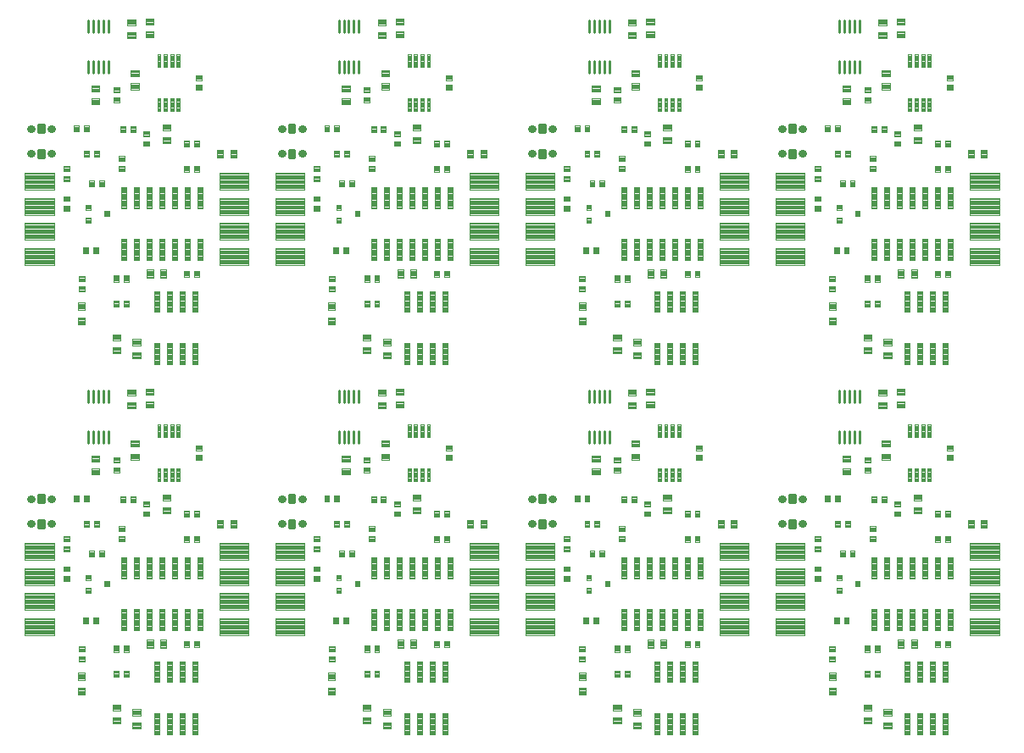
<source format=gbr>
G04 EAGLE Gerber RS-274X export*
G75*
%MOMM*%
%FSLAX34Y34*%
%LPD*%
%INSolderpaste Top*%
%IPPOS*%
%AMOC8*
5,1,8,0,0,1.08239X$1,22.5*%
G01*
%ADD10C,0.250000*%
%ADD11C,0.105000*%
%ADD12C,0.099000*%
%ADD13C,0.102000*%
%ADD14C,0.800000*%
%ADD15C,0.400000*%
%ADD16C,0.104000*%
%ADD17C,0.103631*%
%ADD18C,0.108000*%


D10*
X87000Y353250D02*
X87000Y341250D01*
X82000Y341250D02*
X82000Y353250D01*
X77000Y353250D02*
X77000Y341250D01*
X72000Y341250D02*
X72000Y353250D01*
X67000Y353250D02*
X67000Y341250D01*
X87000Y312750D02*
X87000Y300750D01*
X82000Y300750D02*
X82000Y312750D01*
X77000Y312750D02*
X77000Y300750D01*
X72000Y300750D02*
X72000Y312750D01*
X67000Y312750D02*
X67000Y300750D01*
D11*
X117353Y290159D02*
X117353Y284209D01*
X109403Y284209D01*
X109403Y290159D01*
X117353Y290159D01*
X117353Y285206D02*
X109403Y285206D01*
X109403Y286203D02*
X117353Y286203D01*
X117353Y287200D02*
X109403Y287200D01*
X109403Y288197D02*
X117353Y288197D01*
X117353Y289194D02*
X109403Y289194D01*
X117353Y297209D02*
X117353Y303159D01*
X117353Y297209D02*
X109403Y297209D01*
X109403Y303159D01*
X117353Y303159D01*
X117353Y298206D02*
X109403Y298206D01*
X109403Y299203D02*
X117353Y299203D01*
X117353Y300200D02*
X109403Y300200D01*
X109403Y301197D02*
X117353Y301197D01*
X117353Y302194D02*
X109403Y302194D01*
X77975Y274975D02*
X77975Y269025D01*
X70025Y269025D01*
X70025Y274975D01*
X77975Y274975D01*
X77975Y270022D02*
X70025Y270022D01*
X70025Y271019D02*
X77975Y271019D01*
X77975Y272016D02*
X70025Y272016D01*
X70025Y273013D02*
X77975Y273013D01*
X77975Y274010D02*
X70025Y274010D01*
X77975Y282025D02*
X77975Y287975D01*
X77975Y282025D02*
X70025Y282025D01*
X70025Y287975D01*
X77975Y287975D01*
X77975Y283022D02*
X70025Y283022D01*
X70025Y284019D02*
X77975Y284019D01*
X77975Y285016D02*
X70025Y285016D01*
X70025Y286013D02*
X77975Y286013D01*
X77975Y287010D02*
X70025Y287010D01*
X148975Y236475D02*
X148975Y230525D01*
X141025Y230525D01*
X141025Y236475D01*
X148975Y236475D01*
X148975Y231522D02*
X141025Y231522D01*
X141025Y232519D02*
X148975Y232519D01*
X148975Y233516D02*
X141025Y233516D01*
X141025Y234513D02*
X148975Y234513D01*
X148975Y235510D02*
X141025Y235510D01*
X148975Y243525D02*
X148975Y249475D01*
X148975Y243525D02*
X141025Y243525D01*
X141025Y249475D01*
X148975Y249475D01*
X148975Y244522D02*
X141025Y244522D01*
X141025Y245519D02*
X148975Y245519D01*
X148975Y246516D02*
X141025Y246516D01*
X141025Y247513D02*
X148975Y247513D01*
X148975Y248510D02*
X141025Y248510D01*
X195525Y216025D02*
X201475Y216025D01*
X195525Y216025D02*
X195525Y223975D01*
X201475Y223975D01*
X201475Y216025D01*
X201475Y217022D02*
X195525Y217022D01*
X195525Y218019D02*
X201475Y218019D01*
X201475Y219016D02*
X195525Y219016D01*
X195525Y220013D02*
X201475Y220013D01*
X201475Y221010D02*
X195525Y221010D01*
X195525Y222007D02*
X201475Y222007D01*
X201475Y223004D02*
X195525Y223004D01*
X208525Y216025D02*
X214475Y216025D01*
X208525Y216025D02*
X208525Y223975D01*
X214475Y223975D01*
X214475Y216025D01*
X214475Y217022D02*
X208525Y217022D01*
X208525Y218019D02*
X214475Y218019D01*
X214475Y219016D02*
X208525Y219016D01*
X208525Y220013D02*
X214475Y220013D01*
X214475Y221010D02*
X208525Y221010D01*
X208525Y222007D02*
X214475Y222007D01*
X214475Y223004D02*
X208525Y223004D01*
X131475Y96025D02*
X125525Y96025D01*
X125525Y103975D01*
X131475Y103975D01*
X131475Y96025D01*
X131475Y97022D02*
X125525Y97022D01*
X125525Y98019D02*
X131475Y98019D01*
X131475Y99016D02*
X125525Y99016D01*
X125525Y100013D02*
X131475Y100013D01*
X131475Y101010D02*
X125525Y101010D01*
X125525Y102007D02*
X131475Y102007D01*
X131475Y103004D02*
X125525Y103004D01*
X138525Y96025D02*
X144475Y96025D01*
X138525Y96025D02*
X138525Y103975D01*
X144475Y103975D01*
X144475Y96025D01*
X144475Y97022D02*
X138525Y97022D01*
X138525Y98019D02*
X144475Y98019D01*
X144475Y99016D02*
X138525Y99016D01*
X138525Y100013D02*
X144475Y100013D01*
X144475Y101010D02*
X138525Y101010D01*
X138525Y102007D02*
X144475Y102007D01*
X144475Y103004D02*
X138525Y103004D01*
X91025Y39475D02*
X91025Y33525D01*
X91025Y39475D02*
X98975Y39475D01*
X98975Y33525D01*
X91025Y33525D01*
X91025Y34522D02*
X98975Y34522D01*
X98975Y35519D02*
X91025Y35519D01*
X91025Y36516D02*
X98975Y36516D01*
X98975Y37513D02*
X91025Y37513D01*
X91025Y38510D02*
X98975Y38510D01*
X91025Y26475D02*
X91025Y20525D01*
X91025Y26475D02*
X98975Y26475D01*
X98975Y20525D01*
X91025Y20525D01*
X91025Y21522D02*
X98975Y21522D01*
X98975Y22519D02*
X91025Y22519D01*
X91025Y23516D02*
X98975Y23516D01*
X98975Y24513D02*
X91025Y24513D01*
X91025Y25510D02*
X98975Y25510D01*
X118975Y21475D02*
X118975Y15525D01*
X111025Y15525D01*
X111025Y21475D01*
X118975Y21475D01*
X118975Y16522D02*
X111025Y16522D01*
X111025Y17519D02*
X118975Y17519D01*
X118975Y18516D02*
X111025Y18516D01*
X111025Y19513D02*
X118975Y19513D01*
X118975Y20510D02*
X111025Y20510D01*
X118975Y28525D02*
X118975Y34475D01*
X118975Y28525D02*
X111025Y28525D01*
X111025Y34475D01*
X118975Y34475D01*
X118975Y29522D02*
X111025Y29522D01*
X111025Y30519D02*
X118975Y30519D01*
X118975Y31516D02*
X111025Y31516D01*
X111025Y32513D02*
X118975Y32513D01*
X118975Y33510D02*
X111025Y33510D01*
X113975Y335525D02*
X113975Y341475D01*
X113975Y335525D02*
X106025Y335525D01*
X106025Y341475D01*
X113975Y341475D01*
X113975Y336522D02*
X106025Y336522D01*
X106025Y337519D02*
X113975Y337519D01*
X113975Y338516D02*
X106025Y338516D01*
X106025Y339513D02*
X113975Y339513D01*
X113975Y340510D02*
X106025Y340510D01*
X113975Y348525D02*
X113975Y354475D01*
X113975Y348525D02*
X106025Y348525D01*
X106025Y354475D01*
X113975Y354475D01*
X113975Y349522D02*
X106025Y349522D01*
X106025Y350519D02*
X113975Y350519D01*
X113975Y351516D02*
X106025Y351516D01*
X106025Y352513D02*
X113975Y352513D01*
X113975Y353510D02*
X106025Y353510D01*
X131975Y341975D02*
X131975Y336025D01*
X124025Y336025D01*
X124025Y341975D01*
X131975Y341975D01*
X131975Y337022D02*
X124025Y337022D01*
X124025Y338019D02*
X131975Y338019D01*
X131975Y339016D02*
X124025Y339016D01*
X124025Y340013D02*
X131975Y340013D01*
X131975Y341010D02*
X124025Y341010D01*
X131975Y349025D02*
X131975Y354975D01*
X131975Y349025D02*
X124025Y349025D01*
X124025Y354975D01*
X131975Y354975D01*
X131975Y350022D02*
X124025Y350022D01*
X124025Y351019D02*
X131975Y351019D01*
X131975Y352016D02*
X124025Y352016D01*
X124025Y353013D02*
X131975Y353013D01*
X131975Y354010D02*
X124025Y354010D01*
D12*
X64495Y169005D02*
X64495Y163995D01*
X64495Y169005D02*
X69005Y169005D01*
X69005Y163995D01*
X64495Y163995D01*
X64495Y164935D02*
X69005Y164935D01*
X69005Y165875D02*
X64495Y165875D01*
X64495Y166815D02*
X69005Y166815D01*
X69005Y167755D02*
X64495Y167755D01*
X64495Y168695D02*
X69005Y168695D01*
X64495Y156005D02*
X64495Y150995D01*
X64495Y156005D02*
X69005Y156005D01*
X69005Y150995D01*
X64495Y150995D01*
X64495Y151935D02*
X69005Y151935D01*
X69005Y152875D02*
X64495Y152875D01*
X64495Y153815D02*
X69005Y153815D01*
X69005Y154755D02*
X64495Y154755D01*
X64495Y155695D02*
X69005Y155695D01*
X82995Y157495D02*
X82995Y162505D01*
X87505Y162505D01*
X87505Y157495D01*
X82995Y157495D01*
X82995Y158435D02*
X87505Y158435D01*
X87505Y159375D02*
X82995Y159375D01*
X82995Y160315D02*
X87505Y160315D01*
X87505Y161255D02*
X82995Y161255D01*
X82995Y162195D02*
X87505Y162195D01*
D13*
X162910Y186490D02*
X167890Y186490D01*
X167890Y165510D01*
X162910Y165510D01*
X162910Y186490D01*
X162910Y166479D02*
X167890Y166479D01*
X167890Y167448D02*
X162910Y167448D01*
X162910Y168417D02*
X167890Y168417D01*
X167890Y169386D02*
X162910Y169386D01*
X162910Y170355D02*
X167890Y170355D01*
X167890Y171324D02*
X162910Y171324D01*
X162910Y172293D02*
X167890Y172293D01*
X167890Y173262D02*
X162910Y173262D01*
X162910Y174231D02*
X167890Y174231D01*
X167890Y175200D02*
X162910Y175200D01*
X162910Y176169D02*
X167890Y176169D01*
X167890Y177138D02*
X162910Y177138D01*
X162910Y178107D02*
X167890Y178107D01*
X167890Y179076D02*
X162910Y179076D01*
X162910Y180045D02*
X167890Y180045D01*
X167890Y181014D02*
X162910Y181014D01*
X162910Y181983D02*
X167890Y181983D01*
X167890Y182952D02*
X162910Y182952D01*
X162910Y183921D02*
X167890Y183921D01*
X167890Y184890D02*
X162910Y184890D01*
X162910Y185859D02*
X167890Y185859D01*
X167890Y134490D02*
X162910Y134490D01*
X167890Y134490D02*
X167890Y113510D01*
X162910Y113510D01*
X162910Y134490D01*
X162910Y114479D02*
X167890Y114479D01*
X167890Y115448D02*
X162910Y115448D01*
X162910Y116417D02*
X167890Y116417D01*
X167890Y117386D02*
X162910Y117386D01*
X162910Y118355D02*
X167890Y118355D01*
X167890Y119324D02*
X162910Y119324D01*
X162910Y120293D02*
X167890Y120293D01*
X167890Y121262D02*
X162910Y121262D01*
X162910Y122231D02*
X167890Y122231D01*
X167890Y123200D02*
X162910Y123200D01*
X162910Y124169D02*
X167890Y124169D01*
X167890Y125138D02*
X162910Y125138D01*
X162910Y126107D02*
X167890Y126107D01*
X167890Y127076D02*
X162910Y127076D01*
X162910Y128045D02*
X167890Y128045D01*
X167890Y129014D02*
X162910Y129014D01*
X162910Y129983D02*
X167890Y129983D01*
X167890Y130952D02*
X162910Y130952D01*
X162910Y131921D02*
X167890Y131921D01*
X167890Y132890D02*
X162910Y132890D01*
X162910Y133859D02*
X167890Y133859D01*
X175610Y186490D02*
X180590Y186490D01*
X180590Y165510D01*
X175610Y165510D01*
X175610Y186490D01*
X175610Y166479D02*
X180590Y166479D01*
X180590Y167448D02*
X175610Y167448D01*
X175610Y168417D02*
X180590Y168417D01*
X180590Y169386D02*
X175610Y169386D01*
X175610Y170355D02*
X180590Y170355D01*
X180590Y171324D02*
X175610Y171324D01*
X175610Y172293D02*
X180590Y172293D01*
X180590Y173262D02*
X175610Y173262D01*
X175610Y174231D02*
X180590Y174231D01*
X180590Y175200D02*
X175610Y175200D01*
X175610Y176169D02*
X180590Y176169D01*
X180590Y177138D02*
X175610Y177138D01*
X175610Y178107D02*
X180590Y178107D01*
X180590Y179076D02*
X175610Y179076D01*
X175610Y180045D02*
X180590Y180045D01*
X180590Y181014D02*
X175610Y181014D01*
X175610Y181983D02*
X180590Y181983D01*
X180590Y182952D02*
X175610Y182952D01*
X175610Y183921D02*
X180590Y183921D01*
X180590Y184890D02*
X175610Y184890D01*
X175610Y185859D02*
X180590Y185859D01*
X155190Y186490D02*
X150210Y186490D01*
X155190Y186490D02*
X155190Y165510D01*
X150210Y165510D01*
X150210Y186490D01*
X150210Y166479D02*
X155190Y166479D01*
X155190Y167448D02*
X150210Y167448D01*
X150210Y168417D02*
X155190Y168417D01*
X155190Y169386D02*
X150210Y169386D01*
X150210Y170355D02*
X155190Y170355D01*
X155190Y171324D02*
X150210Y171324D01*
X150210Y172293D02*
X155190Y172293D01*
X155190Y173262D02*
X150210Y173262D01*
X150210Y174231D02*
X155190Y174231D01*
X155190Y175200D02*
X150210Y175200D01*
X150210Y176169D02*
X155190Y176169D01*
X155190Y177138D02*
X150210Y177138D01*
X150210Y178107D02*
X155190Y178107D01*
X155190Y179076D02*
X150210Y179076D01*
X150210Y180045D02*
X155190Y180045D01*
X155190Y181014D02*
X150210Y181014D01*
X150210Y181983D02*
X155190Y181983D01*
X155190Y182952D02*
X150210Y182952D01*
X150210Y183921D02*
X155190Y183921D01*
X155190Y184890D02*
X150210Y184890D01*
X150210Y185859D02*
X155190Y185859D01*
X142490Y186490D02*
X137510Y186490D01*
X142490Y186490D02*
X142490Y165510D01*
X137510Y165510D01*
X137510Y186490D01*
X137510Y166479D02*
X142490Y166479D01*
X142490Y167448D02*
X137510Y167448D01*
X137510Y168417D02*
X142490Y168417D01*
X142490Y169386D02*
X137510Y169386D01*
X137510Y170355D02*
X142490Y170355D01*
X142490Y171324D02*
X137510Y171324D01*
X137510Y172293D02*
X142490Y172293D01*
X142490Y173262D02*
X137510Y173262D01*
X137510Y174231D02*
X142490Y174231D01*
X142490Y175200D02*
X137510Y175200D01*
X137510Y176169D02*
X142490Y176169D01*
X142490Y177138D02*
X137510Y177138D01*
X137510Y178107D02*
X142490Y178107D01*
X142490Y179076D02*
X137510Y179076D01*
X137510Y180045D02*
X142490Y180045D01*
X142490Y181014D02*
X137510Y181014D01*
X137510Y181983D02*
X142490Y181983D01*
X142490Y182952D02*
X137510Y182952D01*
X137510Y183921D02*
X142490Y183921D01*
X142490Y184890D02*
X137510Y184890D01*
X137510Y185859D02*
X142490Y185859D01*
X175610Y134490D02*
X180590Y134490D01*
X180590Y113510D01*
X175610Y113510D01*
X175610Y134490D01*
X175610Y114479D02*
X180590Y114479D01*
X180590Y115448D02*
X175610Y115448D01*
X175610Y116417D02*
X180590Y116417D01*
X180590Y117386D02*
X175610Y117386D01*
X175610Y118355D02*
X180590Y118355D01*
X180590Y119324D02*
X175610Y119324D01*
X175610Y120293D02*
X180590Y120293D01*
X180590Y121262D02*
X175610Y121262D01*
X175610Y122231D02*
X180590Y122231D01*
X180590Y123200D02*
X175610Y123200D01*
X175610Y124169D02*
X180590Y124169D01*
X180590Y125138D02*
X175610Y125138D01*
X175610Y126107D02*
X180590Y126107D01*
X180590Y127076D02*
X175610Y127076D01*
X175610Y128045D02*
X180590Y128045D01*
X180590Y129014D02*
X175610Y129014D01*
X175610Y129983D02*
X180590Y129983D01*
X180590Y130952D02*
X175610Y130952D01*
X175610Y131921D02*
X180590Y131921D01*
X180590Y132890D02*
X175610Y132890D01*
X175610Y133859D02*
X180590Y133859D01*
X155190Y134490D02*
X150210Y134490D01*
X155190Y134490D02*
X155190Y113510D01*
X150210Y113510D01*
X150210Y134490D01*
X150210Y114479D02*
X155190Y114479D01*
X155190Y115448D02*
X150210Y115448D01*
X150210Y116417D02*
X155190Y116417D01*
X155190Y117386D02*
X150210Y117386D01*
X150210Y118355D02*
X155190Y118355D01*
X155190Y119324D02*
X150210Y119324D01*
X150210Y120293D02*
X155190Y120293D01*
X155190Y121262D02*
X150210Y121262D01*
X150210Y122231D02*
X155190Y122231D01*
X155190Y123200D02*
X150210Y123200D01*
X150210Y124169D02*
X155190Y124169D01*
X155190Y125138D02*
X150210Y125138D01*
X150210Y126107D02*
X155190Y126107D01*
X155190Y127076D02*
X150210Y127076D01*
X150210Y128045D02*
X155190Y128045D01*
X155190Y129014D02*
X150210Y129014D01*
X150210Y129983D02*
X155190Y129983D01*
X155190Y130952D02*
X150210Y130952D01*
X150210Y131921D02*
X155190Y131921D01*
X155190Y132890D02*
X150210Y132890D01*
X150210Y133859D02*
X155190Y133859D01*
X142490Y134490D02*
X137510Y134490D01*
X142490Y134490D02*
X142490Y113510D01*
X137510Y113510D01*
X137510Y134490D01*
X137510Y114479D02*
X142490Y114479D01*
X142490Y115448D02*
X137510Y115448D01*
X137510Y116417D02*
X142490Y116417D01*
X142490Y117386D02*
X137510Y117386D01*
X137510Y118355D02*
X142490Y118355D01*
X142490Y119324D02*
X137510Y119324D01*
X137510Y120293D02*
X142490Y120293D01*
X142490Y121262D02*
X137510Y121262D01*
X137510Y122231D02*
X142490Y122231D01*
X142490Y123200D02*
X137510Y123200D01*
X137510Y124169D02*
X142490Y124169D01*
X142490Y125138D02*
X137510Y125138D01*
X137510Y126107D02*
X142490Y126107D01*
X142490Y127076D02*
X137510Y127076D01*
X137510Y128045D02*
X142490Y128045D01*
X142490Y129014D02*
X137510Y129014D01*
X137510Y129983D02*
X142490Y129983D01*
X142490Y130952D02*
X137510Y130952D01*
X137510Y131921D02*
X142490Y131921D01*
X142490Y132890D02*
X137510Y132890D01*
X137510Y133859D02*
X142490Y133859D01*
X117090Y186490D02*
X112110Y186490D01*
X117090Y186490D02*
X117090Y165510D01*
X112110Y165510D01*
X112110Y186490D01*
X112110Y166479D02*
X117090Y166479D01*
X117090Y167448D02*
X112110Y167448D01*
X112110Y168417D02*
X117090Y168417D01*
X117090Y169386D02*
X112110Y169386D01*
X112110Y170355D02*
X117090Y170355D01*
X117090Y171324D02*
X112110Y171324D01*
X112110Y172293D02*
X117090Y172293D01*
X117090Y173262D02*
X112110Y173262D01*
X112110Y174231D02*
X117090Y174231D01*
X117090Y175200D02*
X112110Y175200D01*
X112110Y176169D02*
X117090Y176169D01*
X117090Y177138D02*
X112110Y177138D01*
X112110Y178107D02*
X117090Y178107D01*
X117090Y179076D02*
X112110Y179076D01*
X112110Y180045D02*
X117090Y180045D01*
X117090Y181014D02*
X112110Y181014D01*
X112110Y181983D02*
X117090Y181983D01*
X117090Y182952D02*
X112110Y182952D01*
X112110Y183921D02*
X117090Y183921D01*
X117090Y184890D02*
X112110Y184890D01*
X112110Y185859D02*
X117090Y185859D01*
X117090Y134490D02*
X112110Y134490D01*
X117090Y134490D02*
X117090Y113510D01*
X112110Y113510D01*
X112110Y134490D01*
X112110Y114479D02*
X117090Y114479D01*
X117090Y115448D02*
X112110Y115448D01*
X112110Y116417D02*
X117090Y116417D01*
X117090Y117386D02*
X112110Y117386D01*
X112110Y118355D02*
X117090Y118355D01*
X117090Y119324D02*
X112110Y119324D01*
X112110Y120293D02*
X117090Y120293D01*
X117090Y121262D02*
X112110Y121262D01*
X112110Y122231D02*
X117090Y122231D01*
X117090Y123200D02*
X112110Y123200D01*
X112110Y124169D02*
X117090Y124169D01*
X117090Y125138D02*
X112110Y125138D01*
X112110Y126107D02*
X117090Y126107D01*
X117090Y127076D02*
X112110Y127076D01*
X112110Y128045D02*
X117090Y128045D01*
X117090Y129014D02*
X112110Y129014D01*
X112110Y129983D02*
X117090Y129983D01*
X117090Y130952D02*
X112110Y130952D01*
X112110Y131921D02*
X117090Y131921D01*
X117090Y132890D02*
X112110Y132890D01*
X112110Y133859D02*
X117090Y133859D01*
X124810Y186490D02*
X129790Y186490D01*
X129790Y165510D01*
X124810Y165510D01*
X124810Y186490D01*
X124810Y166479D02*
X129790Y166479D01*
X129790Y167448D02*
X124810Y167448D01*
X124810Y168417D02*
X129790Y168417D01*
X129790Y169386D02*
X124810Y169386D01*
X124810Y170355D02*
X129790Y170355D01*
X129790Y171324D02*
X124810Y171324D01*
X124810Y172293D02*
X129790Y172293D01*
X129790Y173262D02*
X124810Y173262D01*
X124810Y174231D02*
X129790Y174231D01*
X129790Y175200D02*
X124810Y175200D01*
X124810Y176169D02*
X129790Y176169D01*
X129790Y177138D02*
X124810Y177138D01*
X124810Y178107D02*
X129790Y178107D01*
X129790Y179076D02*
X124810Y179076D01*
X124810Y180045D02*
X129790Y180045D01*
X129790Y181014D02*
X124810Y181014D01*
X124810Y181983D02*
X129790Y181983D01*
X129790Y182952D02*
X124810Y182952D01*
X124810Y183921D02*
X129790Y183921D01*
X129790Y184890D02*
X124810Y184890D01*
X124810Y185859D02*
X129790Y185859D01*
X104390Y186490D02*
X99410Y186490D01*
X104390Y186490D02*
X104390Y165510D01*
X99410Y165510D01*
X99410Y186490D01*
X99410Y166479D02*
X104390Y166479D01*
X104390Y167448D02*
X99410Y167448D01*
X99410Y168417D02*
X104390Y168417D01*
X104390Y169386D02*
X99410Y169386D01*
X99410Y170355D02*
X104390Y170355D01*
X104390Y171324D02*
X99410Y171324D01*
X99410Y172293D02*
X104390Y172293D01*
X104390Y173262D02*
X99410Y173262D01*
X99410Y174231D02*
X104390Y174231D01*
X104390Y175200D02*
X99410Y175200D01*
X99410Y176169D02*
X104390Y176169D01*
X104390Y177138D02*
X99410Y177138D01*
X99410Y178107D02*
X104390Y178107D01*
X104390Y179076D02*
X99410Y179076D01*
X99410Y180045D02*
X104390Y180045D01*
X104390Y181014D02*
X99410Y181014D01*
X99410Y181983D02*
X104390Y181983D01*
X104390Y182952D02*
X99410Y182952D01*
X99410Y183921D02*
X104390Y183921D01*
X104390Y184890D02*
X99410Y184890D01*
X99410Y185859D02*
X104390Y185859D01*
X124810Y134490D02*
X129790Y134490D01*
X129790Y113510D01*
X124810Y113510D01*
X124810Y134490D01*
X124810Y114479D02*
X129790Y114479D01*
X129790Y115448D02*
X124810Y115448D01*
X124810Y116417D02*
X129790Y116417D01*
X129790Y117386D02*
X124810Y117386D01*
X124810Y118355D02*
X129790Y118355D01*
X129790Y119324D02*
X124810Y119324D01*
X124810Y120293D02*
X129790Y120293D01*
X129790Y121262D02*
X124810Y121262D01*
X124810Y122231D02*
X129790Y122231D01*
X129790Y123200D02*
X124810Y123200D01*
X124810Y124169D02*
X129790Y124169D01*
X129790Y125138D02*
X124810Y125138D01*
X124810Y126107D02*
X129790Y126107D01*
X129790Y127076D02*
X124810Y127076D01*
X124810Y128045D02*
X129790Y128045D01*
X129790Y129014D02*
X124810Y129014D01*
X124810Y129983D02*
X129790Y129983D01*
X129790Y130952D02*
X124810Y130952D01*
X124810Y131921D02*
X129790Y131921D01*
X129790Y132890D02*
X124810Y132890D01*
X124810Y133859D02*
X129790Y133859D01*
X104390Y134490D02*
X99410Y134490D01*
X104390Y134490D02*
X104390Y113510D01*
X99410Y113510D01*
X99410Y134490D01*
X99410Y114479D02*
X104390Y114479D01*
X104390Y115448D02*
X99410Y115448D01*
X99410Y116417D02*
X104390Y116417D01*
X104390Y117386D02*
X99410Y117386D01*
X99410Y118355D02*
X104390Y118355D01*
X104390Y119324D02*
X99410Y119324D01*
X99410Y120293D02*
X104390Y120293D01*
X104390Y121262D02*
X99410Y121262D01*
X99410Y122231D02*
X104390Y122231D01*
X104390Y123200D02*
X99410Y123200D01*
X99410Y124169D02*
X104390Y124169D01*
X104390Y125138D02*
X99410Y125138D01*
X99410Y126107D02*
X104390Y126107D01*
X104390Y127076D02*
X99410Y127076D01*
X99410Y128045D02*
X104390Y128045D01*
X104390Y129014D02*
X99410Y129014D01*
X99410Y129983D02*
X104390Y129983D01*
X104390Y130952D02*
X99410Y130952D01*
X99410Y131921D02*
X104390Y131921D01*
X104390Y132890D02*
X99410Y132890D01*
X99410Y133859D02*
X104390Y133859D01*
D14*
X30605Y220000D02*
X29715Y220000D01*
D15*
X18000Y217000D02*
X18000Y223000D01*
X22000Y223000D01*
X22000Y217000D01*
X18000Y217000D01*
X18000Y220800D02*
X22000Y220800D01*
D14*
X10285Y220000D02*
X9395Y220000D01*
X29715Y245000D02*
X30605Y245000D01*
D15*
X18000Y242000D02*
X18000Y248000D01*
X22000Y248000D01*
X22000Y242000D01*
X18000Y242000D01*
X18000Y245800D02*
X22000Y245800D01*
D14*
X10285Y245000D02*
X9395Y245000D01*
D16*
X56520Y55980D02*
X63480Y55980D01*
X63480Y49020D01*
X56520Y49020D01*
X56520Y55980D01*
X56520Y50008D02*
X63480Y50008D01*
X63480Y50996D02*
X56520Y50996D01*
X56520Y51984D02*
X63480Y51984D01*
X63480Y52972D02*
X56520Y52972D01*
X56520Y53960D02*
X63480Y53960D01*
X63480Y54948D02*
X56520Y54948D01*
X56520Y55936D02*
X63480Y55936D01*
X63480Y70980D02*
X56520Y70980D01*
X63480Y70980D02*
X63480Y64020D01*
X56520Y64020D01*
X56520Y70980D01*
X56520Y65008D02*
X63480Y65008D01*
X63480Y65996D02*
X56520Y65996D01*
X56520Y66984D02*
X63480Y66984D01*
X63480Y67972D02*
X56520Y67972D01*
X56520Y68960D02*
X63480Y68960D01*
X63480Y69948D02*
X56520Y69948D01*
X56520Y70936D02*
X63480Y70936D01*
D17*
X155011Y306250D02*
X155011Y319438D01*
X158293Y319438D01*
X158293Y306250D01*
X155011Y306250D01*
X155011Y307234D02*
X158293Y307234D01*
X158293Y308218D02*
X155011Y308218D01*
X155011Y309202D02*
X158293Y309202D01*
X158293Y310186D02*
X155011Y310186D01*
X155011Y311170D02*
X158293Y311170D01*
X158293Y312154D02*
X155011Y312154D01*
X155011Y313138D02*
X158293Y313138D01*
X158293Y314122D02*
X155011Y314122D01*
X155011Y315106D02*
X158293Y315106D01*
X158293Y316090D02*
X155011Y316090D01*
X155011Y317074D02*
X158293Y317074D01*
X158293Y318058D02*
X155011Y318058D01*
X155011Y319042D02*
X158293Y319042D01*
X148661Y319438D02*
X148661Y306250D01*
X148661Y319438D02*
X151943Y319438D01*
X151943Y306250D01*
X148661Y306250D01*
X148661Y307234D02*
X151943Y307234D01*
X151943Y308218D02*
X148661Y308218D01*
X148661Y309202D02*
X151943Y309202D01*
X151943Y310186D02*
X148661Y310186D01*
X148661Y311170D02*
X151943Y311170D01*
X151943Y312154D02*
X148661Y312154D01*
X148661Y313138D02*
X151943Y313138D01*
X151943Y314122D02*
X148661Y314122D01*
X148661Y315106D02*
X151943Y315106D01*
X151943Y316090D02*
X148661Y316090D01*
X148661Y317074D02*
X151943Y317074D01*
X151943Y318058D02*
X148661Y318058D01*
X148661Y319042D02*
X151943Y319042D01*
X142057Y319438D02*
X142057Y306250D01*
X142057Y319438D02*
X145339Y319438D01*
X145339Y306250D01*
X142057Y306250D01*
X142057Y307234D02*
X145339Y307234D01*
X145339Y308218D02*
X142057Y308218D01*
X142057Y309202D02*
X145339Y309202D01*
X145339Y310186D02*
X142057Y310186D01*
X142057Y311170D02*
X145339Y311170D01*
X145339Y312154D02*
X142057Y312154D01*
X142057Y313138D02*
X145339Y313138D01*
X145339Y314122D02*
X142057Y314122D01*
X142057Y315106D02*
X145339Y315106D01*
X145339Y316090D02*
X142057Y316090D01*
X142057Y317074D02*
X145339Y317074D01*
X145339Y318058D02*
X142057Y318058D01*
X142057Y319042D02*
X145339Y319042D01*
X135707Y319438D02*
X135707Y306250D01*
X135707Y319438D02*
X138989Y319438D01*
X138989Y306250D01*
X135707Y306250D01*
X135707Y307234D02*
X138989Y307234D01*
X138989Y308218D02*
X135707Y308218D01*
X135707Y309202D02*
X138989Y309202D01*
X138989Y310186D02*
X135707Y310186D01*
X135707Y311170D02*
X138989Y311170D01*
X138989Y312154D02*
X135707Y312154D01*
X135707Y313138D02*
X138989Y313138D01*
X138989Y314122D02*
X135707Y314122D01*
X135707Y315106D02*
X138989Y315106D01*
X138989Y316090D02*
X135707Y316090D01*
X135707Y317074D02*
X138989Y317074D01*
X138989Y318058D02*
X135707Y318058D01*
X135707Y319042D02*
X138989Y319042D01*
X135707Y275750D02*
X135707Y262562D01*
X135707Y275750D02*
X138989Y275750D01*
X138989Y262562D01*
X135707Y262562D01*
X135707Y263546D02*
X138989Y263546D01*
X138989Y264530D02*
X135707Y264530D01*
X135707Y265514D02*
X138989Y265514D01*
X138989Y266498D02*
X135707Y266498D01*
X135707Y267482D02*
X138989Y267482D01*
X138989Y268466D02*
X135707Y268466D01*
X135707Y269450D02*
X138989Y269450D01*
X138989Y270434D02*
X135707Y270434D01*
X135707Y271418D02*
X138989Y271418D01*
X138989Y272402D02*
X135707Y272402D01*
X135707Y273386D02*
X138989Y273386D01*
X138989Y274370D02*
X135707Y274370D01*
X135707Y275354D02*
X138989Y275354D01*
X142057Y275750D02*
X142057Y262562D01*
X142057Y275750D02*
X145339Y275750D01*
X145339Y262562D01*
X142057Y262562D01*
X142057Y263546D02*
X145339Y263546D01*
X145339Y264530D02*
X142057Y264530D01*
X142057Y265514D02*
X145339Y265514D01*
X145339Y266498D02*
X142057Y266498D01*
X142057Y267482D02*
X145339Y267482D01*
X145339Y268466D02*
X142057Y268466D01*
X142057Y269450D02*
X145339Y269450D01*
X145339Y270434D02*
X142057Y270434D01*
X142057Y271418D02*
X145339Y271418D01*
X145339Y272402D02*
X142057Y272402D01*
X142057Y273386D02*
X145339Y273386D01*
X145339Y274370D02*
X142057Y274370D01*
X142057Y275354D02*
X145339Y275354D01*
X148661Y275750D02*
X148661Y262562D01*
X148661Y275750D02*
X151943Y275750D01*
X151943Y262562D01*
X148661Y262562D01*
X148661Y263546D02*
X151943Y263546D01*
X151943Y264530D02*
X148661Y264530D01*
X148661Y265514D02*
X151943Y265514D01*
X151943Y266498D02*
X148661Y266498D01*
X148661Y267482D02*
X151943Y267482D01*
X151943Y268466D02*
X148661Y268466D01*
X148661Y269450D02*
X151943Y269450D01*
X151943Y270434D02*
X148661Y270434D01*
X148661Y271418D02*
X151943Y271418D01*
X151943Y272402D02*
X148661Y272402D01*
X148661Y273386D02*
X151943Y273386D01*
X151943Y274370D02*
X148661Y274370D01*
X148661Y275354D02*
X151943Y275354D01*
X155011Y275750D02*
X155011Y262562D01*
X155011Y275750D02*
X158293Y275750D01*
X158293Y262562D01*
X155011Y262562D01*
X155011Y263546D02*
X158293Y263546D01*
X158293Y264530D02*
X155011Y264530D01*
X155011Y265514D02*
X158293Y265514D01*
X158293Y266498D02*
X155011Y266498D01*
X155011Y267482D02*
X158293Y267482D01*
X158293Y268466D02*
X155011Y268466D01*
X155011Y269450D02*
X158293Y269450D01*
X158293Y270434D02*
X155011Y270434D01*
X155011Y271418D02*
X158293Y271418D01*
X158293Y272402D02*
X155011Y272402D01*
X155011Y273386D02*
X158293Y273386D01*
X158293Y274370D02*
X155011Y274370D01*
X155011Y275354D02*
X158293Y275354D01*
D13*
X174010Y293510D02*
X174010Y298490D01*
X179990Y298490D01*
X179990Y293510D01*
X174010Y293510D01*
X174010Y294479D02*
X179990Y294479D01*
X179990Y295448D02*
X174010Y295448D01*
X174010Y296417D02*
X179990Y296417D01*
X179990Y297386D02*
X174010Y297386D01*
X174010Y298355D02*
X179990Y298355D01*
X174010Y288490D02*
X174010Y283510D01*
X174010Y288490D02*
X179990Y288490D01*
X179990Y283510D01*
X174010Y283510D01*
X174010Y284479D02*
X179990Y284479D01*
X179990Y285448D02*
X174010Y285448D01*
X174010Y286417D02*
X179990Y286417D01*
X179990Y287386D02*
X174010Y287386D01*
X174010Y288355D02*
X179990Y288355D01*
X107490Y97990D02*
X102510Y97990D01*
X107490Y97990D02*
X107490Y92010D01*
X102510Y92010D01*
X102510Y97990D01*
X102510Y92979D02*
X107490Y92979D01*
X107490Y93948D02*
X102510Y93948D01*
X102510Y94917D02*
X107490Y94917D01*
X107490Y95886D02*
X102510Y95886D01*
X102510Y96855D02*
X107490Y96855D01*
X107490Y97824D02*
X102510Y97824D01*
X97490Y97990D02*
X92510Y97990D01*
X97490Y97990D02*
X97490Y92010D01*
X92510Y92010D01*
X92510Y97990D01*
X92510Y92979D02*
X97490Y92979D01*
X97490Y93948D02*
X92510Y93948D01*
X92510Y94917D02*
X97490Y94917D01*
X97490Y95886D02*
X92510Y95886D01*
X92510Y96855D02*
X97490Y96855D01*
X97490Y97824D02*
X92510Y97824D01*
X92510Y67010D02*
X97490Y67010D01*
X92510Y67010D02*
X92510Y72990D01*
X97490Y72990D01*
X97490Y67010D01*
X97490Y67979D02*
X92510Y67979D01*
X92510Y68948D02*
X97490Y68948D01*
X97490Y69917D02*
X92510Y69917D01*
X92510Y70886D02*
X97490Y70886D01*
X97490Y71855D02*
X92510Y71855D01*
X92510Y72824D02*
X97490Y72824D01*
X102510Y67010D02*
X107490Y67010D01*
X102510Y67010D02*
X102510Y72990D01*
X107490Y72990D01*
X107490Y67010D01*
X107490Y67979D02*
X102510Y67979D01*
X102510Y68948D02*
X107490Y68948D01*
X107490Y69917D02*
X102510Y69917D01*
X102510Y70886D02*
X107490Y70886D01*
X107490Y71855D02*
X102510Y71855D01*
X102510Y72824D02*
X107490Y72824D01*
X82490Y192990D02*
X77510Y192990D01*
X82490Y192990D02*
X82490Y187010D01*
X77510Y187010D01*
X77510Y192990D01*
X77510Y187979D02*
X82490Y187979D01*
X82490Y188948D02*
X77510Y188948D01*
X77510Y189917D02*
X82490Y189917D01*
X82490Y190886D02*
X77510Y190886D01*
X77510Y191855D02*
X82490Y191855D01*
X82490Y192824D02*
X77510Y192824D01*
X72490Y192990D02*
X67510Y192990D01*
X72490Y192990D02*
X72490Y187010D01*
X67510Y187010D01*
X67510Y192990D01*
X67510Y187979D02*
X72490Y187979D01*
X72490Y188948D02*
X67510Y188948D01*
X67510Y189917D02*
X72490Y189917D01*
X72490Y190886D02*
X67510Y190886D01*
X67510Y191855D02*
X72490Y191855D01*
X72490Y192824D02*
X67510Y192824D01*
X99164Y241411D02*
X104144Y241411D01*
X99164Y241411D02*
X99164Y247391D01*
X104144Y247391D01*
X104144Y241411D01*
X104144Y242380D02*
X99164Y242380D01*
X99164Y243349D02*
X104144Y243349D01*
X104144Y244318D02*
X99164Y244318D01*
X99164Y245287D02*
X104144Y245287D01*
X104144Y246256D02*
X99164Y246256D01*
X99164Y247225D02*
X104144Y247225D01*
X109164Y241411D02*
X114144Y241411D01*
X109164Y241411D02*
X109164Y247391D01*
X114144Y247391D01*
X114144Y241411D01*
X114144Y242380D02*
X109164Y242380D01*
X109164Y243349D02*
X114144Y243349D01*
X114144Y244318D02*
X109164Y244318D01*
X109164Y245287D02*
X114144Y245287D01*
X114144Y246256D02*
X109164Y246256D01*
X109164Y247225D02*
X114144Y247225D01*
X67490Y217010D02*
X62510Y217010D01*
X62510Y222990D01*
X67490Y222990D01*
X67490Y217010D01*
X67490Y217979D02*
X62510Y217979D01*
X62510Y218948D02*
X67490Y218948D01*
X67490Y219917D02*
X62510Y219917D01*
X62510Y220886D02*
X67490Y220886D01*
X67490Y221855D02*
X62510Y221855D01*
X62510Y222824D02*
X67490Y222824D01*
X72510Y217010D02*
X77490Y217010D01*
X72510Y217010D02*
X72510Y222990D01*
X77490Y222990D01*
X77490Y217010D01*
X77490Y217979D02*
X72510Y217979D01*
X72510Y218948D02*
X77490Y218948D01*
X77490Y219917D02*
X72510Y219917D01*
X72510Y220886D02*
X77490Y220886D01*
X77490Y221855D02*
X72510Y221855D01*
X72510Y222824D02*
X77490Y222824D01*
X57010Y97490D02*
X57010Y92510D01*
X57010Y97490D02*
X62990Y97490D01*
X62990Y92510D01*
X57010Y92510D01*
X57010Y93479D02*
X62990Y93479D01*
X62990Y94448D02*
X57010Y94448D01*
X57010Y95417D02*
X62990Y95417D01*
X62990Y96386D02*
X57010Y96386D01*
X57010Y97355D02*
X62990Y97355D01*
X57010Y87490D02*
X57010Y82510D01*
X57010Y87490D02*
X62990Y87490D01*
X62990Y82510D01*
X57010Y82510D01*
X57010Y83479D02*
X62990Y83479D01*
X62990Y84448D02*
X57010Y84448D01*
X57010Y85417D02*
X62990Y85417D01*
X62990Y86386D02*
X57010Y86386D01*
X57010Y87355D02*
X62990Y87355D01*
X47990Y192510D02*
X47990Y197490D01*
X47990Y192510D02*
X42010Y192510D01*
X42010Y197490D01*
X47990Y197490D01*
X47990Y193479D02*
X42010Y193479D01*
X42010Y194448D02*
X47990Y194448D01*
X47990Y195417D02*
X42010Y195417D01*
X42010Y196386D02*
X47990Y196386D01*
X47990Y197355D02*
X42010Y197355D01*
X47990Y202510D02*
X47990Y207490D01*
X47990Y202510D02*
X42010Y202510D01*
X42010Y207490D01*
X47990Y207490D01*
X47990Y203479D02*
X42010Y203479D01*
X42010Y204448D02*
X47990Y204448D01*
X47990Y205417D02*
X42010Y205417D01*
X42010Y206386D02*
X47990Y206386D01*
X47990Y207355D02*
X42010Y207355D01*
X42010Y177490D02*
X42010Y172510D01*
X42010Y177490D02*
X47990Y177490D01*
X47990Y172510D01*
X42010Y172510D01*
X42010Y173479D02*
X47990Y173479D01*
X47990Y174448D02*
X42010Y174448D01*
X42010Y175417D02*
X47990Y175417D01*
X47990Y176386D02*
X42010Y176386D01*
X42010Y177355D02*
X47990Y177355D01*
X42010Y167490D02*
X42010Y162510D01*
X42010Y167490D02*
X47990Y167490D01*
X47990Y162510D01*
X42010Y162510D01*
X42010Y163479D02*
X47990Y163479D01*
X47990Y164448D02*
X42010Y164448D01*
X42010Y165417D02*
X47990Y165417D01*
X47990Y166386D02*
X42010Y166386D01*
X42010Y167355D02*
X47990Y167355D01*
X97990Y271510D02*
X97990Y276490D01*
X97990Y271510D02*
X92010Y271510D01*
X92010Y276490D01*
X97990Y276490D01*
X97990Y272479D02*
X92010Y272479D01*
X92010Y273448D02*
X97990Y273448D01*
X97990Y274417D02*
X92010Y274417D01*
X92010Y275386D02*
X97990Y275386D01*
X97990Y276355D02*
X92010Y276355D01*
X97990Y281510D02*
X97990Y286490D01*
X97990Y281510D02*
X92010Y281510D01*
X92010Y286490D01*
X97990Y286490D01*
X97990Y282479D02*
X92010Y282479D01*
X92010Y283448D02*
X97990Y283448D01*
X97990Y284417D02*
X92010Y284417D01*
X92010Y285386D02*
X97990Y285386D01*
X97990Y286355D02*
X92010Y286355D01*
X162510Y202010D02*
X167490Y202010D01*
X162510Y202010D02*
X162510Y207990D01*
X167490Y207990D01*
X167490Y202010D01*
X167490Y202979D02*
X162510Y202979D01*
X162510Y203948D02*
X167490Y203948D01*
X167490Y204917D02*
X162510Y204917D01*
X162510Y205886D02*
X167490Y205886D01*
X167490Y206855D02*
X162510Y206855D01*
X162510Y207824D02*
X167490Y207824D01*
X172510Y202010D02*
X177490Y202010D01*
X172510Y202010D02*
X172510Y207990D01*
X177490Y207990D01*
X177490Y202010D01*
X177490Y202979D02*
X172510Y202979D01*
X172510Y203948D02*
X177490Y203948D01*
X177490Y204917D02*
X172510Y204917D01*
X172510Y205886D02*
X177490Y205886D01*
X177490Y206855D02*
X172510Y206855D01*
X172510Y207824D02*
X177490Y207824D01*
X167490Y97010D02*
X162510Y97010D01*
X162510Y102990D01*
X167490Y102990D01*
X167490Y97010D01*
X167490Y97979D02*
X162510Y97979D01*
X162510Y98948D02*
X167490Y98948D01*
X167490Y99917D02*
X162510Y99917D01*
X162510Y100886D02*
X167490Y100886D01*
X167490Y101855D02*
X162510Y101855D01*
X162510Y102824D02*
X167490Y102824D01*
X172510Y97010D02*
X177490Y97010D01*
X172510Y97010D02*
X172510Y102990D01*
X177490Y102990D01*
X177490Y97010D01*
X177490Y97979D02*
X172510Y97979D01*
X172510Y98948D02*
X177490Y98948D01*
X177490Y99917D02*
X172510Y99917D01*
X172510Y100886D02*
X177490Y100886D01*
X177490Y101855D02*
X172510Y101855D01*
X172510Y102824D02*
X177490Y102824D01*
X122010Y237510D02*
X122010Y242490D01*
X127990Y242490D01*
X127990Y237510D01*
X122010Y237510D01*
X122010Y238479D02*
X127990Y238479D01*
X127990Y239448D02*
X122010Y239448D01*
X122010Y240417D02*
X127990Y240417D01*
X127990Y241386D02*
X122010Y241386D01*
X122010Y242355D02*
X127990Y242355D01*
X122010Y232490D02*
X122010Y227510D01*
X122010Y232490D02*
X127990Y232490D01*
X127990Y227510D01*
X122010Y227510D01*
X122010Y228479D02*
X127990Y228479D01*
X127990Y229448D02*
X122010Y229448D01*
X122010Y230417D02*
X127990Y230417D01*
X127990Y231386D02*
X122010Y231386D01*
X122010Y232355D02*
X127990Y232355D01*
X172510Y232990D02*
X177490Y232990D01*
X177490Y227010D01*
X172510Y227010D01*
X172510Y232990D01*
X172510Y227979D02*
X177490Y227979D01*
X177490Y228948D02*
X172510Y228948D01*
X172510Y229917D02*
X177490Y229917D01*
X177490Y230886D02*
X172510Y230886D01*
X172510Y231855D02*
X177490Y231855D01*
X177490Y232824D02*
X172510Y232824D01*
X167490Y232990D02*
X162510Y232990D01*
X167490Y232990D02*
X167490Y227010D01*
X162510Y227010D01*
X162510Y232990D01*
X162510Y227979D02*
X167490Y227979D01*
X167490Y228948D02*
X162510Y228948D01*
X162510Y229917D02*
X167490Y229917D01*
X167490Y230886D02*
X162510Y230886D01*
X162510Y231855D02*
X167490Y231855D01*
X167490Y232824D02*
X162510Y232824D01*
X67490Y247990D02*
X62510Y247990D01*
X67490Y247990D02*
X67490Y242010D01*
X62510Y242010D01*
X62510Y247990D01*
X62510Y242979D02*
X67490Y242979D01*
X67490Y243948D02*
X62510Y243948D01*
X62510Y244917D02*
X67490Y244917D01*
X67490Y245886D02*
X62510Y245886D01*
X62510Y246855D02*
X67490Y246855D01*
X67490Y247824D02*
X62510Y247824D01*
X57490Y247990D02*
X52510Y247990D01*
X57490Y247990D02*
X57490Y242010D01*
X52510Y242010D01*
X52510Y247990D01*
X52510Y242979D02*
X57490Y242979D01*
X57490Y243948D02*
X52510Y243948D01*
X52510Y244917D02*
X57490Y244917D01*
X57490Y245886D02*
X52510Y245886D01*
X52510Y246855D02*
X57490Y246855D01*
X57490Y247824D02*
X52510Y247824D01*
X97010Y217490D02*
X97010Y212510D01*
X97010Y217490D02*
X102990Y217490D01*
X102990Y212510D01*
X97010Y212510D01*
X97010Y213479D02*
X102990Y213479D01*
X102990Y214448D02*
X97010Y214448D01*
X97010Y215417D02*
X102990Y215417D01*
X102990Y216386D02*
X97010Y216386D01*
X97010Y217355D02*
X102990Y217355D01*
X97010Y207490D02*
X97010Y202510D01*
X97010Y207490D02*
X102990Y207490D01*
X102990Y202510D01*
X97010Y202510D01*
X97010Y203479D02*
X102990Y203479D01*
X102990Y204448D02*
X97010Y204448D01*
X97010Y205417D02*
X102990Y205417D01*
X102990Y206386D02*
X97010Y206386D01*
X97010Y207355D02*
X102990Y207355D01*
X66490Y120010D02*
X61510Y120010D01*
X61510Y125990D01*
X66490Y125990D01*
X66490Y120010D01*
X66490Y120979D02*
X61510Y120979D01*
X61510Y121948D02*
X66490Y121948D01*
X66490Y122917D02*
X61510Y122917D01*
X61510Y123886D02*
X66490Y123886D01*
X66490Y124855D02*
X61510Y124855D01*
X61510Y125824D02*
X66490Y125824D01*
X71510Y120010D02*
X76490Y120010D01*
X71510Y120010D02*
X71510Y125990D01*
X76490Y125990D01*
X76490Y120010D01*
X76490Y120979D02*
X71510Y120979D01*
X71510Y121948D02*
X76490Y121948D01*
X76490Y122917D02*
X71510Y122917D01*
X71510Y123886D02*
X76490Y123886D01*
X76490Y124855D02*
X71510Y124855D01*
X71510Y125824D02*
X76490Y125824D01*
D17*
X170520Y82693D02*
X175580Y82693D01*
X175580Y61631D01*
X170520Y61631D01*
X170520Y82693D01*
X170520Y62615D02*
X175580Y62615D01*
X175580Y63599D02*
X170520Y63599D01*
X170520Y64583D02*
X175580Y64583D01*
X175580Y65567D02*
X170520Y65567D01*
X170520Y66551D02*
X175580Y66551D01*
X175580Y67535D02*
X170520Y67535D01*
X170520Y68519D02*
X175580Y68519D01*
X175580Y69503D02*
X170520Y69503D01*
X170520Y70487D02*
X175580Y70487D01*
X175580Y71471D02*
X170520Y71471D01*
X170520Y72455D02*
X175580Y72455D01*
X175580Y73439D02*
X170520Y73439D01*
X170520Y74423D02*
X175580Y74423D01*
X175580Y75407D02*
X170520Y75407D01*
X170520Y76391D02*
X175580Y76391D01*
X175580Y77375D02*
X170520Y77375D01*
X170520Y78359D02*
X175580Y78359D01*
X175580Y79343D02*
X170520Y79343D01*
X170520Y80327D02*
X175580Y80327D01*
X175580Y81311D02*
X170520Y81311D01*
X170520Y82295D02*
X175580Y82295D01*
X175580Y30369D02*
X170520Y30369D01*
X175580Y30369D02*
X175580Y9307D01*
X170520Y9307D01*
X170520Y30369D01*
X170520Y10291D02*
X175580Y10291D01*
X175580Y11275D02*
X170520Y11275D01*
X170520Y12259D02*
X175580Y12259D01*
X175580Y13243D02*
X170520Y13243D01*
X170520Y14227D02*
X175580Y14227D01*
X175580Y15211D02*
X170520Y15211D01*
X170520Y16195D02*
X175580Y16195D01*
X175580Y17179D02*
X170520Y17179D01*
X170520Y18163D02*
X175580Y18163D01*
X175580Y19147D02*
X170520Y19147D01*
X170520Y20131D02*
X175580Y20131D01*
X175580Y21115D02*
X170520Y21115D01*
X170520Y22099D02*
X175580Y22099D01*
X175580Y23083D02*
X170520Y23083D01*
X170520Y24067D02*
X175580Y24067D01*
X175580Y25051D02*
X170520Y25051D01*
X170520Y26035D02*
X175580Y26035D01*
X175580Y27019D02*
X170520Y27019D01*
X170520Y28003D02*
X175580Y28003D01*
X175580Y28987D02*
X170520Y28987D01*
X170520Y29971D02*
X175580Y29971D01*
X162880Y82693D02*
X157820Y82693D01*
X162880Y82693D02*
X162880Y61631D01*
X157820Y61631D01*
X157820Y82693D01*
X157820Y62615D02*
X162880Y62615D01*
X162880Y63599D02*
X157820Y63599D01*
X157820Y64583D02*
X162880Y64583D01*
X162880Y65567D02*
X157820Y65567D01*
X157820Y66551D02*
X162880Y66551D01*
X162880Y67535D02*
X157820Y67535D01*
X157820Y68519D02*
X162880Y68519D01*
X162880Y69503D02*
X157820Y69503D01*
X157820Y70487D02*
X162880Y70487D01*
X162880Y71471D02*
X157820Y71471D01*
X157820Y72455D02*
X162880Y72455D01*
X162880Y73439D02*
X157820Y73439D01*
X157820Y74423D02*
X162880Y74423D01*
X162880Y75407D02*
X157820Y75407D01*
X157820Y76391D02*
X162880Y76391D01*
X162880Y77375D02*
X157820Y77375D01*
X157820Y78359D02*
X162880Y78359D01*
X162880Y79343D02*
X157820Y79343D01*
X157820Y80327D02*
X162880Y80327D01*
X162880Y81311D02*
X157820Y81311D01*
X157820Y82295D02*
X162880Y82295D01*
X150180Y82693D02*
X145120Y82693D01*
X150180Y82693D02*
X150180Y61631D01*
X145120Y61631D01*
X145120Y82693D01*
X145120Y62615D02*
X150180Y62615D01*
X150180Y63599D02*
X145120Y63599D01*
X145120Y64583D02*
X150180Y64583D01*
X150180Y65567D02*
X145120Y65567D01*
X145120Y66551D02*
X150180Y66551D01*
X150180Y67535D02*
X145120Y67535D01*
X145120Y68519D02*
X150180Y68519D01*
X150180Y69503D02*
X145120Y69503D01*
X145120Y70487D02*
X150180Y70487D01*
X150180Y71471D02*
X145120Y71471D01*
X145120Y72455D02*
X150180Y72455D01*
X150180Y73439D02*
X145120Y73439D01*
X145120Y74423D02*
X150180Y74423D01*
X150180Y75407D02*
X145120Y75407D01*
X145120Y76391D02*
X150180Y76391D01*
X150180Y77375D02*
X145120Y77375D01*
X145120Y78359D02*
X150180Y78359D01*
X150180Y79343D02*
X145120Y79343D01*
X145120Y80327D02*
X150180Y80327D01*
X150180Y81311D02*
X145120Y81311D01*
X145120Y82295D02*
X150180Y82295D01*
X157820Y30369D02*
X162880Y30369D01*
X162880Y9307D01*
X157820Y9307D01*
X157820Y30369D01*
X157820Y10291D02*
X162880Y10291D01*
X162880Y11275D02*
X157820Y11275D01*
X157820Y12259D02*
X162880Y12259D01*
X162880Y13243D02*
X157820Y13243D01*
X157820Y14227D02*
X162880Y14227D01*
X162880Y15211D02*
X157820Y15211D01*
X157820Y16195D02*
X162880Y16195D01*
X162880Y17179D02*
X157820Y17179D01*
X157820Y18163D02*
X162880Y18163D01*
X162880Y19147D02*
X157820Y19147D01*
X157820Y20131D02*
X162880Y20131D01*
X162880Y21115D02*
X157820Y21115D01*
X157820Y22099D02*
X162880Y22099D01*
X162880Y23083D02*
X157820Y23083D01*
X157820Y24067D02*
X162880Y24067D01*
X162880Y25051D02*
X157820Y25051D01*
X157820Y26035D02*
X162880Y26035D01*
X162880Y27019D02*
X157820Y27019D01*
X157820Y28003D02*
X162880Y28003D01*
X162880Y28987D02*
X157820Y28987D01*
X157820Y29971D02*
X162880Y29971D01*
X150180Y30369D02*
X145120Y30369D01*
X150180Y30369D02*
X150180Y9307D01*
X145120Y9307D01*
X145120Y30369D01*
X145120Y10291D02*
X150180Y10291D01*
X150180Y11275D02*
X145120Y11275D01*
X145120Y12259D02*
X150180Y12259D01*
X150180Y13243D02*
X145120Y13243D01*
X145120Y14227D02*
X150180Y14227D01*
X150180Y15211D02*
X145120Y15211D01*
X145120Y16195D02*
X150180Y16195D01*
X150180Y17179D02*
X145120Y17179D01*
X145120Y18163D02*
X150180Y18163D01*
X150180Y19147D02*
X145120Y19147D01*
X145120Y20131D02*
X150180Y20131D01*
X150180Y21115D02*
X145120Y21115D01*
X145120Y22099D02*
X150180Y22099D01*
X150180Y23083D02*
X145120Y23083D01*
X145120Y24067D02*
X150180Y24067D01*
X150180Y25051D02*
X145120Y25051D01*
X145120Y26035D02*
X150180Y26035D01*
X150180Y27019D02*
X145120Y27019D01*
X145120Y28003D02*
X150180Y28003D01*
X150180Y28987D02*
X145120Y28987D01*
X145120Y29971D02*
X150180Y29971D01*
X137480Y82693D02*
X132420Y82693D01*
X137480Y82693D02*
X137480Y61631D01*
X132420Y61631D01*
X132420Y82693D01*
X132420Y62615D02*
X137480Y62615D01*
X137480Y63599D02*
X132420Y63599D01*
X132420Y64583D02*
X137480Y64583D01*
X137480Y65567D02*
X132420Y65567D01*
X132420Y66551D02*
X137480Y66551D01*
X137480Y67535D02*
X132420Y67535D01*
X132420Y68519D02*
X137480Y68519D01*
X137480Y69503D02*
X132420Y69503D01*
X132420Y70487D02*
X137480Y70487D01*
X137480Y71471D02*
X132420Y71471D01*
X132420Y72455D02*
X137480Y72455D01*
X137480Y73439D02*
X132420Y73439D01*
X132420Y74423D02*
X137480Y74423D01*
X137480Y75407D02*
X132420Y75407D01*
X132420Y76391D02*
X137480Y76391D01*
X137480Y77375D02*
X132420Y77375D01*
X132420Y78359D02*
X137480Y78359D01*
X137480Y79343D02*
X132420Y79343D01*
X132420Y80327D02*
X137480Y80327D01*
X137480Y81311D02*
X132420Y81311D01*
X132420Y82295D02*
X137480Y82295D01*
X137480Y30369D02*
X132420Y30369D01*
X137480Y30369D02*
X137480Y9307D01*
X132420Y9307D01*
X132420Y30369D01*
X132420Y10291D02*
X137480Y10291D01*
X137480Y11275D02*
X132420Y11275D01*
X132420Y12259D02*
X137480Y12259D01*
X137480Y13243D02*
X132420Y13243D01*
X132420Y14227D02*
X137480Y14227D01*
X137480Y15211D02*
X132420Y15211D01*
X132420Y16195D02*
X137480Y16195D01*
X137480Y17179D02*
X132420Y17179D01*
X132420Y18163D02*
X137480Y18163D01*
X137480Y19147D02*
X132420Y19147D01*
X132420Y20131D02*
X137480Y20131D01*
X137480Y21115D02*
X132420Y21115D01*
X132420Y22099D02*
X137480Y22099D01*
X137480Y23083D02*
X132420Y23083D01*
X132420Y24067D02*
X137480Y24067D01*
X137480Y25051D02*
X132420Y25051D01*
X132420Y26035D02*
X137480Y26035D01*
X137480Y27019D02*
X132420Y27019D01*
X132420Y28003D02*
X137480Y28003D01*
X137480Y28987D02*
X132420Y28987D01*
X132420Y29971D02*
X137480Y29971D01*
D18*
X226460Y108840D02*
X226460Y125760D01*
X226460Y108840D02*
X197540Y108840D01*
X197540Y125760D01*
X226460Y125760D01*
X226460Y109866D02*
X197540Y109866D01*
X197540Y110892D02*
X226460Y110892D01*
X226460Y111918D02*
X197540Y111918D01*
X197540Y112944D02*
X226460Y112944D01*
X226460Y113970D02*
X197540Y113970D01*
X197540Y114996D02*
X226460Y114996D01*
X226460Y116022D02*
X197540Y116022D01*
X197540Y117048D02*
X226460Y117048D01*
X226460Y118074D02*
X197540Y118074D01*
X197540Y119100D02*
X226460Y119100D01*
X226460Y120126D02*
X197540Y120126D01*
X197540Y121152D02*
X226460Y121152D01*
X226460Y122178D02*
X197540Y122178D01*
X197540Y123204D02*
X226460Y123204D01*
X226460Y124230D02*
X197540Y124230D01*
X197540Y125256D02*
X226460Y125256D01*
X226460Y134240D02*
X226460Y151160D01*
X226460Y134240D02*
X197540Y134240D01*
X197540Y151160D01*
X226460Y151160D01*
X226460Y135266D02*
X197540Y135266D01*
X197540Y136292D02*
X226460Y136292D01*
X226460Y137318D02*
X197540Y137318D01*
X197540Y138344D02*
X226460Y138344D01*
X226460Y139370D02*
X197540Y139370D01*
X197540Y140396D02*
X226460Y140396D01*
X226460Y141422D02*
X197540Y141422D01*
X197540Y142448D02*
X226460Y142448D01*
X226460Y143474D02*
X197540Y143474D01*
X197540Y144500D02*
X226460Y144500D01*
X226460Y145526D02*
X197540Y145526D01*
X197540Y146552D02*
X226460Y146552D01*
X226460Y147578D02*
X197540Y147578D01*
X197540Y148604D02*
X226460Y148604D01*
X226460Y149630D02*
X197540Y149630D01*
X197540Y150656D02*
X226460Y150656D01*
X197540Y184240D02*
X197540Y201160D01*
X226460Y201160D01*
X226460Y184240D01*
X197540Y184240D01*
X197540Y185266D02*
X226460Y185266D01*
X226460Y186292D02*
X197540Y186292D01*
X197540Y187318D02*
X226460Y187318D01*
X226460Y188344D02*
X197540Y188344D01*
X197540Y189370D02*
X226460Y189370D01*
X226460Y190396D02*
X197540Y190396D01*
X197540Y191422D02*
X226460Y191422D01*
X226460Y192448D02*
X197540Y192448D01*
X197540Y193474D02*
X226460Y193474D01*
X226460Y194500D02*
X197540Y194500D01*
X197540Y195526D02*
X226460Y195526D01*
X226460Y196552D02*
X197540Y196552D01*
X197540Y197578D02*
X226460Y197578D01*
X226460Y198604D02*
X197540Y198604D01*
X197540Y199630D02*
X226460Y199630D01*
X226460Y200656D02*
X197540Y200656D01*
X197540Y175760D02*
X197540Y158840D01*
X197540Y175760D02*
X226460Y175760D01*
X226460Y158840D01*
X197540Y158840D01*
X197540Y159866D02*
X226460Y159866D01*
X226460Y160892D02*
X197540Y160892D01*
X197540Y161918D02*
X226460Y161918D01*
X226460Y162944D02*
X197540Y162944D01*
X197540Y163970D02*
X226460Y163970D01*
X226460Y164996D02*
X197540Y164996D01*
X197540Y166022D02*
X226460Y166022D01*
X226460Y167048D02*
X197540Y167048D01*
X197540Y168074D02*
X226460Y168074D01*
X226460Y169100D02*
X197540Y169100D01*
X197540Y170126D02*
X226460Y170126D01*
X226460Y171152D02*
X197540Y171152D01*
X197540Y172178D02*
X226460Y172178D01*
X226460Y173204D02*
X197540Y173204D01*
X197540Y174230D02*
X226460Y174230D01*
X226460Y175256D02*
X197540Y175256D01*
X32460Y125760D02*
X32460Y108840D01*
X3540Y108840D01*
X3540Y125760D01*
X32460Y125760D01*
X32460Y109866D02*
X3540Y109866D01*
X3540Y110892D02*
X32460Y110892D01*
X32460Y111918D02*
X3540Y111918D01*
X3540Y112944D02*
X32460Y112944D01*
X32460Y113970D02*
X3540Y113970D01*
X3540Y114996D02*
X32460Y114996D01*
X32460Y116022D02*
X3540Y116022D01*
X3540Y117048D02*
X32460Y117048D01*
X32460Y118074D02*
X3540Y118074D01*
X3540Y119100D02*
X32460Y119100D01*
X32460Y120126D02*
X3540Y120126D01*
X3540Y121152D02*
X32460Y121152D01*
X32460Y122178D02*
X3540Y122178D01*
X3540Y123204D02*
X32460Y123204D01*
X32460Y124230D02*
X3540Y124230D01*
X3540Y125256D02*
X32460Y125256D01*
X32460Y134240D02*
X32460Y151160D01*
X32460Y134240D02*
X3540Y134240D01*
X3540Y151160D01*
X32460Y151160D01*
X32460Y135266D02*
X3540Y135266D01*
X3540Y136292D02*
X32460Y136292D01*
X32460Y137318D02*
X3540Y137318D01*
X3540Y138344D02*
X32460Y138344D01*
X32460Y139370D02*
X3540Y139370D01*
X3540Y140396D02*
X32460Y140396D01*
X32460Y141422D02*
X3540Y141422D01*
X3540Y142448D02*
X32460Y142448D01*
X32460Y143474D02*
X3540Y143474D01*
X3540Y144500D02*
X32460Y144500D01*
X32460Y145526D02*
X3540Y145526D01*
X3540Y146552D02*
X32460Y146552D01*
X32460Y147578D02*
X3540Y147578D01*
X3540Y148604D02*
X32460Y148604D01*
X32460Y149630D02*
X3540Y149630D01*
X3540Y150656D02*
X32460Y150656D01*
X3540Y184240D02*
X3540Y201160D01*
X32460Y201160D01*
X32460Y184240D01*
X3540Y184240D01*
X3540Y185266D02*
X32460Y185266D01*
X32460Y186292D02*
X3540Y186292D01*
X3540Y187318D02*
X32460Y187318D01*
X32460Y188344D02*
X3540Y188344D01*
X3540Y189370D02*
X32460Y189370D01*
X32460Y190396D02*
X3540Y190396D01*
X3540Y191422D02*
X32460Y191422D01*
X32460Y192448D02*
X3540Y192448D01*
X3540Y193474D02*
X32460Y193474D01*
X32460Y194500D02*
X3540Y194500D01*
X3540Y195526D02*
X32460Y195526D01*
X32460Y196552D02*
X3540Y196552D01*
X3540Y197578D02*
X32460Y197578D01*
X32460Y198604D02*
X3540Y198604D01*
X3540Y199630D02*
X32460Y199630D01*
X32460Y200656D02*
X3540Y200656D01*
X3540Y175760D02*
X3540Y158840D01*
X3540Y175760D02*
X32460Y175760D01*
X32460Y158840D01*
X3540Y158840D01*
X3540Y159866D02*
X32460Y159866D01*
X32460Y160892D02*
X3540Y160892D01*
X3540Y161918D02*
X32460Y161918D01*
X32460Y162944D02*
X3540Y162944D01*
X3540Y163970D02*
X32460Y163970D01*
X32460Y164996D02*
X3540Y164996D01*
X3540Y166022D02*
X32460Y166022D01*
X32460Y167048D02*
X3540Y167048D01*
X3540Y168074D02*
X32460Y168074D01*
X32460Y169100D02*
X3540Y169100D01*
X3540Y170126D02*
X32460Y170126D01*
X32460Y171152D02*
X3540Y171152D01*
X3540Y172178D02*
X32460Y172178D01*
X32460Y173204D02*
X3540Y173204D01*
X3540Y174230D02*
X32460Y174230D01*
X32460Y175256D02*
X3540Y175256D01*
D10*
X337012Y341250D02*
X337012Y353250D01*
X332012Y353250D02*
X332012Y341250D01*
X327012Y341250D02*
X327012Y353250D01*
X322012Y353250D02*
X322012Y341250D01*
X317012Y341250D02*
X317012Y353250D01*
X337012Y312750D02*
X337012Y300750D01*
X332012Y300750D02*
X332012Y312750D01*
X327012Y312750D02*
X327012Y300750D01*
X322012Y300750D02*
X322012Y312750D01*
X317012Y312750D02*
X317012Y300750D01*
D11*
X367366Y290159D02*
X367366Y284209D01*
X359416Y284209D01*
X359416Y290159D01*
X367366Y290159D01*
X367366Y285206D02*
X359416Y285206D01*
X359416Y286203D02*
X367366Y286203D01*
X367366Y287200D02*
X359416Y287200D01*
X359416Y288197D02*
X367366Y288197D01*
X367366Y289194D02*
X359416Y289194D01*
X367366Y297209D02*
X367366Y303159D01*
X367366Y297209D02*
X359416Y297209D01*
X359416Y303159D01*
X367366Y303159D01*
X367366Y298206D02*
X359416Y298206D01*
X359416Y299203D02*
X367366Y299203D01*
X367366Y300200D02*
X359416Y300200D01*
X359416Y301197D02*
X367366Y301197D01*
X367366Y302194D02*
X359416Y302194D01*
X327987Y274975D02*
X327987Y269025D01*
X320037Y269025D01*
X320037Y274975D01*
X327987Y274975D01*
X327987Y270022D02*
X320037Y270022D01*
X320037Y271019D02*
X327987Y271019D01*
X327987Y272016D02*
X320037Y272016D01*
X320037Y273013D02*
X327987Y273013D01*
X327987Y274010D02*
X320037Y274010D01*
X327987Y282025D02*
X327987Y287975D01*
X327987Y282025D02*
X320037Y282025D01*
X320037Y287975D01*
X327987Y287975D01*
X327987Y283022D02*
X320037Y283022D01*
X320037Y284019D02*
X327987Y284019D01*
X327987Y285016D02*
X320037Y285016D01*
X320037Y286013D02*
X327987Y286013D01*
X327987Y287010D02*
X320037Y287010D01*
X398987Y236475D02*
X398987Y230525D01*
X391037Y230525D01*
X391037Y236475D01*
X398987Y236475D01*
X398987Y231522D02*
X391037Y231522D01*
X391037Y232519D02*
X398987Y232519D01*
X398987Y233516D02*
X391037Y233516D01*
X391037Y234513D02*
X398987Y234513D01*
X398987Y235510D02*
X391037Y235510D01*
X398987Y243525D02*
X398987Y249475D01*
X398987Y243525D02*
X391037Y243525D01*
X391037Y249475D01*
X398987Y249475D01*
X398987Y244522D02*
X391037Y244522D01*
X391037Y245519D02*
X398987Y245519D01*
X398987Y246516D02*
X391037Y246516D01*
X391037Y247513D02*
X398987Y247513D01*
X398987Y248510D02*
X391037Y248510D01*
X445537Y216025D02*
X451487Y216025D01*
X445537Y216025D02*
X445537Y223975D01*
X451487Y223975D01*
X451487Y216025D01*
X451487Y217022D02*
X445537Y217022D01*
X445537Y218019D02*
X451487Y218019D01*
X451487Y219016D02*
X445537Y219016D01*
X445537Y220013D02*
X451487Y220013D01*
X451487Y221010D02*
X445537Y221010D01*
X445537Y222007D02*
X451487Y222007D01*
X451487Y223004D02*
X445537Y223004D01*
X458537Y216025D02*
X464487Y216025D01*
X458537Y216025D02*
X458537Y223975D01*
X464487Y223975D01*
X464487Y216025D01*
X464487Y217022D02*
X458537Y217022D01*
X458537Y218019D02*
X464487Y218019D01*
X464487Y219016D02*
X458537Y219016D01*
X458537Y220013D02*
X464487Y220013D01*
X464487Y221010D02*
X458537Y221010D01*
X458537Y222007D02*
X464487Y222007D01*
X464487Y223004D02*
X458537Y223004D01*
X381487Y96025D02*
X375537Y96025D01*
X375537Y103975D01*
X381487Y103975D01*
X381487Y96025D01*
X381487Y97022D02*
X375537Y97022D01*
X375537Y98019D02*
X381487Y98019D01*
X381487Y99016D02*
X375537Y99016D01*
X375537Y100013D02*
X381487Y100013D01*
X381487Y101010D02*
X375537Y101010D01*
X375537Y102007D02*
X381487Y102007D01*
X381487Y103004D02*
X375537Y103004D01*
X388537Y96025D02*
X394487Y96025D01*
X388537Y96025D02*
X388537Y103975D01*
X394487Y103975D01*
X394487Y96025D01*
X394487Y97022D02*
X388537Y97022D01*
X388537Y98019D02*
X394487Y98019D01*
X394487Y99016D02*
X388537Y99016D01*
X388537Y100013D02*
X394487Y100013D01*
X394487Y101010D02*
X388537Y101010D01*
X388537Y102007D02*
X394487Y102007D01*
X394487Y103004D02*
X388537Y103004D01*
X341037Y39475D02*
X341037Y33525D01*
X341037Y39475D02*
X348987Y39475D01*
X348987Y33525D01*
X341037Y33525D01*
X341037Y34522D02*
X348987Y34522D01*
X348987Y35519D02*
X341037Y35519D01*
X341037Y36516D02*
X348987Y36516D01*
X348987Y37513D02*
X341037Y37513D01*
X341037Y38510D02*
X348987Y38510D01*
X341037Y26475D02*
X341037Y20525D01*
X341037Y26475D02*
X348987Y26475D01*
X348987Y20525D01*
X341037Y20525D01*
X341037Y21522D02*
X348987Y21522D01*
X348987Y22519D02*
X341037Y22519D01*
X341037Y23516D02*
X348987Y23516D01*
X348987Y24513D02*
X341037Y24513D01*
X341037Y25510D02*
X348987Y25510D01*
X368987Y21475D02*
X368987Y15525D01*
X361037Y15525D01*
X361037Y21475D01*
X368987Y21475D01*
X368987Y16522D02*
X361037Y16522D01*
X361037Y17519D02*
X368987Y17519D01*
X368987Y18516D02*
X361037Y18516D01*
X361037Y19513D02*
X368987Y19513D01*
X368987Y20510D02*
X361037Y20510D01*
X368987Y28525D02*
X368987Y34475D01*
X368987Y28525D02*
X361037Y28525D01*
X361037Y34475D01*
X368987Y34475D01*
X368987Y29522D02*
X361037Y29522D01*
X361037Y30519D02*
X368987Y30519D01*
X368987Y31516D02*
X361037Y31516D01*
X361037Y32513D02*
X368987Y32513D01*
X368987Y33510D02*
X361037Y33510D01*
X363987Y335525D02*
X363987Y341475D01*
X363987Y335525D02*
X356037Y335525D01*
X356037Y341475D01*
X363987Y341475D01*
X363987Y336522D02*
X356037Y336522D01*
X356037Y337519D02*
X363987Y337519D01*
X363987Y338516D02*
X356037Y338516D01*
X356037Y339513D02*
X363987Y339513D01*
X363987Y340510D02*
X356037Y340510D01*
X363987Y348525D02*
X363987Y354475D01*
X363987Y348525D02*
X356037Y348525D01*
X356037Y354475D01*
X363987Y354475D01*
X363987Y349522D02*
X356037Y349522D01*
X356037Y350519D02*
X363987Y350519D01*
X363987Y351516D02*
X356037Y351516D01*
X356037Y352513D02*
X363987Y352513D01*
X363987Y353510D02*
X356037Y353510D01*
X381987Y341975D02*
X381987Y336025D01*
X374037Y336025D01*
X374037Y341975D01*
X381987Y341975D01*
X381987Y337022D02*
X374037Y337022D01*
X374037Y338019D02*
X381987Y338019D01*
X381987Y339016D02*
X374037Y339016D01*
X374037Y340013D02*
X381987Y340013D01*
X381987Y341010D02*
X374037Y341010D01*
X381987Y349025D02*
X381987Y354975D01*
X381987Y349025D02*
X374037Y349025D01*
X374037Y354975D01*
X381987Y354975D01*
X381987Y350022D02*
X374037Y350022D01*
X374037Y351019D02*
X381987Y351019D01*
X381987Y352016D02*
X374037Y352016D01*
X374037Y353013D02*
X381987Y353013D01*
X381987Y354010D02*
X374037Y354010D01*
D12*
X314507Y169005D02*
X314507Y163995D01*
X314507Y169005D02*
X319017Y169005D01*
X319017Y163995D01*
X314507Y163995D01*
X314507Y164935D02*
X319017Y164935D01*
X319017Y165875D02*
X314507Y165875D01*
X314507Y166815D02*
X319017Y166815D01*
X319017Y167755D02*
X314507Y167755D01*
X314507Y168695D02*
X319017Y168695D01*
X314507Y156005D02*
X314507Y150995D01*
X314507Y156005D02*
X319017Y156005D01*
X319017Y150995D01*
X314507Y150995D01*
X314507Y151935D02*
X319017Y151935D01*
X319017Y152875D02*
X314507Y152875D01*
X314507Y153815D02*
X319017Y153815D01*
X319017Y154755D02*
X314507Y154755D01*
X314507Y155695D02*
X319017Y155695D01*
X333007Y157495D02*
X333007Y162505D01*
X337517Y162505D01*
X337517Y157495D01*
X333007Y157495D01*
X333007Y158435D02*
X337517Y158435D01*
X337517Y159375D02*
X333007Y159375D01*
X333007Y160315D02*
X337517Y160315D01*
X337517Y161255D02*
X333007Y161255D01*
X333007Y162195D02*
X337517Y162195D01*
D13*
X412922Y186490D02*
X417902Y186490D01*
X417902Y165510D01*
X412922Y165510D01*
X412922Y186490D01*
X412922Y166479D02*
X417902Y166479D01*
X417902Y167448D02*
X412922Y167448D01*
X412922Y168417D02*
X417902Y168417D01*
X417902Y169386D02*
X412922Y169386D01*
X412922Y170355D02*
X417902Y170355D01*
X417902Y171324D02*
X412922Y171324D01*
X412922Y172293D02*
X417902Y172293D01*
X417902Y173262D02*
X412922Y173262D01*
X412922Y174231D02*
X417902Y174231D01*
X417902Y175200D02*
X412922Y175200D01*
X412922Y176169D02*
X417902Y176169D01*
X417902Y177138D02*
X412922Y177138D01*
X412922Y178107D02*
X417902Y178107D01*
X417902Y179076D02*
X412922Y179076D01*
X412922Y180045D02*
X417902Y180045D01*
X417902Y181014D02*
X412922Y181014D01*
X412922Y181983D02*
X417902Y181983D01*
X417902Y182952D02*
X412922Y182952D01*
X412922Y183921D02*
X417902Y183921D01*
X417902Y184890D02*
X412922Y184890D01*
X412922Y185859D02*
X417902Y185859D01*
X417902Y134490D02*
X412922Y134490D01*
X417902Y134490D02*
X417902Y113510D01*
X412922Y113510D01*
X412922Y134490D01*
X412922Y114479D02*
X417902Y114479D01*
X417902Y115448D02*
X412922Y115448D01*
X412922Y116417D02*
X417902Y116417D01*
X417902Y117386D02*
X412922Y117386D01*
X412922Y118355D02*
X417902Y118355D01*
X417902Y119324D02*
X412922Y119324D01*
X412922Y120293D02*
X417902Y120293D01*
X417902Y121262D02*
X412922Y121262D01*
X412922Y122231D02*
X417902Y122231D01*
X417902Y123200D02*
X412922Y123200D01*
X412922Y124169D02*
X417902Y124169D01*
X417902Y125138D02*
X412922Y125138D01*
X412922Y126107D02*
X417902Y126107D01*
X417902Y127076D02*
X412922Y127076D01*
X412922Y128045D02*
X417902Y128045D01*
X417902Y129014D02*
X412922Y129014D01*
X412922Y129983D02*
X417902Y129983D01*
X417902Y130952D02*
X412922Y130952D01*
X412922Y131921D02*
X417902Y131921D01*
X417902Y132890D02*
X412922Y132890D01*
X412922Y133859D02*
X417902Y133859D01*
X425622Y186490D02*
X430602Y186490D01*
X430602Y165510D01*
X425622Y165510D01*
X425622Y186490D01*
X425622Y166479D02*
X430602Y166479D01*
X430602Y167448D02*
X425622Y167448D01*
X425622Y168417D02*
X430602Y168417D01*
X430602Y169386D02*
X425622Y169386D01*
X425622Y170355D02*
X430602Y170355D01*
X430602Y171324D02*
X425622Y171324D01*
X425622Y172293D02*
X430602Y172293D01*
X430602Y173262D02*
X425622Y173262D01*
X425622Y174231D02*
X430602Y174231D01*
X430602Y175200D02*
X425622Y175200D01*
X425622Y176169D02*
X430602Y176169D01*
X430602Y177138D02*
X425622Y177138D01*
X425622Y178107D02*
X430602Y178107D01*
X430602Y179076D02*
X425622Y179076D01*
X425622Y180045D02*
X430602Y180045D01*
X430602Y181014D02*
X425622Y181014D01*
X425622Y181983D02*
X430602Y181983D01*
X430602Y182952D02*
X425622Y182952D01*
X425622Y183921D02*
X430602Y183921D01*
X430602Y184890D02*
X425622Y184890D01*
X425622Y185859D02*
X430602Y185859D01*
X405202Y186490D02*
X400222Y186490D01*
X405202Y186490D02*
X405202Y165510D01*
X400222Y165510D01*
X400222Y186490D01*
X400222Y166479D02*
X405202Y166479D01*
X405202Y167448D02*
X400222Y167448D01*
X400222Y168417D02*
X405202Y168417D01*
X405202Y169386D02*
X400222Y169386D01*
X400222Y170355D02*
X405202Y170355D01*
X405202Y171324D02*
X400222Y171324D01*
X400222Y172293D02*
X405202Y172293D01*
X405202Y173262D02*
X400222Y173262D01*
X400222Y174231D02*
X405202Y174231D01*
X405202Y175200D02*
X400222Y175200D01*
X400222Y176169D02*
X405202Y176169D01*
X405202Y177138D02*
X400222Y177138D01*
X400222Y178107D02*
X405202Y178107D01*
X405202Y179076D02*
X400222Y179076D01*
X400222Y180045D02*
X405202Y180045D01*
X405202Y181014D02*
X400222Y181014D01*
X400222Y181983D02*
X405202Y181983D01*
X405202Y182952D02*
X400222Y182952D01*
X400222Y183921D02*
X405202Y183921D01*
X405202Y184890D02*
X400222Y184890D01*
X400222Y185859D02*
X405202Y185859D01*
X392502Y186490D02*
X387522Y186490D01*
X392502Y186490D02*
X392502Y165510D01*
X387522Y165510D01*
X387522Y186490D01*
X387522Y166479D02*
X392502Y166479D01*
X392502Y167448D02*
X387522Y167448D01*
X387522Y168417D02*
X392502Y168417D01*
X392502Y169386D02*
X387522Y169386D01*
X387522Y170355D02*
X392502Y170355D01*
X392502Y171324D02*
X387522Y171324D01*
X387522Y172293D02*
X392502Y172293D01*
X392502Y173262D02*
X387522Y173262D01*
X387522Y174231D02*
X392502Y174231D01*
X392502Y175200D02*
X387522Y175200D01*
X387522Y176169D02*
X392502Y176169D01*
X392502Y177138D02*
X387522Y177138D01*
X387522Y178107D02*
X392502Y178107D01*
X392502Y179076D02*
X387522Y179076D01*
X387522Y180045D02*
X392502Y180045D01*
X392502Y181014D02*
X387522Y181014D01*
X387522Y181983D02*
X392502Y181983D01*
X392502Y182952D02*
X387522Y182952D01*
X387522Y183921D02*
X392502Y183921D01*
X392502Y184890D02*
X387522Y184890D01*
X387522Y185859D02*
X392502Y185859D01*
X425622Y134490D02*
X430602Y134490D01*
X430602Y113510D01*
X425622Y113510D01*
X425622Y134490D01*
X425622Y114479D02*
X430602Y114479D01*
X430602Y115448D02*
X425622Y115448D01*
X425622Y116417D02*
X430602Y116417D01*
X430602Y117386D02*
X425622Y117386D01*
X425622Y118355D02*
X430602Y118355D01*
X430602Y119324D02*
X425622Y119324D01*
X425622Y120293D02*
X430602Y120293D01*
X430602Y121262D02*
X425622Y121262D01*
X425622Y122231D02*
X430602Y122231D01*
X430602Y123200D02*
X425622Y123200D01*
X425622Y124169D02*
X430602Y124169D01*
X430602Y125138D02*
X425622Y125138D01*
X425622Y126107D02*
X430602Y126107D01*
X430602Y127076D02*
X425622Y127076D01*
X425622Y128045D02*
X430602Y128045D01*
X430602Y129014D02*
X425622Y129014D01*
X425622Y129983D02*
X430602Y129983D01*
X430602Y130952D02*
X425622Y130952D01*
X425622Y131921D02*
X430602Y131921D01*
X430602Y132890D02*
X425622Y132890D01*
X425622Y133859D02*
X430602Y133859D01*
X405202Y134490D02*
X400222Y134490D01*
X405202Y134490D02*
X405202Y113510D01*
X400222Y113510D01*
X400222Y134490D01*
X400222Y114479D02*
X405202Y114479D01*
X405202Y115448D02*
X400222Y115448D01*
X400222Y116417D02*
X405202Y116417D01*
X405202Y117386D02*
X400222Y117386D01*
X400222Y118355D02*
X405202Y118355D01*
X405202Y119324D02*
X400222Y119324D01*
X400222Y120293D02*
X405202Y120293D01*
X405202Y121262D02*
X400222Y121262D01*
X400222Y122231D02*
X405202Y122231D01*
X405202Y123200D02*
X400222Y123200D01*
X400222Y124169D02*
X405202Y124169D01*
X405202Y125138D02*
X400222Y125138D01*
X400222Y126107D02*
X405202Y126107D01*
X405202Y127076D02*
X400222Y127076D01*
X400222Y128045D02*
X405202Y128045D01*
X405202Y129014D02*
X400222Y129014D01*
X400222Y129983D02*
X405202Y129983D01*
X405202Y130952D02*
X400222Y130952D01*
X400222Y131921D02*
X405202Y131921D01*
X405202Y132890D02*
X400222Y132890D01*
X400222Y133859D02*
X405202Y133859D01*
X392502Y134490D02*
X387522Y134490D01*
X392502Y134490D02*
X392502Y113510D01*
X387522Y113510D01*
X387522Y134490D01*
X387522Y114479D02*
X392502Y114479D01*
X392502Y115448D02*
X387522Y115448D01*
X387522Y116417D02*
X392502Y116417D01*
X392502Y117386D02*
X387522Y117386D01*
X387522Y118355D02*
X392502Y118355D01*
X392502Y119324D02*
X387522Y119324D01*
X387522Y120293D02*
X392502Y120293D01*
X392502Y121262D02*
X387522Y121262D01*
X387522Y122231D02*
X392502Y122231D01*
X392502Y123200D02*
X387522Y123200D01*
X387522Y124169D02*
X392502Y124169D01*
X392502Y125138D02*
X387522Y125138D01*
X387522Y126107D02*
X392502Y126107D01*
X392502Y127076D02*
X387522Y127076D01*
X387522Y128045D02*
X392502Y128045D01*
X392502Y129014D02*
X387522Y129014D01*
X387522Y129983D02*
X392502Y129983D01*
X392502Y130952D02*
X387522Y130952D01*
X387522Y131921D02*
X392502Y131921D01*
X392502Y132890D02*
X387522Y132890D01*
X387522Y133859D02*
X392502Y133859D01*
X367102Y186490D02*
X362122Y186490D01*
X367102Y186490D02*
X367102Y165510D01*
X362122Y165510D01*
X362122Y186490D01*
X362122Y166479D02*
X367102Y166479D01*
X367102Y167448D02*
X362122Y167448D01*
X362122Y168417D02*
X367102Y168417D01*
X367102Y169386D02*
X362122Y169386D01*
X362122Y170355D02*
X367102Y170355D01*
X367102Y171324D02*
X362122Y171324D01*
X362122Y172293D02*
X367102Y172293D01*
X367102Y173262D02*
X362122Y173262D01*
X362122Y174231D02*
X367102Y174231D01*
X367102Y175200D02*
X362122Y175200D01*
X362122Y176169D02*
X367102Y176169D01*
X367102Y177138D02*
X362122Y177138D01*
X362122Y178107D02*
X367102Y178107D01*
X367102Y179076D02*
X362122Y179076D01*
X362122Y180045D02*
X367102Y180045D01*
X367102Y181014D02*
X362122Y181014D01*
X362122Y181983D02*
X367102Y181983D01*
X367102Y182952D02*
X362122Y182952D01*
X362122Y183921D02*
X367102Y183921D01*
X367102Y184890D02*
X362122Y184890D01*
X362122Y185859D02*
X367102Y185859D01*
X367102Y134490D02*
X362122Y134490D01*
X367102Y134490D02*
X367102Y113510D01*
X362122Y113510D01*
X362122Y134490D01*
X362122Y114479D02*
X367102Y114479D01*
X367102Y115448D02*
X362122Y115448D01*
X362122Y116417D02*
X367102Y116417D01*
X367102Y117386D02*
X362122Y117386D01*
X362122Y118355D02*
X367102Y118355D01*
X367102Y119324D02*
X362122Y119324D01*
X362122Y120293D02*
X367102Y120293D01*
X367102Y121262D02*
X362122Y121262D01*
X362122Y122231D02*
X367102Y122231D01*
X367102Y123200D02*
X362122Y123200D01*
X362122Y124169D02*
X367102Y124169D01*
X367102Y125138D02*
X362122Y125138D01*
X362122Y126107D02*
X367102Y126107D01*
X367102Y127076D02*
X362122Y127076D01*
X362122Y128045D02*
X367102Y128045D01*
X367102Y129014D02*
X362122Y129014D01*
X362122Y129983D02*
X367102Y129983D01*
X367102Y130952D02*
X362122Y130952D01*
X362122Y131921D02*
X367102Y131921D01*
X367102Y132890D02*
X362122Y132890D01*
X362122Y133859D02*
X367102Y133859D01*
X374822Y186490D02*
X379802Y186490D01*
X379802Y165510D01*
X374822Y165510D01*
X374822Y186490D01*
X374822Y166479D02*
X379802Y166479D01*
X379802Y167448D02*
X374822Y167448D01*
X374822Y168417D02*
X379802Y168417D01*
X379802Y169386D02*
X374822Y169386D01*
X374822Y170355D02*
X379802Y170355D01*
X379802Y171324D02*
X374822Y171324D01*
X374822Y172293D02*
X379802Y172293D01*
X379802Y173262D02*
X374822Y173262D01*
X374822Y174231D02*
X379802Y174231D01*
X379802Y175200D02*
X374822Y175200D01*
X374822Y176169D02*
X379802Y176169D01*
X379802Y177138D02*
X374822Y177138D01*
X374822Y178107D02*
X379802Y178107D01*
X379802Y179076D02*
X374822Y179076D01*
X374822Y180045D02*
X379802Y180045D01*
X379802Y181014D02*
X374822Y181014D01*
X374822Y181983D02*
X379802Y181983D01*
X379802Y182952D02*
X374822Y182952D01*
X374822Y183921D02*
X379802Y183921D01*
X379802Y184890D02*
X374822Y184890D01*
X374822Y185859D02*
X379802Y185859D01*
X354402Y186490D02*
X349422Y186490D01*
X354402Y186490D02*
X354402Y165510D01*
X349422Y165510D01*
X349422Y186490D01*
X349422Y166479D02*
X354402Y166479D01*
X354402Y167448D02*
X349422Y167448D01*
X349422Y168417D02*
X354402Y168417D01*
X354402Y169386D02*
X349422Y169386D01*
X349422Y170355D02*
X354402Y170355D01*
X354402Y171324D02*
X349422Y171324D01*
X349422Y172293D02*
X354402Y172293D01*
X354402Y173262D02*
X349422Y173262D01*
X349422Y174231D02*
X354402Y174231D01*
X354402Y175200D02*
X349422Y175200D01*
X349422Y176169D02*
X354402Y176169D01*
X354402Y177138D02*
X349422Y177138D01*
X349422Y178107D02*
X354402Y178107D01*
X354402Y179076D02*
X349422Y179076D01*
X349422Y180045D02*
X354402Y180045D01*
X354402Y181014D02*
X349422Y181014D01*
X349422Y181983D02*
X354402Y181983D01*
X354402Y182952D02*
X349422Y182952D01*
X349422Y183921D02*
X354402Y183921D01*
X354402Y184890D02*
X349422Y184890D01*
X349422Y185859D02*
X354402Y185859D01*
X374822Y134490D02*
X379802Y134490D01*
X379802Y113510D01*
X374822Y113510D01*
X374822Y134490D01*
X374822Y114479D02*
X379802Y114479D01*
X379802Y115448D02*
X374822Y115448D01*
X374822Y116417D02*
X379802Y116417D01*
X379802Y117386D02*
X374822Y117386D01*
X374822Y118355D02*
X379802Y118355D01*
X379802Y119324D02*
X374822Y119324D01*
X374822Y120293D02*
X379802Y120293D01*
X379802Y121262D02*
X374822Y121262D01*
X374822Y122231D02*
X379802Y122231D01*
X379802Y123200D02*
X374822Y123200D01*
X374822Y124169D02*
X379802Y124169D01*
X379802Y125138D02*
X374822Y125138D01*
X374822Y126107D02*
X379802Y126107D01*
X379802Y127076D02*
X374822Y127076D01*
X374822Y128045D02*
X379802Y128045D01*
X379802Y129014D02*
X374822Y129014D01*
X374822Y129983D02*
X379802Y129983D01*
X379802Y130952D02*
X374822Y130952D01*
X374822Y131921D02*
X379802Y131921D01*
X379802Y132890D02*
X374822Y132890D01*
X374822Y133859D02*
X379802Y133859D01*
X354402Y134490D02*
X349422Y134490D01*
X354402Y134490D02*
X354402Y113510D01*
X349422Y113510D01*
X349422Y134490D01*
X349422Y114479D02*
X354402Y114479D01*
X354402Y115448D02*
X349422Y115448D01*
X349422Y116417D02*
X354402Y116417D01*
X354402Y117386D02*
X349422Y117386D01*
X349422Y118355D02*
X354402Y118355D01*
X354402Y119324D02*
X349422Y119324D01*
X349422Y120293D02*
X354402Y120293D01*
X354402Y121262D02*
X349422Y121262D01*
X349422Y122231D02*
X354402Y122231D01*
X354402Y123200D02*
X349422Y123200D01*
X349422Y124169D02*
X354402Y124169D01*
X354402Y125138D02*
X349422Y125138D01*
X349422Y126107D02*
X354402Y126107D01*
X354402Y127076D02*
X349422Y127076D01*
X349422Y128045D02*
X354402Y128045D01*
X354402Y129014D02*
X349422Y129014D01*
X349422Y129983D02*
X354402Y129983D01*
X354402Y130952D02*
X349422Y130952D01*
X349422Y131921D02*
X354402Y131921D01*
X354402Y132890D02*
X349422Y132890D01*
X349422Y133859D02*
X354402Y133859D01*
D14*
X280617Y220000D02*
X279727Y220000D01*
D15*
X268012Y217000D02*
X268012Y223000D01*
X272012Y223000D01*
X272012Y217000D01*
X268012Y217000D01*
X268012Y220800D02*
X272012Y220800D01*
D14*
X260297Y220000D02*
X259407Y220000D01*
X279727Y245000D02*
X280617Y245000D01*
D15*
X268012Y242000D02*
X268012Y248000D01*
X272012Y248000D01*
X272012Y242000D01*
X268012Y242000D01*
X268012Y245800D02*
X272012Y245800D01*
D14*
X260297Y245000D02*
X259407Y245000D01*
D16*
X306532Y55980D02*
X313492Y55980D01*
X313492Y49020D01*
X306532Y49020D01*
X306532Y55980D01*
X306532Y50008D02*
X313492Y50008D01*
X313492Y50996D02*
X306532Y50996D01*
X306532Y51984D02*
X313492Y51984D01*
X313492Y52972D02*
X306532Y52972D01*
X306532Y53960D02*
X313492Y53960D01*
X313492Y54948D02*
X306532Y54948D01*
X306532Y55936D02*
X313492Y55936D01*
X313492Y70980D02*
X306532Y70980D01*
X313492Y70980D02*
X313492Y64020D01*
X306532Y64020D01*
X306532Y70980D01*
X306532Y65008D02*
X313492Y65008D01*
X313492Y65996D02*
X306532Y65996D01*
X306532Y66984D02*
X313492Y66984D01*
X313492Y67972D02*
X306532Y67972D01*
X306532Y68960D02*
X313492Y68960D01*
X313492Y69948D02*
X306532Y69948D01*
X306532Y70936D02*
X313492Y70936D01*
D17*
X405023Y306250D02*
X405023Y319438D01*
X408305Y319438D01*
X408305Y306250D01*
X405023Y306250D01*
X405023Y307234D02*
X408305Y307234D01*
X408305Y308218D02*
X405023Y308218D01*
X405023Y309202D02*
X408305Y309202D01*
X408305Y310186D02*
X405023Y310186D01*
X405023Y311170D02*
X408305Y311170D01*
X408305Y312154D02*
X405023Y312154D01*
X405023Y313138D02*
X408305Y313138D01*
X408305Y314122D02*
X405023Y314122D01*
X405023Y315106D02*
X408305Y315106D01*
X408305Y316090D02*
X405023Y316090D01*
X405023Y317074D02*
X408305Y317074D01*
X408305Y318058D02*
X405023Y318058D01*
X405023Y319042D02*
X408305Y319042D01*
X398673Y319438D02*
X398673Y306250D01*
X398673Y319438D02*
X401955Y319438D01*
X401955Y306250D01*
X398673Y306250D01*
X398673Y307234D02*
X401955Y307234D01*
X401955Y308218D02*
X398673Y308218D01*
X398673Y309202D02*
X401955Y309202D01*
X401955Y310186D02*
X398673Y310186D01*
X398673Y311170D02*
X401955Y311170D01*
X401955Y312154D02*
X398673Y312154D01*
X398673Y313138D02*
X401955Y313138D01*
X401955Y314122D02*
X398673Y314122D01*
X398673Y315106D02*
X401955Y315106D01*
X401955Y316090D02*
X398673Y316090D01*
X398673Y317074D02*
X401955Y317074D01*
X401955Y318058D02*
X398673Y318058D01*
X398673Y319042D02*
X401955Y319042D01*
X392069Y319438D02*
X392069Y306250D01*
X392069Y319438D02*
X395351Y319438D01*
X395351Y306250D01*
X392069Y306250D01*
X392069Y307234D02*
X395351Y307234D01*
X395351Y308218D02*
X392069Y308218D01*
X392069Y309202D02*
X395351Y309202D01*
X395351Y310186D02*
X392069Y310186D01*
X392069Y311170D02*
X395351Y311170D01*
X395351Y312154D02*
X392069Y312154D01*
X392069Y313138D02*
X395351Y313138D01*
X395351Y314122D02*
X392069Y314122D01*
X392069Y315106D02*
X395351Y315106D01*
X395351Y316090D02*
X392069Y316090D01*
X392069Y317074D02*
X395351Y317074D01*
X395351Y318058D02*
X392069Y318058D01*
X392069Y319042D02*
X395351Y319042D01*
X385719Y319438D02*
X385719Y306250D01*
X385719Y319438D02*
X389001Y319438D01*
X389001Y306250D01*
X385719Y306250D01*
X385719Y307234D02*
X389001Y307234D01*
X389001Y308218D02*
X385719Y308218D01*
X385719Y309202D02*
X389001Y309202D01*
X389001Y310186D02*
X385719Y310186D01*
X385719Y311170D02*
X389001Y311170D01*
X389001Y312154D02*
X385719Y312154D01*
X385719Y313138D02*
X389001Y313138D01*
X389001Y314122D02*
X385719Y314122D01*
X385719Y315106D02*
X389001Y315106D01*
X389001Y316090D02*
X385719Y316090D01*
X385719Y317074D02*
X389001Y317074D01*
X389001Y318058D02*
X385719Y318058D01*
X385719Y319042D02*
X389001Y319042D01*
X385719Y275750D02*
X385719Y262562D01*
X385719Y275750D02*
X389001Y275750D01*
X389001Y262562D01*
X385719Y262562D01*
X385719Y263546D02*
X389001Y263546D01*
X389001Y264530D02*
X385719Y264530D01*
X385719Y265514D02*
X389001Y265514D01*
X389001Y266498D02*
X385719Y266498D01*
X385719Y267482D02*
X389001Y267482D01*
X389001Y268466D02*
X385719Y268466D01*
X385719Y269450D02*
X389001Y269450D01*
X389001Y270434D02*
X385719Y270434D01*
X385719Y271418D02*
X389001Y271418D01*
X389001Y272402D02*
X385719Y272402D01*
X385719Y273386D02*
X389001Y273386D01*
X389001Y274370D02*
X385719Y274370D01*
X385719Y275354D02*
X389001Y275354D01*
X392069Y275750D02*
X392069Y262562D01*
X392069Y275750D02*
X395351Y275750D01*
X395351Y262562D01*
X392069Y262562D01*
X392069Y263546D02*
X395351Y263546D01*
X395351Y264530D02*
X392069Y264530D01*
X392069Y265514D02*
X395351Y265514D01*
X395351Y266498D02*
X392069Y266498D01*
X392069Y267482D02*
X395351Y267482D01*
X395351Y268466D02*
X392069Y268466D01*
X392069Y269450D02*
X395351Y269450D01*
X395351Y270434D02*
X392069Y270434D01*
X392069Y271418D02*
X395351Y271418D01*
X395351Y272402D02*
X392069Y272402D01*
X392069Y273386D02*
X395351Y273386D01*
X395351Y274370D02*
X392069Y274370D01*
X392069Y275354D02*
X395351Y275354D01*
X398673Y275750D02*
X398673Y262562D01*
X398673Y275750D02*
X401955Y275750D01*
X401955Y262562D01*
X398673Y262562D01*
X398673Y263546D02*
X401955Y263546D01*
X401955Y264530D02*
X398673Y264530D01*
X398673Y265514D02*
X401955Y265514D01*
X401955Y266498D02*
X398673Y266498D01*
X398673Y267482D02*
X401955Y267482D01*
X401955Y268466D02*
X398673Y268466D01*
X398673Y269450D02*
X401955Y269450D01*
X401955Y270434D02*
X398673Y270434D01*
X398673Y271418D02*
X401955Y271418D01*
X401955Y272402D02*
X398673Y272402D01*
X398673Y273386D02*
X401955Y273386D01*
X401955Y274370D02*
X398673Y274370D01*
X398673Y275354D02*
X401955Y275354D01*
X405023Y275750D02*
X405023Y262562D01*
X405023Y275750D02*
X408305Y275750D01*
X408305Y262562D01*
X405023Y262562D01*
X405023Y263546D02*
X408305Y263546D01*
X408305Y264530D02*
X405023Y264530D01*
X405023Y265514D02*
X408305Y265514D01*
X408305Y266498D02*
X405023Y266498D01*
X405023Y267482D02*
X408305Y267482D01*
X408305Y268466D02*
X405023Y268466D01*
X405023Y269450D02*
X408305Y269450D01*
X408305Y270434D02*
X405023Y270434D01*
X405023Y271418D02*
X408305Y271418D01*
X408305Y272402D02*
X405023Y272402D01*
X405023Y273386D02*
X408305Y273386D01*
X408305Y274370D02*
X405023Y274370D01*
X405023Y275354D02*
X408305Y275354D01*
D13*
X424022Y293510D02*
X424022Y298490D01*
X430002Y298490D01*
X430002Y293510D01*
X424022Y293510D01*
X424022Y294479D02*
X430002Y294479D01*
X430002Y295448D02*
X424022Y295448D01*
X424022Y296417D02*
X430002Y296417D01*
X430002Y297386D02*
X424022Y297386D01*
X424022Y298355D02*
X430002Y298355D01*
X424022Y288490D02*
X424022Y283510D01*
X424022Y288490D02*
X430002Y288490D01*
X430002Y283510D01*
X424022Y283510D01*
X424022Y284479D02*
X430002Y284479D01*
X430002Y285448D02*
X424022Y285448D01*
X424022Y286417D02*
X430002Y286417D01*
X430002Y287386D02*
X424022Y287386D01*
X424022Y288355D02*
X430002Y288355D01*
X357502Y97990D02*
X352522Y97990D01*
X357502Y97990D02*
X357502Y92010D01*
X352522Y92010D01*
X352522Y97990D01*
X352522Y92979D02*
X357502Y92979D01*
X357502Y93948D02*
X352522Y93948D01*
X352522Y94917D02*
X357502Y94917D01*
X357502Y95886D02*
X352522Y95886D01*
X352522Y96855D02*
X357502Y96855D01*
X357502Y97824D02*
X352522Y97824D01*
X347502Y97990D02*
X342522Y97990D01*
X347502Y97990D02*
X347502Y92010D01*
X342522Y92010D01*
X342522Y97990D01*
X342522Y92979D02*
X347502Y92979D01*
X347502Y93948D02*
X342522Y93948D01*
X342522Y94917D02*
X347502Y94917D01*
X347502Y95886D02*
X342522Y95886D01*
X342522Y96855D02*
X347502Y96855D01*
X347502Y97824D02*
X342522Y97824D01*
X342522Y67010D02*
X347502Y67010D01*
X342522Y67010D02*
X342522Y72990D01*
X347502Y72990D01*
X347502Y67010D01*
X347502Y67979D02*
X342522Y67979D01*
X342522Y68948D02*
X347502Y68948D01*
X347502Y69917D02*
X342522Y69917D01*
X342522Y70886D02*
X347502Y70886D01*
X347502Y71855D02*
X342522Y71855D01*
X342522Y72824D02*
X347502Y72824D01*
X352522Y67010D02*
X357502Y67010D01*
X352522Y67010D02*
X352522Y72990D01*
X357502Y72990D01*
X357502Y67010D01*
X357502Y67979D02*
X352522Y67979D01*
X352522Y68948D02*
X357502Y68948D01*
X357502Y69917D02*
X352522Y69917D01*
X352522Y70886D02*
X357502Y70886D01*
X357502Y71855D02*
X352522Y71855D01*
X352522Y72824D02*
X357502Y72824D01*
X332502Y192990D02*
X327522Y192990D01*
X332502Y192990D02*
X332502Y187010D01*
X327522Y187010D01*
X327522Y192990D01*
X327522Y187979D02*
X332502Y187979D01*
X332502Y188948D02*
X327522Y188948D01*
X327522Y189917D02*
X332502Y189917D01*
X332502Y190886D02*
X327522Y190886D01*
X327522Y191855D02*
X332502Y191855D01*
X332502Y192824D02*
X327522Y192824D01*
X322502Y192990D02*
X317522Y192990D01*
X322502Y192990D02*
X322502Y187010D01*
X317522Y187010D01*
X317522Y192990D01*
X317522Y187979D02*
X322502Y187979D01*
X322502Y188948D02*
X317522Y188948D01*
X317522Y189917D02*
X322502Y189917D01*
X322502Y190886D02*
X317522Y190886D01*
X317522Y191855D02*
X322502Y191855D01*
X322502Y192824D02*
X317522Y192824D01*
X349176Y241411D02*
X354156Y241411D01*
X349176Y241411D02*
X349176Y247391D01*
X354156Y247391D01*
X354156Y241411D01*
X354156Y242380D02*
X349176Y242380D01*
X349176Y243349D02*
X354156Y243349D01*
X354156Y244318D02*
X349176Y244318D01*
X349176Y245287D02*
X354156Y245287D01*
X354156Y246256D02*
X349176Y246256D01*
X349176Y247225D02*
X354156Y247225D01*
X359176Y241411D02*
X364156Y241411D01*
X359176Y241411D02*
X359176Y247391D01*
X364156Y247391D01*
X364156Y241411D01*
X364156Y242380D02*
X359176Y242380D01*
X359176Y243349D02*
X364156Y243349D01*
X364156Y244318D02*
X359176Y244318D01*
X359176Y245287D02*
X364156Y245287D01*
X364156Y246256D02*
X359176Y246256D01*
X359176Y247225D02*
X364156Y247225D01*
X317502Y217010D02*
X312522Y217010D01*
X312522Y222990D01*
X317502Y222990D01*
X317502Y217010D01*
X317502Y217979D02*
X312522Y217979D01*
X312522Y218948D02*
X317502Y218948D01*
X317502Y219917D02*
X312522Y219917D01*
X312522Y220886D02*
X317502Y220886D01*
X317502Y221855D02*
X312522Y221855D01*
X312522Y222824D02*
X317502Y222824D01*
X322522Y217010D02*
X327502Y217010D01*
X322522Y217010D02*
X322522Y222990D01*
X327502Y222990D01*
X327502Y217010D01*
X327502Y217979D02*
X322522Y217979D01*
X322522Y218948D02*
X327502Y218948D01*
X327502Y219917D02*
X322522Y219917D01*
X322522Y220886D02*
X327502Y220886D01*
X327502Y221855D02*
X322522Y221855D01*
X322522Y222824D02*
X327502Y222824D01*
X307022Y97490D02*
X307022Y92510D01*
X307022Y97490D02*
X313002Y97490D01*
X313002Y92510D01*
X307022Y92510D01*
X307022Y93479D02*
X313002Y93479D01*
X313002Y94448D02*
X307022Y94448D01*
X307022Y95417D02*
X313002Y95417D01*
X313002Y96386D02*
X307022Y96386D01*
X307022Y97355D02*
X313002Y97355D01*
X307022Y87490D02*
X307022Y82510D01*
X307022Y87490D02*
X313002Y87490D01*
X313002Y82510D01*
X307022Y82510D01*
X307022Y83479D02*
X313002Y83479D01*
X313002Y84448D02*
X307022Y84448D01*
X307022Y85417D02*
X313002Y85417D01*
X313002Y86386D02*
X307022Y86386D01*
X307022Y87355D02*
X313002Y87355D01*
X298002Y192510D02*
X298002Y197490D01*
X298002Y192510D02*
X292022Y192510D01*
X292022Y197490D01*
X298002Y197490D01*
X298002Y193479D02*
X292022Y193479D01*
X292022Y194448D02*
X298002Y194448D01*
X298002Y195417D02*
X292022Y195417D01*
X292022Y196386D02*
X298002Y196386D01*
X298002Y197355D02*
X292022Y197355D01*
X298002Y202510D02*
X298002Y207490D01*
X298002Y202510D02*
X292022Y202510D01*
X292022Y207490D01*
X298002Y207490D01*
X298002Y203479D02*
X292022Y203479D01*
X292022Y204448D02*
X298002Y204448D01*
X298002Y205417D02*
X292022Y205417D01*
X292022Y206386D02*
X298002Y206386D01*
X298002Y207355D02*
X292022Y207355D01*
X292022Y177490D02*
X292022Y172510D01*
X292022Y177490D02*
X298002Y177490D01*
X298002Y172510D01*
X292022Y172510D01*
X292022Y173479D02*
X298002Y173479D01*
X298002Y174448D02*
X292022Y174448D01*
X292022Y175417D02*
X298002Y175417D01*
X298002Y176386D02*
X292022Y176386D01*
X292022Y177355D02*
X298002Y177355D01*
X292022Y167490D02*
X292022Y162510D01*
X292022Y167490D02*
X298002Y167490D01*
X298002Y162510D01*
X292022Y162510D01*
X292022Y163479D02*
X298002Y163479D01*
X298002Y164448D02*
X292022Y164448D01*
X292022Y165417D02*
X298002Y165417D01*
X298002Y166386D02*
X292022Y166386D01*
X292022Y167355D02*
X298002Y167355D01*
X348002Y271510D02*
X348002Y276490D01*
X348002Y271510D02*
X342022Y271510D01*
X342022Y276490D01*
X348002Y276490D01*
X348002Y272479D02*
X342022Y272479D01*
X342022Y273448D02*
X348002Y273448D01*
X348002Y274417D02*
X342022Y274417D01*
X342022Y275386D02*
X348002Y275386D01*
X348002Y276355D02*
X342022Y276355D01*
X348002Y281510D02*
X348002Y286490D01*
X348002Y281510D02*
X342022Y281510D01*
X342022Y286490D01*
X348002Y286490D01*
X348002Y282479D02*
X342022Y282479D01*
X342022Y283448D02*
X348002Y283448D01*
X348002Y284417D02*
X342022Y284417D01*
X342022Y285386D02*
X348002Y285386D01*
X348002Y286355D02*
X342022Y286355D01*
X412522Y202010D02*
X417502Y202010D01*
X412522Y202010D02*
X412522Y207990D01*
X417502Y207990D01*
X417502Y202010D01*
X417502Y202979D02*
X412522Y202979D01*
X412522Y203948D02*
X417502Y203948D01*
X417502Y204917D02*
X412522Y204917D01*
X412522Y205886D02*
X417502Y205886D01*
X417502Y206855D02*
X412522Y206855D01*
X412522Y207824D02*
X417502Y207824D01*
X422522Y202010D02*
X427502Y202010D01*
X422522Y202010D02*
X422522Y207990D01*
X427502Y207990D01*
X427502Y202010D01*
X427502Y202979D02*
X422522Y202979D01*
X422522Y203948D02*
X427502Y203948D01*
X427502Y204917D02*
X422522Y204917D01*
X422522Y205886D02*
X427502Y205886D01*
X427502Y206855D02*
X422522Y206855D01*
X422522Y207824D02*
X427502Y207824D01*
X417502Y97010D02*
X412522Y97010D01*
X412522Y102990D01*
X417502Y102990D01*
X417502Y97010D01*
X417502Y97979D02*
X412522Y97979D01*
X412522Y98948D02*
X417502Y98948D01*
X417502Y99917D02*
X412522Y99917D01*
X412522Y100886D02*
X417502Y100886D01*
X417502Y101855D02*
X412522Y101855D01*
X412522Y102824D02*
X417502Y102824D01*
X422522Y97010D02*
X427502Y97010D01*
X422522Y97010D02*
X422522Y102990D01*
X427502Y102990D01*
X427502Y97010D01*
X427502Y97979D02*
X422522Y97979D01*
X422522Y98948D02*
X427502Y98948D01*
X427502Y99917D02*
X422522Y99917D01*
X422522Y100886D02*
X427502Y100886D01*
X427502Y101855D02*
X422522Y101855D01*
X422522Y102824D02*
X427502Y102824D01*
X372022Y237510D02*
X372022Y242490D01*
X378002Y242490D01*
X378002Y237510D01*
X372022Y237510D01*
X372022Y238479D02*
X378002Y238479D01*
X378002Y239448D02*
X372022Y239448D01*
X372022Y240417D02*
X378002Y240417D01*
X378002Y241386D02*
X372022Y241386D01*
X372022Y242355D02*
X378002Y242355D01*
X372022Y232490D02*
X372022Y227510D01*
X372022Y232490D02*
X378002Y232490D01*
X378002Y227510D01*
X372022Y227510D01*
X372022Y228479D02*
X378002Y228479D01*
X378002Y229448D02*
X372022Y229448D01*
X372022Y230417D02*
X378002Y230417D01*
X378002Y231386D02*
X372022Y231386D01*
X372022Y232355D02*
X378002Y232355D01*
X422522Y232990D02*
X427502Y232990D01*
X427502Y227010D01*
X422522Y227010D01*
X422522Y232990D01*
X422522Y227979D02*
X427502Y227979D01*
X427502Y228948D02*
X422522Y228948D01*
X422522Y229917D02*
X427502Y229917D01*
X427502Y230886D02*
X422522Y230886D01*
X422522Y231855D02*
X427502Y231855D01*
X427502Y232824D02*
X422522Y232824D01*
X417502Y232990D02*
X412522Y232990D01*
X417502Y232990D02*
X417502Y227010D01*
X412522Y227010D01*
X412522Y232990D01*
X412522Y227979D02*
X417502Y227979D01*
X417502Y228948D02*
X412522Y228948D01*
X412522Y229917D02*
X417502Y229917D01*
X417502Y230886D02*
X412522Y230886D01*
X412522Y231855D02*
X417502Y231855D01*
X417502Y232824D02*
X412522Y232824D01*
X317502Y247990D02*
X312522Y247990D01*
X317502Y247990D02*
X317502Y242010D01*
X312522Y242010D01*
X312522Y247990D01*
X312522Y242979D02*
X317502Y242979D01*
X317502Y243948D02*
X312522Y243948D01*
X312522Y244917D02*
X317502Y244917D01*
X317502Y245886D02*
X312522Y245886D01*
X312522Y246855D02*
X317502Y246855D01*
X317502Y247824D02*
X312522Y247824D01*
X307502Y247990D02*
X302522Y247990D01*
X307502Y247990D02*
X307502Y242010D01*
X302522Y242010D01*
X302522Y247990D01*
X302522Y242979D02*
X307502Y242979D01*
X307502Y243948D02*
X302522Y243948D01*
X302522Y244917D02*
X307502Y244917D01*
X307502Y245886D02*
X302522Y245886D01*
X302522Y246855D02*
X307502Y246855D01*
X307502Y247824D02*
X302522Y247824D01*
X347022Y217490D02*
X347022Y212510D01*
X347022Y217490D02*
X353002Y217490D01*
X353002Y212510D01*
X347022Y212510D01*
X347022Y213479D02*
X353002Y213479D01*
X353002Y214448D02*
X347022Y214448D01*
X347022Y215417D02*
X353002Y215417D01*
X353002Y216386D02*
X347022Y216386D01*
X347022Y217355D02*
X353002Y217355D01*
X347022Y207490D02*
X347022Y202510D01*
X347022Y207490D02*
X353002Y207490D01*
X353002Y202510D01*
X347022Y202510D01*
X347022Y203479D02*
X353002Y203479D01*
X353002Y204448D02*
X347022Y204448D01*
X347022Y205417D02*
X353002Y205417D01*
X353002Y206386D02*
X347022Y206386D01*
X347022Y207355D02*
X353002Y207355D01*
X316502Y120010D02*
X311522Y120010D01*
X311522Y125990D01*
X316502Y125990D01*
X316502Y120010D01*
X316502Y120979D02*
X311522Y120979D01*
X311522Y121948D02*
X316502Y121948D01*
X316502Y122917D02*
X311522Y122917D01*
X311522Y123886D02*
X316502Y123886D01*
X316502Y124855D02*
X311522Y124855D01*
X311522Y125824D02*
X316502Y125824D01*
X321522Y120010D02*
X326502Y120010D01*
X321522Y120010D02*
X321522Y125990D01*
X326502Y125990D01*
X326502Y120010D01*
X326502Y120979D02*
X321522Y120979D01*
X321522Y121948D02*
X326502Y121948D01*
X326502Y122917D02*
X321522Y122917D01*
X321522Y123886D02*
X326502Y123886D01*
X326502Y124855D02*
X321522Y124855D01*
X321522Y125824D02*
X326502Y125824D01*
D17*
X420532Y82693D02*
X425592Y82693D01*
X425592Y61631D01*
X420532Y61631D01*
X420532Y82693D01*
X420532Y62615D02*
X425592Y62615D01*
X425592Y63599D02*
X420532Y63599D01*
X420532Y64583D02*
X425592Y64583D01*
X425592Y65567D02*
X420532Y65567D01*
X420532Y66551D02*
X425592Y66551D01*
X425592Y67535D02*
X420532Y67535D01*
X420532Y68519D02*
X425592Y68519D01*
X425592Y69503D02*
X420532Y69503D01*
X420532Y70487D02*
X425592Y70487D01*
X425592Y71471D02*
X420532Y71471D01*
X420532Y72455D02*
X425592Y72455D01*
X425592Y73439D02*
X420532Y73439D01*
X420532Y74423D02*
X425592Y74423D01*
X425592Y75407D02*
X420532Y75407D01*
X420532Y76391D02*
X425592Y76391D01*
X425592Y77375D02*
X420532Y77375D01*
X420532Y78359D02*
X425592Y78359D01*
X425592Y79343D02*
X420532Y79343D01*
X420532Y80327D02*
X425592Y80327D01*
X425592Y81311D02*
X420532Y81311D01*
X420532Y82295D02*
X425592Y82295D01*
X425592Y30369D02*
X420532Y30369D01*
X425592Y30369D02*
X425592Y9307D01*
X420532Y9307D01*
X420532Y30369D01*
X420532Y10291D02*
X425592Y10291D01*
X425592Y11275D02*
X420532Y11275D01*
X420532Y12259D02*
X425592Y12259D01*
X425592Y13243D02*
X420532Y13243D01*
X420532Y14227D02*
X425592Y14227D01*
X425592Y15211D02*
X420532Y15211D01*
X420532Y16195D02*
X425592Y16195D01*
X425592Y17179D02*
X420532Y17179D01*
X420532Y18163D02*
X425592Y18163D01*
X425592Y19147D02*
X420532Y19147D01*
X420532Y20131D02*
X425592Y20131D01*
X425592Y21115D02*
X420532Y21115D01*
X420532Y22099D02*
X425592Y22099D01*
X425592Y23083D02*
X420532Y23083D01*
X420532Y24067D02*
X425592Y24067D01*
X425592Y25051D02*
X420532Y25051D01*
X420532Y26035D02*
X425592Y26035D01*
X425592Y27019D02*
X420532Y27019D01*
X420532Y28003D02*
X425592Y28003D01*
X425592Y28987D02*
X420532Y28987D01*
X420532Y29971D02*
X425592Y29971D01*
X412892Y82693D02*
X407832Y82693D01*
X412892Y82693D02*
X412892Y61631D01*
X407832Y61631D01*
X407832Y82693D01*
X407832Y62615D02*
X412892Y62615D01*
X412892Y63599D02*
X407832Y63599D01*
X407832Y64583D02*
X412892Y64583D01*
X412892Y65567D02*
X407832Y65567D01*
X407832Y66551D02*
X412892Y66551D01*
X412892Y67535D02*
X407832Y67535D01*
X407832Y68519D02*
X412892Y68519D01*
X412892Y69503D02*
X407832Y69503D01*
X407832Y70487D02*
X412892Y70487D01*
X412892Y71471D02*
X407832Y71471D01*
X407832Y72455D02*
X412892Y72455D01*
X412892Y73439D02*
X407832Y73439D01*
X407832Y74423D02*
X412892Y74423D01*
X412892Y75407D02*
X407832Y75407D01*
X407832Y76391D02*
X412892Y76391D01*
X412892Y77375D02*
X407832Y77375D01*
X407832Y78359D02*
X412892Y78359D01*
X412892Y79343D02*
X407832Y79343D01*
X407832Y80327D02*
X412892Y80327D01*
X412892Y81311D02*
X407832Y81311D01*
X407832Y82295D02*
X412892Y82295D01*
X400192Y82693D02*
X395132Y82693D01*
X400192Y82693D02*
X400192Y61631D01*
X395132Y61631D01*
X395132Y82693D01*
X395132Y62615D02*
X400192Y62615D01*
X400192Y63599D02*
X395132Y63599D01*
X395132Y64583D02*
X400192Y64583D01*
X400192Y65567D02*
X395132Y65567D01*
X395132Y66551D02*
X400192Y66551D01*
X400192Y67535D02*
X395132Y67535D01*
X395132Y68519D02*
X400192Y68519D01*
X400192Y69503D02*
X395132Y69503D01*
X395132Y70487D02*
X400192Y70487D01*
X400192Y71471D02*
X395132Y71471D01*
X395132Y72455D02*
X400192Y72455D01*
X400192Y73439D02*
X395132Y73439D01*
X395132Y74423D02*
X400192Y74423D01*
X400192Y75407D02*
X395132Y75407D01*
X395132Y76391D02*
X400192Y76391D01*
X400192Y77375D02*
X395132Y77375D01*
X395132Y78359D02*
X400192Y78359D01*
X400192Y79343D02*
X395132Y79343D01*
X395132Y80327D02*
X400192Y80327D01*
X400192Y81311D02*
X395132Y81311D01*
X395132Y82295D02*
X400192Y82295D01*
X407832Y30369D02*
X412892Y30369D01*
X412892Y9307D01*
X407832Y9307D01*
X407832Y30369D01*
X407832Y10291D02*
X412892Y10291D01*
X412892Y11275D02*
X407832Y11275D01*
X407832Y12259D02*
X412892Y12259D01*
X412892Y13243D02*
X407832Y13243D01*
X407832Y14227D02*
X412892Y14227D01*
X412892Y15211D02*
X407832Y15211D01*
X407832Y16195D02*
X412892Y16195D01*
X412892Y17179D02*
X407832Y17179D01*
X407832Y18163D02*
X412892Y18163D01*
X412892Y19147D02*
X407832Y19147D01*
X407832Y20131D02*
X412892Y20131D01*
X412892Y21115D02*
X407832Y21115D01*
X407832Y22099D02*
X412892Y22099D01*
X412892Y23083D02*
X407832Y23083D01*
X407832Y24067D02*
X412892Y24067D01*
X412892Y25051D02*
X407832Y25051D01*
X407832Y26035D02*
X412892Y26035D01*
X412892Y27019D02*
X407832Y27019D01*
X407832Y28003D02*
X412892Y28003D01*
X412892Y28987D02*
X407832Y28987D01*
X407832Y29971D02*
X412892Y29971D01*
X400192Y30369D02*
X395132Y30369D01*
X400192Y30369D02*
X400192Y9307D01*
X395132Y9307D01*
X395132Y30369D01*
X395132Y10291D02*
X400192Y10291D01*
X400192Y11275D02*
X395132Y11275D01*
X395132Y12259D02*
X400192Y12259D01*
X400192Y13243D02*
X395132Y13243D01*
X395132Y14227D02*
X400192Y14227D01*
X400192Y15211D02*
X395132Y15211D01*
X395132Y16195D02*
X400192Y16195D01*
X400192Y17179D02*
X395132Y17179D01*
X395132Y18163D02*
X400192Y18163D01*
X400192Y19147D02*
X395132Y19147D01*
X395132Y20131D02*
X400192Y20131D01*
X400192Y21115D02*
X395132Y21115D01*
X395132Y22099D02*
X400192Y22099D01*
X400192Y23083D02*
X395132Y23083D01*
X395132Y24067D02*
X400192Y24067D01*
X400192Y25051D02*
X395132Y25051D01*
X395132Y26035D02*
X400192Y26035D01*
X400192Y27019D02*
X395132Y27019D01*
X395132Y28003D02*
X400192Y28003D01*
X400192Y28987D02*
X395132Y28987D01*
X395132Y29971D02*
X400192Y29971D01*
X387492Y82693D02*
X382432Y82693D01*
X387492Y82693D02*
X387492Y61631D01*
X382432Y61631D01*
X382432Y82693D01*
X382432Y62615D02*
X387492Y62615D01*
X387492Y63599D02*
X382432Y63599D01*
X382432Y64583D02*
X387492Y64583D01*
X387492Y65567D02*
X382432Y65567D01*
X382432Y66551D02*
X387492Y66551D01*
X387492Y67535D02*
X382432Y67535D01*
X382432Y68519D02*
X387492Y68519D01*
X387492Y69503D02*
X382432Y69503D01*
X382432Y70487D02*
X387492Y70487D01*
X387492Y71471D02*
X382432Y71471D01*
X382432Y72455D02*
X387492Y72455D01*
X387492Y73439D02*
X382432Y73439D01*
X382432Y74423D02*
X387492Y74423D01*
X387492Y75407D02*
X382432Y75407D01*
X382432Y76391D02*
X387492Y76391D01*
X387492Y77375D02*
X382432Y77375D01*
X382432Y78359D02*
X387492Y78359D01*
X387492Y79343D02*
X382432Y79343D01*
X382432Y80327D02*
X387492Y80327D01*
X387492Y81311D02*
X382432Y81311D01*
X382432Y82295D02*
X387492Y82295D01*
X387492Y30369D02*
X382432Y30369D01*
X387492Y30369D02*
X387492Y9307D01*
X382432Y9307D01*
X382432Y30369D01*
X382432Y10291D02*
X387492Y10291D01*
X387492Y11275D02*
X382432Y11275D01*
X382432Y12259D02*
X387492Y12259D01*
X387492Y13243D02*
X382432Y13243D01*
X382432Y14227D02*
X387492Y14227D01*
X387492Y15211D02*
X382432Y15211D01*
X382432Y16195D02*
X387492Y16195D01*
X387492Y17179D02*
X382432Y17179D01*
X382432Y18163D02*
X387492Y18163D01*
X387492Y19147D02*
X382432Y19147D01*
X382432Y20131D02*
X387492Y20131D01*
X387492Y21115D02*
X382432Y21115D01*
X382432Y22099D02*
X387492Y22099D01*
X387492Y23083D02*
X382432Y23083D01*
X382432Y24067D02*
X387492Y24067D01*
X387492Y25051D02*
X382432Y25051D01*
X382432Y26035D02*
X387492Y26035D01*
X387492Y27019D02*
X382432Y27019D01*
X382432Y28003D02*
X387492Y28003D01*
X387492Y28987D02*
X382432Y28987D01*
X382432Y29971D02*
X387492Y29971D01*
D18*
X476472Y108840D02*
X476472Y125760D01*
X476472Y108840D02*
X447552Y108840D01*
X447552Y125760D01*
X476472Y125760D01*
X476472Y109866D02*
X447552Y109866D01*
X447552Y110892D02*
X476472Y110892D01*
X476472Y111918D02*
X447552Y111918D01*
X447552Y112944D02*
X476472Y112944D01*
X476472Y113970D02*
X447552Y113970D01*
X447552Y114996D02*
X476472Y114996D01*
X476472Y116022D02*
X447552Y116022D01*
X447552Y117048D02*
X476472Y117048D01*
X476472Y118074D02*
X447552Y118074D01*
X447552Y119100D02*
X476472Y119100D01*
X476472Y120126D02*
X447552Y120126D01*
X447552Y121152D02*
X476472Y121152D01*
X476472Y122178D02*
X447552Y122178D01*
X447552Y123204D02*
X476472Y123204D01*
X476472Y124230D02*
X447552Y124230D01*
X447552Y125256D02*
X476472Y125256D01*
X476472Y134240D02*
X476472Y151160D01*
X476472Y134240D02*
X447552Y134240D01*
X447552Y151160D01*
X476472Y151160D01*
X476472Y135266D02*
X447552Y135266D01*
X447552Y136292D02*
X476472Y136292D01*
X476472Y137318D02*
X447552Y137318D01*
X447552Y138344D02*
X476472Y138344D01*
X476472Y139370D02*
X447552Y139370D01*
X447552Y140396D02*
X476472Y140396D01*
X476472Y141422D02*
X447552Y141422D01*
X447552Y142448D02*
X476472Y142448D01*
X476472Y143474D02*
X447552Y143474D01*
X447552Y144500D02*
X476472Y144500D01*
X476472Y145526D02*
X447552Y145526D01*
X447552Y146552D02*
X476472Y146552D01*
X476472Y147578D02*
X447552Y147578D01*
X447552Y148604D02*
X476472Y148604D01*
X476472Y149630D02*
X447552Y149630D01*
X447552Y150656D02*
X476472Y150656D01*
X447552Y184240D02*
X447552Y201160D01*
X476472Y201160D01*
X476472Y184240D01*
X447552Y184240D01*
X447552Y185266D02*
X476472Y185266D01*
X476472Y186292D02*
X447552Y186292D01*
X447552Y187318D02*
X476472Y187318D01*
X476472Y188344D02*
X447552Y188344D01*
X447552Y189370D02*
X476472Y189370D01*
X476472Y190396D02*
X447552Y190396D01*
X447552Y191422D02*
X476472Y191422D01*
X476472Y192448D02*
X447552Y192448D01*
X447552Y193474D02*
X476472Y193474D01*
X476472Y194500D02*
X447552Y194500D01*
X447552Y195526D02*
X476472Y195526D01*
X476472Y196552D02*
X447552Y196552D01*
X447552Y197578D02*
X476472Y197578D01*
X476472Y198604D02*
X447552Y198604D01*
X447552Y199630D02*
X476472Y199630D01*
X476472Y200656D02*
X447552Y200656D01*
X447552Y175760D02*
X447552Y158840D01*
X447552Y175760D02*
X476472Y175760D01*
X476472Y158840D01*
X447552Y158840D01*
X447552Y159866D02*
X476472Y159866D01*
X476472Y160892D02*
X447552Y160892D01*
X447552Y161918D02*
X476472Y161918D01*
X476472Y162944D02*
X447552Y162944D01*
X447552Y163970D02*
X476472Y163970D01*
X476472Y164996D02*
X447552Y164996D01*
X447552Y166022D02*
X476472Y166022D01*
X476472Y167048D02*
X447552Y167048D01*
X447552Y168074D02*
X476472Y168074D01*
X476472Y169100D02*
X447552Y169100D01*
X447552Y170126D02*
X476472Y170126D01*
X476472Y171152D02*
X447552Y171152D01*
X447552Y172178D02*
X476472Y172178D01*
X476472Y173204D02*
X447552Y173204D01*
X447552Y174230D02*
X476472Y174230D01*
X476472Y175256D02*
X447552Y175256D01*
X282472Y125760D02*
X282472Y108840D01*
X253552Y108840D01*
X253552Y125760D01*
X282472Y125760D01*
X282472Y109866D02*
X253552Y109866D01*
X253552Y110892D02*
X282472Y110892D01*
X282472Y111918D02*
X253552Y111918D01*
X253552Y112944D02*
X282472Y112944D01*
X282472Y113970D02*
X253552Y113970D01*
X253552Y114996D02*
X282472Y114996D01*
X282472Y116022D02*
X253552Y116022D01*
X253552Y117048D02*
X282472Y117048D01*
X282472Y118074D02*
X253552Y118074D01*
X253552Y119100D02*
X282472Y119100D01*
X282472Y120126D02*
X253552Y120126D01*
X253552Y121152D02*
X282472Y121152D01*
X282472Y122178D02*
X253552Y122178D01*
X253552Y123204D02*
X282472Y123204D01*
X282472Y124230D02*
X253552Y124230D01*
X253552Y125256D02*
X282472Y125256D01*
X282472Y134240D02*
X282472Y151160D01*
X282472Y134240D02*
X253552Y134240D01*
X253552Y151160D01*
X282472Y151160D01*
X282472Y135266D02*
X253552Y135266D01*
X253552Y136292D02*
X282472Y136292D01*
X282472Y137318D02*
X253552Y137318D01*
X253552Y138344D02*
X282472Y138344D01*
X282472Y139370D02*
X253552Y139370D01*
X253552Y140396D02*
X282472Y140396D01*
X282472Y141422D02*
X253552Y141422D01*
X253552Y142448D02*
X282472Y142448D01*
X282472Y143474D02*
X253552Y143474D01*
X253552Y144500D02*
X282472Y144500D01*
X282472Y145526D02*
X253552Y145526D01*
X253552Y146552D02*
X282472Y146552D01*
X282472Y147578D02*
X253552Y147578D01*
X253552Y148604D02*
X282472Y148604D01*
X282472Y149630D02*
X253552Y149630D01*
X253552Y150656D02*
X282472Y150656D01*
X253552Y184240D02*
X253552Y201160D01*
X282472Y201160D01*
X282472Y184240D01*
X253552Y184240D01*
X253552Y185266D02*
X282472Y185266D01*
X282472Y186292D02*
X253552Y186292D01*
X253552Y187318D02*
X282472Y187318D01*
X282472Y188344D02*
X253552Y188344D01*
X253552Y189370D02*
X282472Y189370D01*
X282472Y190396D02*
X253552Y190396D01*
X253552Y191422D02*
X282472Y191422D01*
X282472Y192448D02*
X253552Y192448D01*
X253552Y193474D02*
X282472Y193474D01*
X282472Y194500D02*
X253552Y194500D01*
X253552Y195526D02*
X282472Y195526D01*
X282472Y196552D02*
X253552Y196552D01*
X253552Y197578D02*
X282472Y197578D01*
X282472Y198604D02*
X253552Y198604D01*
X253552Y199630D02*
X282472Y199630D01*
X282472Y200656D02*
X253552Y200656D01*
X253552Y175760D02*
X253552Y158840D01*
X253552Y175760D02*
X282472Y175760D01*
X282472Y158840D01*
X253552Y158840D01*
X253552Y159866D02*
X282472Y159866D01*
X282472Y160892D02*
X253552Y160892D01*
X253552Y161918D02*
X282472Y161918D01*
X282472Y162944D02*
X253552Y162944D01*
X253552Y163970D02*
X282472Y163970D01*
X282472Y164996D02*
X253552Y164996D01*
X253552Y166022D02*
X282472Y166022D01*
X282472Y167048D02*
X253552Y167048D01*
X253552Y168074D02*
X282472Y168074D01*
X282472Y169100D02*
X253552Y169100D01*
X253552Y170126D02*
X282472Y170126D01*
X282472Y171152D02*
X253552Y171152D01*
X253552Y172178D02*
X282472Y172178D01*
X282472Y173204D02*
X253552Y173204D01*
X253552Y174230D02*
X282472Y174230D01*
X282472Y175256D02*
X253552Y175256D01*
D10*
X586999Y341250D02*
X586999Y353250D01*
X581999Y353250D02*
X581999Y341250D01*
X576999Y341250D02*
X576999Y353250D01*
X571999Y353250D02*
X571999Y341250D01*
X566999Y341250D02*
X566999Y353250D01*
X586999Y312750D02*
X586999Y300750D01*
X581999Y300750D02*
X581999Y312750D01*
X576999Y312750D02*
X576999Y300750D01*
X571999Y300750D02*
X571999Y312750D01*
X566999Y312750D02*
X566999Y300750D01*
D11*
X617352Y290159D02*
X617352Y284209D01*
X609402Y284209D01*
X609402Y290159D01*
X617352Y290159D01*
X617352Y285206D02*
X609402Y285206D01*
X609402Y286203D02*
X617352Y286203D01*
X617352Y287200D02*
X609402Y287200D01*
X609402Y288197D02*
X617352Y288197D01*
X617352Y289194D02*
X609402Y289194D01*
X617352Y297209D02*
X617352Y303159D01*
X617352Y297209D02*
X609402Y297209D01*
X609402Y303159D01*
X617352Y303159D01*
X617352Y298206D02*
X609402Y298206D01*
X609402Y299203D02*
X617352Y299203D01*
X617352Y300200D02*
X609402Y300200D01*
X609402Y301197D02*
X617352Y301197D01*
X617352Y302194D02*
X609402Y302194D01*
X577974Y274975D02*
X577974Y269025D01*
X570024Y269025D01*
X570024Y274975D01*
X577974Y274975D01*
X577974Y270022D02*
X570024Y270022D01*
X570024Y271019D02*
X577974Y271019D01*
X577974Y272016D02*
X570024Y272016D01*
X570024Y273013D02*
X577974Y273013D01*
X577974Y274010D02*
X570024Y274010D01*
X577974Y282025D02*
X577974Y287975D01*
X577974Y282025D02*
X570024Y282025D01*
X570024Y287975D01*
X577974Y287975D01*
X577974Y283022D02*
X570024Y283022D01*
X570024Y284019D02*
X577974Y284019D01*
X577974Y285016D02*
X570024Y285016D01*
X570024Y286013D02*
X577974Y286013D01*
X577974Y287010D02*
X570024Y287010D01*
X648974Y236475D02*
X648974Y230525D01*
X641024Y230525D01*
X641024Y236475D01*
X648974Y236475D01*
X648974Y231522D02*
X641024Y231522D01*
X641024Y232519D02*
X648974Y232519D01*
X648974Y233516D02*
X641024Y233516D01*
X641024Y234513D02*
X648974Y234513D01*
X648974Y235510D02*
X641024Y235510D01*
X648974Y243525D02*
X648974Y249475D01*
X648974Y243525D02*
X641024Y243525D01*
X641024Y249475D01*
X648974Y249475D01*
X648974Y244522D02*
X641024Y244522D01*
X641024Y245519D02*
X648974Y245519D01*
X648974Y246516D02*
X641024Y246516D01*
X641024Y247513D02*
X648974Y247513D01*
X648974Y248510D02*
X641024Y248510D01*
X695524Y216025D02*
X701474Y216025D01*
X695524Y216025D02*
X695524Y223975D01*
X701474Y223975D01*
X701474Y216025D01*
X701474Y217022D02*
X695524Y217022D01*
X695524Y218019D02*
X701474Y218019D01*
X701474Y219016D02*
X695524Y219016D01*
X695524Y220013D02*
X701474Y220013D01*
X701474Y221010D02*
X695524Y221010D01*
X695524Y222007D02*
X701474Y222007D01*
X701474Y223004D02*
X695524Y223004D01*
X708524Y216025D02*
X714474Y216025D01*
X708524Y216025D02*
X708524Y223975D01*
X714474Y223975D01*
X714474Y216025D01*
X714474Y217022D02*
X708524Y217022D01*
X708524Y218019D02*
X714474Y218019D01*
X714474Y219016D02*
X708524Y219016D01*
X708524Y220013D02*
X714474Y220013D01*
X714474Y221010D02*
X708524Y221010D01*
X708524Y222007D02*
X714474Y222007D01*
X714474Y223004D02*
X708524Y223004D01*
X631474Y96025D02*
X625524Y96025D01*
X625524Y103975D01*
X631474Y103975D01*
X631474Y96025D01*
X631474Y97022D02*
X625524Y97022D01*
X625524Y98019D02*
X631474Y98019D01*
X631474Y99016D02*
X625524Y99016D01*
X625524Y100013D02*
X631474Y100013D01*
X631474Y101010D02*
X625524Y101010D01*
X625524Y102007D02*
X631474Y102007D01*
X631474Y103004D02*
X625524Y103004D01*
X638524Y96025D02*
X644474Y96025D01*
X638524Y96025D02*
X638524Y103975D01*
X644474Y103975D01*
X644474Y96025D01*
X644474Y97022D02*
X638524Y97022D01*
X638524Y98019D02*
X644474Y98019D01*
X644474Y99016D02*
X638524Y99016D01*
X638524Y100013D02*
X644474Y100013D01*
X644474Y101010D02*
X638524Y101010D01*
X638524Y102007D02*
X644474Y102007D01*
X644474Y103004D02*
X638524Y103004D01*
X591024Y39475D02*
X591024Y33525D01*
X591024Y39475D02*
X598974Y39475D01*
X598974Y33525D01*
X591024Y33525D01*
X591024Y34522D02*
X598974Y34522D01*
X598974Y35519D02*
X591024Y35519D01*
X591024Y36516D02*
X598974Y36516D01*
X598974Y37513D02*
X591024Y37513D01*
X591024Y38510D02*
X598974Y38510D01*
X591024Y26475D02*
X591024Y20525D01*
X591024Y26475D02*
X598974Y26475D01*
X598974Y20525D01*
X591024Y20525D01*
X591024Y21522D02*
X598974Y21522D01*
X598974Y22519D02*
X591024Y22519D01*
X591024Y23516D02*
X598974Y23516D01*
X598974Y24513D02*
X591024Y24513D01*
X591024Y25510D02*
X598974Y25510D01*
X618974Y21475D02*
X618974Y15525D01*
X611024Y15525D01*
X611024Y21475D01*
X618974Y21475D01*
X618974Y16522D02*
X611024Y16522D01*
X611024Y17519D02*
X618974Y17519D01*
X618974Y18516D02*
X611024Y18516D01*
X611024Y19513D02*
X618974Y19513D01*
X618974Y20510D02*
X611024Y20510D01*
X618974Y28525D02*
X618974Y34475D01*
X618974Y28525D02*
X611024Y28525D01*
X611024Y34475D01*
X618974Y34475D01*
X618974Y29522D02*
X611024Y29522D01*
X611024Y30519D02*
X618974Y30519D01*
X618974Y31516D02*
X611024Y31516D01*
X611024Y32513D02*
X618974Y32513D01*
X618974Y33510D02*
X611024Y33510D01*
X613974Y335525D02*
X613974Y341475D01*
X613974Y335525D02*
X606024Y335525D01*
X606024Y341475D01*
X613974Y341475D01*
X613974Y336522D02*
X606024Y336522D01*
X606024Y337519D02*
X613974Y337519D01*
X613974Y338516D02*
X606024Y338516D01*
X606024Y339513D02*
X613974Y339513D01*
X613974Y340510D02*
X606024Y340510D01*
X613974Y348525D02*
X613974Y354475D01*
X613974Y348525D02*
X606024Y348525D01*
X606024Y354475D01*
X613974Y354475D01*
X613974Y349522D02*
X606024Y349522D01*
X606024Y350519D02*
X613974Y350519D01*
X613974Y351516D02*
X606024Y351516D01*
X606024Y352513D02*
X613974Y352513D01*
X613974Y353510D02*
X606024Y353510D01*
X631974Y341975D02*
X631974Y336025D01*
X624024Y336025D01*
X624024Y341975D01*
X631974Y341975D01*
X631974Y337022D02*
X624024Y337022D01*
X624024Y338019D02*
X631974Y338019D01*
X631974Y339016D02*
X624024Y339016D01*
X624024Y340013D02*
X631974Y340013D01*
X631974Y341010D02*
X624024Y341010D01*
X631974Y349025D02*
X631974Y354975D01*
X631974Y349025D02*
X624024Y349025D01*
X624024Y354975D01*
X631974Y354975D01*
X631974Y350022D02*
X624024Y350022D01*
X624024Y351019D02*
X631974Y351019D01*
X631974Y352016D02*
X624024Y352016D01*
X624024Y353013D02*
X631974Y353013D01*
X631974Y354010D02*
X624024Y354010D01*
D12*
X564494Y169005D02*
X564494Y163995D01*
X564494Y169005D02*
X569004Y169005D01*
X569004Y163995D01*
X564494Y163995D01*
X564494Y164935D02*
X569004Y164935D01*
X569004Y165875D02*
X564494Y165875D01*
X564494Y166815D02*
X569004Y166815D01*
X569004Y167755D02*
X564494Y167755D01*
X564494Y168695D02*
X569004Y168695D01*
X564494Y156005D02*
X564494Y150995D01*
X564494Y156005D02*
X569004Y156005D01*
X569004Y150995D01*
X564494Y150995D01*
X564494Y151935D02*
X569004Y151935D01*
X569004Y152875D02*
X564494Y152875D01*
X564494Y153815D02*
X569004Y153815D01*
X569004Y154755D02*
X564494Y154755D01*
X564494Y155695D02*
X569004Y155695D01*
X582994Y157495D02*
X582994Y162505D01*
X587504Y162505D01*
X587504Y157495D01*
X582994Y157495D01*
X582994Y158435D02*
X587504Y158435D01*
X587504Y159375D02*
X582994Y159375D01*
X582994Y160315D02*
X587504Y160315D01*
X587504Y161255D02*
X582994Y161255D01*
X582994Y162195D02*
X587504Y162195D01*
D13*
X662909Y186490D02*
X667889Y186490D01*
X667889Y165510D01*
X662909Y165510D01*
X662909Y186490D01*
X662909Y166479D02*
X667889Y166479D01*
X667889Y167448D02*
X662909Y167448D01*
X662909Y168417D02*
X667889Y168417D01*
X667889Y169386D02*
X662909Y169386D01*
X662909Y170355D02*
X667889Y170355D01*
X667889Y171324D02*
X662909Y171324D01*
X662909Y172293D02*
X667889Y172293D01*
X667889Y173262D02*
X662909Y173262D01*
X662909Y174231D02*
X667889Y174231D01*
X667889Y175200D02*
X662909Y175200D01*
X662909Y176169D02*
X667889Y176169D01*
X667889Y177138D02*
X662909Y177138D01*
X662909Y178107D02*
X667889Y178107D01*
X667889Y179076D02*
X662909Y179076D01*
X662909Y180045D02*
X667889Y180045D01*
X667889Y181014D02*
X662909Y181014D01*
X662909Y181983D02*
X667889Y181983D01*
X667889Y182952D02*
X662909Y182952D01*
X662909Y183921D02*
X667889Y183921D01*
X667889Y184890D02*
X662909Y184890D01*
X662909Y185859D02*
X667889Y185859D01*
X667889Y134490D02*
X662909Y134490D01*
X667889Y134490D02*
X667889Y113510D01*
X662909Y113510D01*
X662909Y134490D01*
X662909Y114479D02*
X667889Y114479D01*
X667889Y115448D02*
X662909Y115448D01*
X662909Y116417D02*
X667889Y116417D01*
X667889Y117386D02*
X662909Y117386D01*
X662909Y118355D02*
X667889Y118355D01*
X667889Y119324D02*
X662909Y119324D01*
X662909Y120293D02*
X667889Y120293D01*
X667889Y121262D02*
X662909Y121262D01*
X662909Y122231D02*
X667889Y122231D01*
X667889Y123200D02*
X662909Y123200D01*
X662909Y124169D02*
X667889Y124169D01*
X667889Y125138D02*
X662909Y125138D01*
X662909Y126107D02*
X667889Y126107D01*
X667889Y127076D02*
X662909Y127076D01*
X662909Y128045D02*
X667889Y128045D01*
X667889Y129014D02*
X662909Y129014D01*
X662909Y129983D02*
X667889Y129983D01*
X667889Y130952D02*
X662909Y130952D01*
X662909Y131921D02*
X667889Y131921D01*
X667889Y132890D02*
X662909Y132890D01*
X662909Y133859D02*
X667889Y133859D01*
X675609Y186490D02*
X680589Y186490D01*
X680589Y165510D01*
X675609Y165510D01*
X675609Y186490D01*
X675609Y166479D02*
X680589Y166479D01*
X680589Y167448D02*
X675609Y167448D01*
X675609Y168417D02*
X680589Y168417D01*
X680589Y169386D02*
X675609Y169386D01*
X675609Y170355D02*
X680589Y170355D01*
X680589Y171324D02*
X675609Y171324D01*
X675609Y172293D02*
X680589Y172293D01*
X680589Y173262D02*
X675609Y173262D01*
X675609Y174231D02*
X680589Y174231D01*
X680589Y175200D02*
X675609Y175200D01*
X675609Y176169D02*
X680589Y176169D01*
X680589Y177138D02*
X675609Y177138D01*
X675609Y178107D02*
X680589Y178107D01*
X680589Y179076D02*
X675609Y179076D01*
X675609Y180045D02*
X680589Y180045D01*
X680589Y181014D02*
X675609Y181014D01*
X675609Y181983D02*
X680589Y181983D01*
X680589Y182952D02*
X675609Y182952D01*
X675609Y183921D02*
X680589Y183921D01*
X680589Y184890D02*
X675609Y184890D01*
X675609Y185859D02*
X680589Y185859D01*
X655189Y186490D02*
X650209Y186490D01*
X655189Y186490D02*
X655189Y165510D01*
X650209Y165510D01*
X650209Y186490D01*
X650209Y166479D02*
X655189Y166479D01*
X655189Y167448D02*
X650209Y167448D01*
X650209Y168417D02*
X655189Y168417D01*
X655189Y169386D02*
X650209Y169386D01*
X650209Y170355D02*
X655189Y170355D01*
X655189Y171324D02*
X650209Y171324D01*
X650209Y172293D02*
X655189Y172293D01*
X655189Y173262D02*
X650209Y173262D01*
X650209Y174231D02*
X655189Y174231D01*
X655189Y175200D02*
X650209Y175200D01*
X650209Y176169D02*
X655189Y176169D01*
X655189Y177138D02*
X650209Y177138D01*
X650209Y178107D02*
X655189Y178107D01*
X655189Y179076D02*
X650209Y179076D01*
X650209Y180045D02*
X655189Y180045D01*
X655189Y181014D02*
X650209Y181014D01*
X650209Y181983D02*
X655189Y181983D01*
X655189Y182952D02*
X650209Y182952D01*
X650209Y183921D02*
X655189Y183921D01*
X655189Y184890D02*
X650209Y184890D01*
X650209Y185859D02*
X655189Y185859D01*
X642489Y186490D02*
X637509Y186490D01*
X642489Y186490D02*
X642489Y165510D01*
X637509Y165510D01*
X637509Y186490D01*
X637509Y166479D02*
X642489Y166479D01*
X642489Y167448D02*
X637509Y167448D01*
X637509Y168417D02*
X642489Y168417D01*
X642489Y169386D02*
X637509Y169386D01*
X637509Y170355D02*
X642489Y170355D01*
X642489Y171324D02*
X637509Y171324D01*
X637509Y172293D02*
X642489Y172293D01*
X642489Y173262D02*
X637509Y173262D01*
X637509Y174231D02*
X642489Y174231D01*
X642489Y175200D02*
X637509Y175200D01*
X637509Y176169D02*
X642489Y176169D01*
X642489Y177138D02*
X637509Y177138D01*
X637509Y178107D02*
X642489Y178107D01*
X642489Y179076D02*
X637509Y179076D01*
X637509Y180045D02*
X642489Y180045D01*
X642489Y181014D02*
X637509Y181014D01*
X637509Y181983D02*
X642489Y181983D01*
X642489Y182952D02*
X637509Y182952D01*
X637509Y183921D02*
X642489Y183921D01*
X642489Y184890D02*
X637509Y184890D01*
X637509Y185859D02*
X642489Y185859D01*
X675609Y134490D02*
X680589Y134490D01*
X680589Y113510D01*
X675609Y113510D01*
X675609Y134490D01*
X675609Y114479D02*
X680589Y114479D01*
X680589Y115448D02*
X675609Y115448D01*
X675609Y116417D02*
X680589Y116417D01*
X680589Y117386D02*
X675609Y117386D01*
X675609Y118355D02*
X680589Y118355D01*
X680589Y119324D02*
X675609Y119324D01*
X675609Y120293D02*
X680589Y120293D01*
X680589Y121262D02*
X675609Y121262D01*
X675609Y122231D02*
X680589Y122231D01*
X680589Y123200D02*
X675609Y123200D01*
X675609Y124169D02*
X680589Y124169D01*
X680589Y125138D02*
X675609Y125138D01*
X675609Y126107D02*
X680589Y126107D01*
X680589Y127076D02*
X675609Y127076D01*
X675609Y128045D02*
X680589Y128045D01*
X680589Y129014D02*
X675609Y129014D01*
X675609Y129983D02*
X680589Y129983D01*
X680589Y130952D02*
X675609Y130952D01*
X675609Y131921D02*
X680589Y131921D01*
X680589Y132890D02*
X675609Y132890D01*
X675609Y133859D02*
X680589Y133859D01*
X655189Y134490D02*
X650209Y134490D01*
X655189Y134490D02*
X655189Y113510D01*
X650209Y113510D01*
X650209Y134490D01*
X650209Y114479D02*
X655189Y114479D01*
X655189Y115448D02*
X650209Y115448D01*
X650209Y116417D02*
X655189Y116417D01*
X655189Y117386D02*
X650209Y117386D01*
X650209Y118355D02*
X655189Y118355D01*
X655189Y119324D02*
X650209Y119324D01*
X650209Y120293D02*
X655189Y120293D01*
X655189Y121262D02*
X650209Y121262D01*
X650209Y122231D02*
X655189Y122231D01*
X655189Y123200D02*
X650209Y123200D01*
X650209Y124169D02*
X655189Y124169D01*
X655189Y125138D02*
X650209Y125138D01*
X650209Y126107D02*
X655189Y126107D01*
X655189Y127076D02*
X650209Y127076D01*
X650209Y128045D02*
X655189Y128045D01*
X655189Y129014D02*
X650209Y129014D01*
X650209Y129983D02*
X655189Y129983D01*
X655189Y130952D02*
X650209Y130952D01*
X650209Y131921D02*
X655189Y131921D01*
X655189Y132890D02*
X650209Y132890D01*
X650209Y133859D02*
X655189Y133859D01*
X642489Y134490D02*
X637509Y134490D01*
X642489Y134490D02*
X642489Y113510D01*
X637509Y113510D01*
X637509Y134490D01*
X637509Y114479D02*
X642489Y114479D01*
X642489Y115448D02*
X637509Y115448D01*
X637509Y116417D02*
X642489Y116417D01*
X642489Y117386D02*
X637509Y117386D01*
X637509Y118355D02*
X642489Y118355D01*
X642489Y119324D02*
X637509Y119324D01*
X637509Y120293D02*
X642489Y120293D01*
X642489Y121262D02*
X637509Y121262D01*
X637509Y122231D02*
X642489Y122231D01*
X642489Y123200D02*
X637509Y123200D01*
X637509Y124169D02*
X642489Y124169D01*
X642489Y125138D02*
X637509Y125138D01*
X637509Y126107D02*
X642489Y126107D01*
X642489Y127076D02*
X637509Y127076D01*
X637509Y128045D02*
X642489Y128045D01*
X642489Y129014D02*
X637509Y129014D01*
X637509Y129983D02*
X642489Y129983D01*
X642489Y130952D02*
X637509Y130952D01*
X637509Y131921D02*
X642489Y131921D01*
X642489Y132890D02*
X637509Y132890D01*
X637509Y133859D02*
X642489Y133859D01*
X617089Y186490D02*
X612109Y186490D01*
X617089Y186490D02*
X617089Y165510D01*
X612109Y165510D01*
X612109Y186490D01*
X612109Y166479D02*
X617089Y166479D01*
X617089Y167448D02*
X612109Y167448D01*
X612109Y168417D02*
X617089Y168417D01*
X617089Y169386D02*
X612109Y169386D01*
X612109Y170355D02*
X617089Y170355D01*
X617089Y171324D02*
X612109Y171324D01*
X612109Y172293D02*
X617089Y172293D01*
X617089Y173262D02*
X612109Y173262D01*
X612109Y174231D02*
X617089Y174231D01*
X617089Y175200D02*
X612109Y175200D01*
X612109Y176169D02*
X617089Y176169D01*
X617089Y177138D02*
X612109Y177138D01*
X612109Y178107D02*
X617089Y178107D01*
X617089Y179076D02*
X612109Y179076D01*
X612109Y180045D02*
X617089Y180045D01*
X617089Y181014D02*
X612109Y181014D01*
X612109Y181983D02*
X617089Y181983D01*
X617089Y182952D02*
X612109Y182952D01*
X612109Y183921D02*
X617089Y183921D01*
X617089Y184890D02*
X612109Y184890D01*
X612109Y185859D02*
X617089Y185859D01*
X617089Y134490D02*
X612109Y134490D01*
X617089Y134490D02*
X617089Y113510D01*
X612109Y113510D01*
X612109Y134490D01*
X612109Y114479D02*
X617089Y114479D01*
X617089Y115448D02*
X612109Y115448D01*
X612109Y116417D02*
X617089Y116417D01*
X617089Y117386D02*
X612109Y117386D01*
X612109Y118355D02*
X617089Y118355D01*
X617089Y119324D02*
X612109Y119324D01*
X612109Y120293D02*
X617089Y120293D01*
X617089Y121262D02*
X612109Y121262D01*
X612109Y122231D02*
X617089Y122231D01*
X617089Y123200D02*
X612109Y123200D01*
X612109Y124169D02*
X617089Y124169D01*
X617089Y125138D02*
X612109Y125138D01*
X612109Y126107D02*
X617089Y126107D01*
X617089Y127076D02*
X612109Y127076D01*
X612109Y128045D02*
X617089Y128045D01*
X617089Y129014D02*
X612109Y129014D01*
X612109Y129983D02*
X617089Y129983D01*
X617089Y130952D02*
X612109Y130952D01*
X612109Y131921D02*
X617089Y131921D01*
X617089Y132890D02*
X612109Y132890D01*
X612109Y133859D02*
X617089Y133859D01*
X624809Y186490D02*
X629789Y186490D01*
X629789Y165510D01*
X624809Y165510D01*
X624809Y186490D01*
X624809Y166479D02*
X629789Y166479D01*
X629789Y167448D02*
X624809Y167448D01*
X624809Y168417D02*
X629789Y168417D01*
X629789Y169386D02*
X624809Y169386D01*
X624809Y170355D02*
X629789Y170355D01*
X629789Y171324D02*
X624809Y171324D01*
X624809Y172293D02*
X629789Y172293D01*
X629789Y173262D02*
X624809Y173262D01*
X624809Y174231D02*
X629789Y174231D01*
X629789Y175200D02*
X624809Y175200D01*
X624809Y176169D02*
X629789Y176169D01*
X629789Y177138D02*
X624809Y177138D01*
X624809Y178107D02*
X629789Y178107D01*
X629789Y179076D02*
X624809Y179076D01*
X624809Y180045D02*
X629789Y180045D01*
X629789Y181014D02*
X624809Y181014D01*
X624809Y181983D02*
X629789Y181983D01*
X629789Y182952D02*
X624809Y182952D01*
X624809Y183921D02*
X629789Y183921D01*
X629789Y184890D02*
X624809Y184890D01*
X624809Y185859D02*
X629789Y185859D01*
X604389Y186490D02*
X599409Y186490D01*
X604389Y186490D02*
X604389Y165510D01*
X599409Y165510D01*
X599409Y186490D01*
X599409Y166479D02*
X604389Y166479D01*
X604389Y167448D02*
X599409Y167448D01*
X599409Y168417D02*
X604389Y168417D01*
X604389Y169386D02*
X599409Y169386D01*
X599409Y170355D02*
X604389Y170355D01*
X604389Y171324D02*
X599409Y171324D01*
X599409Y172293D02*
X604389Y172293D01*
X604389Y173262D02*
X599409Y173262D01*
X599409Y174231D02*
X604389Y174231D01*
X604389Y175200D02*
X599409Y175200D01*
X599409Y176169D02*
X604389Y176169D01*
X604389Y177138D02*
X599409Y177138D01*
X599409Y178107D02*
X604389Y178107D01*
X604389Y179076D02*
X599409Y179076D01*
X599409Y180045D02*
X604389Y180045D01*
X604389Y181014D02*
X599409Y181014D01*
X599409Y181983D02*
X604389Y181983D01*
X604389Y182952D02*
X599409Y182952D01*
X599409Y183921D02*
X604389Y183921D01*
X604389Y184890D02*
X599409Y184890D01*
X599409Y185859D02*
X604389Y185859D01*
X624809Y134490D02*
X629789Y134490D01*
X629789Y113510D01*
X624809Y113510D01*
X624809Y134490D01*
X624809Y114479D02*
X629789Y114479D01*
X629789Y115448D02*
X624809Y115448D01*
X624809Y116417D02*
X629789Y116417D01*
X629789Y117386D02*
X624809Y117386D01*
X624809Y118355D02*
X629789Y118355D01*
X629789Y119324D02*
X624809Y119324D01*
X624809Y120293D02*
X629789Y120293D01*
X629789Y121262D02*
X624809Y121262D01*
X624809Y122231D02*
X629789Y122231D01*
X629789Y123200D02*
X624809Y123200D01*
X624809Y124169D02*
X629789Y124169D01*
X629789Y125138D02*
X624809Y125138D01*
X624809Y126107D02*
X629789Y126107D01*
X629789Y127076D02*
X624809Y127076D01*
X624809Y128045D02*
X629789Y128045D01*
X629789Y129014D02*
X624809Y129014D01*
X624809Y129983D02*
X629789Y129983D01*
X629789Y130952D02*
X624809Y130952D01*
X624809Y131921D02*
X629789Y131921D01*
X629789Y132890D02*
X624809Y132890D01*
X624809Y133859D02*
X629789Y133859D01*
X604389Y134490D02*
X599409Y134490D01*
X604389Y134490D02*
X604389Y113510D01*
X599409Y113510D01*
X599409Y134490D01*
X599409Y114479D02*
X604389Y114479D01*
X604389Y115448D02*
X599409Y115448D01*
X599409Y116417D02*
X604389Y116417D01*
X604389Y117386D02*
X599409Y117386D01*
X599409Y118355D02*
X604389Y118355D01*
X604389Y119324D02*
X599409Y119324D01*
X599409Y120293D02*
X604389Y120293D01*
X604389Y121262D02*
X599409Y121262D01*
X599409Y122231D02*
X604389Y122231D01*
X604389Y123200D02*
X599409Y123200D01*
X599409Y124169D02*
X604389Y124169D01*
X604389Y125138D02*
X599409Y125138D01*
X599409Y126107D02*
X604389Y126107D01*
X604389Y127076D02*
X599409Y127076D01*
X599409Y128045D02*
X604389Y128045D01*
X604389Y129014D02*
X599409Y129014D01*
X599409Y129983D02*
X604389Y129983D01*
X604389Y130952D02*
X599409Y130952D01*
X599409Y131921D02*
X604389Y131921D01*
X604389Y132890D02*
X599409Y132890D01*
X599409Y133859D02*
X604389Y133859D01*
D14*
X530604Y220000D02*
X529714Y220000D01*
D15*
X517999Y217000D02*
X517999Y223000D01*
X521999Y223000D01*
X521999Y217000D01*
X517999Y217000D01*
X517999Y220800D02*
X521999Y220800D01*
D14*
X510284Y220000D02*
X509394Y220000D01*
X529714Y245000D02*
X530604Y245000D01*
D15*
X517999Y242000D02*
X517999Y248000D01*
X521999Y248000D01*
X521999Y242000D01*
X517999Y242000D01*
X517999Y245800D02*
X521999Y245800D01*
D14*
X510284Y245000D02*
X509394Y245000D01*
D16*
X556519Y55980D02*
X563479Y55980D01*
X563479Y49020D01*
X556519Y49020D01*
X556519Y55980D01*
X556519Y50008D02*
X563479Y50008D01*
X563479Y50996D02*
X556519Y50996D01*
X556519Y51984D02*
X563479Y51984D01*
X563479Y52972D02*
X556519Y52972D01*
X556519Y53960D02*
X563479Y53960D01*
X563479Y54948D02*
X556519Y54948D01*
X556519Y55936D02*
X563479Y55936D01*
X563479Y70980D02*
X556519Y70980D01*
X563479Y70980D02*
X563479Y64020D01*
X556519Y64020D01*
X556519Y70980D01*
X556519Y65008D02*
X563479Y65008D01*
X563479Y65996D02*
X556519Y65996D01*
X556519Y66984D02*
X563479Y66984D01*
X563479Y67972D02*
X556519Y67972D01*
X556519Y68960D02*
X563479Y68960D01*
X563479Y69948D02*
X556519Y69948D01*
X556519Y70936D02*
X563479Y70936D01*
D17*
X655010Y306250D02*
X655010Y319438D01*
X658292Y319438D01*
X658292Y306250D01*
X655010Y306250D01*
X655010Y307234D02*
X658292Y307234D01*
X658292Y308218D02*
X655010Y308218D01*
X655010Y309202D02*
X658292Y309202D01*
X658292Y310186D02*
X655010Y310186D01*
X655010Y311170D02*
X658292Y311170D01*
X658292Y312154D02*
X655010Y312154D01*
X655010Y313138D02*
X658292Y313138D01*
X658292Y314122D02*
X655010Y314122D01*
X655010Y315106D02*
X658292Y315106D01*
X658292Y316090D02*
X655010Y316090D01*
X655010Y317074D02*
X658292Y317074D01*
X658292Y318058D02*
X655010Y318058D01*
X655010Y319042D02*
X658292Y319042D01*
X648660Y319438D02*
X648660Y306250D01*
X648660Y319438D02*
X651942Y319438D01*
X651942Y306250D01*
X648660Y306250D01*
X648660Y307234D02*
X651942Y307234D01*
X651942Y308218D02*
X648660Y308218D01*
X648660Y309202D02*
X651942Y309202D01*
X651942Y310186D02*
X648660Y310186D01*
X648660Y311170D02*
X651942Y311170D01*
X651942Y312154D02*
X648660Y312154D01*
X648660Y313138D02*
X651942Y313138D01*
X651942Y314122D02*
X648660Y314122D01*
X648660Y315106D02*
X651942Y315106D01*
X651942Y316090D02*
X648660Y316090D01*
X648660Y317074D02*
X651942Y317074D01*
X651942Y318058D02*
X648660Y318058D01*
X648660Y319042D02*
X651942Y319042D01*
X642056Y319438D02*
X642056Y306250D01*
X642056Y319438D02*
X645338Y319438D01*
X645338Y306250D01*
X642056Y306250D01*
X642056Y307234D02*
X645338Y307234D01*
X645338Y308218D02*
X642056Y308218D01*
X642056Y309202D02*
X645338Y309202D01*
X645338Y310186D02*
X642056Y310186D01*
X642056Y311170D02*
X645338Y311170D01*
X645338Y312154D02*
X642056Y312154D01*
X642056Y313138D02*
X645338Y313138D01*
X645338Y314122D02*
X642056Y314122D01*
X642056Y315106D02*
X645338Y315106D01*
X645338Y316090D02*
X642056Y316090D01*
X642056Y317074D02*
X645338Y317074D01*
X645338Y318058D02*
X642056Y318058D01*
X642056Y319042D02*
X645338Y319042D01*
X635706Y319438D02*
X635706Y306250D01*
X635706Y319438D02*
X638988Y319438D01*
X638988Y306250D01*
X635706Y306250D01*
X635706Y307234D02*
X638988Y307234D01*
X638988Y308218D02*
X635706Y308218D01*
X635706Y309202D02*
X638988Y309202D01*
X638988Y310186D02*
X635706Y310186D01*
X635706Y311170D02*
X638988Y311170D01*
X638988Y312154D02*
X635706Y312154D01*
X635706Y313138D02*
X638988Y313138D01*
X638988Y314122D02*
X635706Y314122D01*
X635706Y315106D02*
X638988Y315106D01*
X638988Y316090D02*
X635706Y316090D01*
X635706Y317074D02*
X638988Y317074D01*
X638988Y318058D02*
X635706Y318058D01*
X635706Y319042D02*
X638988Y319042D01*
X635706Y275750D02*
X635706Y262562D01*
X635706Y275750D02*
X638988Y275750D01*
X638988Y262562D01*
X635706Y262562D01*
X635706Y263546D02*
X638988Y263546D01*
X638988Y264530D02*
X635706Y264530D01*
X635706Y265514D02*
X638988Y265514D01*
X638988Y266498D02*
X635706Y266498D01*
X635706Y267482D02*
X638988Y267482D01*
X638988Y268466D02*
X635706Y268466D01*
X635706Y269450D02*
X638988Y269450D01*
X638988Y270434D02*
X635706Y270434D01*
X635706Y271418D02*
X638988Y271418D01*
X638988Y272402D02*
X635706Y272402D01*
X635706Y273386D02*
X638988Y273386D01*
X638988Y274370D02*
X635706Y274370D01*
X635706Y275354D02*
X638988Y275354D01*
X642056Y275750D02*
X642056Y262562D01*
X642056Y275750D02*
X645338Y275750D01*
X645338Y262562D01*
X642056Y262562D01*
X642056Y263546D02*
X645338Y263546D01*
X645338Y264530D02*
X642056Y264530D01*
X642056Y265514D02*
X645338Y265514D01*
X645338Y266498D02*
X642056Y266498D01*
X642056Y267482D02*
X645338Y267482D01*
X645338Y268466D02*
X642056Y268466D01*
X642056Y269450D02*
X645338Y269450D01*
X645338Y270434D02*
X642056Y270434D01*
X642056Y271418D02*
X645338Y271418D01*
X645338Y272402D02*
X642056Y272402D01*
X642056Y273386D02*
X645338Y273386D01*
X645338Y274370D02*
X642056Y274370D01*
X642056Y275354D02*
X645338Y275354D01*
X648660Y275750D02*
X648660Y262562D01*
X648660Y275750D02*
X651942Y275750D01*
X651942Y262562D01*
X648660Y262562D01*
X648660Y263546D02*
X651942Y263546D01*
X651942Y264530D02*
X648660Y264530D01*
X648660Y265514D02*
X651942Y265514D01*
X651942Y266498D02*
X648660Y266498D01*
X648660Y267482D02*
X651942Y267482D01*
X651942Y268466D02*
X648660Y268466D01*
X648660Y269450D02*
X651942Y269450D01*
X651942Y270434D02*
X648660Y270434D01*
X648660Y271418D02*
X651942Y271418D01*
X651942Y272402D02*
X648660Y272402D01*
X648660Y273386D02*
X651942Y273386D01*
X651942Y274370D02*
X648660Y274370D01*
X648660Y275354D02*
X651942Y275354D01*
X655010Y275750D02*
X655010Y262562D01*
X655010Y275750D02*
X658292Y275750D01*
X658292Y262562D01*
X655010Y262562D01*
X655010Y263546D02*
X658292Y263546D01*
X658292Y264530D02*
X655010Y264530D01*
X655010Y265514D02*
X658292Y265514D01*
X658292Y266498D02*
X655010Y266498D01*
X655010Y267482D02*
X658292Y267482D01*
X658292Y268466D02*
X655010Y268466D01*
X655010Y269450D02*
X658292Y269450D01*
X658292Y270434D02*
X655010Y270434D01*
X655010Y271418D02*
X658292Y271418D01*
X658292Y272402D02*
X655010Y272402D01*
X655010Y273386D02*
X658292Y273386D01*
X658292Y274370D02*
X655010Y274370D01*
X655010Y275354D02*
X658292Y275354D01*
D13*
X674009Y293510D02*
X674009Y298490D01*
X679989Y298490D01*
X679989Y293510D01*
X674009Y293510D01*
X674009Y294479D02*
X679989Y294479D01*
X679989Y295448D02*
X674009Y295448D01*
X674009Y296417D02*
X679989Y296417D01*
X679989Y297386D02*
X674009Y297386D01*
X674009Y298355D02*
X679989Y298355D01*
X674009Y288490D02*
X674009Y283510D01*
X674009Y288490D02*
X679989Y288490D01*
X679989Y283510D01*
X674009Y283510D01*
X674009Y284479D02*
X679989Y284479D01*
X679989Y285448D02*
X674009Y285448D01*
X674009Y286417D02*
X679989Y286417D01*
X679989Y287386D02*
X674009Y287386D01*
X674009Y288355D02*
X679989Y288355D01*
X607489Y97990D02*
X602509Y97990D01*
X607489Y97990D02*
X607489Y92010D01*
X602509Y92010D01*
X602509Y97990D01*
X602509Y92979D02*
X607489Y92979D01*
X607489Y93948D02*
X602509Y93948D01*
X602509Y94917D02*
X607489Y94917D01*
X607489Y95886D02*
X602509Y95886D01*
X602509Y96855D02*
X607489Y96855D01*
X607489Y97824D02*
X602509Y97824D01*
X597489Y97990D02*
X592509Y97990D01*
X597489Y97990D02*
X597489Y92010D01*
X592509Y92010D01*
X592509Y97990D01*
X592509Y92979D02*
X597489Y92979D01*
X597489Y93948D02*
X592509Y93948D01*
X592509Y94917D02*
X597489Y94917D01*
X597489Y95886D02*
X592509Y95886D01*
X592509Y96855D02*
X597489Y96855D01*
X597489Y97824D02*
X592509Y97824D01*
X592509Y67010D02*
X597489Y67010D01*
X592509Y67010D02*
X592509Y72990D01*
X597489Y72990D01*
X597489Y67010D01*
X597489Y67979D02*
X592509Y67979D01*
X592509Y68948D02*
X597489Y68948D01*
X597489Y69917D02*
X592509Y69917D01*
X592509Y70886D02*
X597489Y70886D01*
X597489Y71855D02*
X592509Y71855D01*
X592509Y72824D02*
X597489Y72824D01*
X602509Y67010D02*
X607489Y67010D01*
X602509Y67010D02*
X602509Y72990D01*
X607489Y72990D01*
X607489Y67010D01*
X607489Y67979D02*
X602509Y67979D01*
X602509Y68948D02*
X607489Y68948D01*
X607489Y69917D02*
X602509Y69917D01*
X602509Y70886D02*
X607489Y70886D01*
X607489Y71855D02*
X602509Y71855D01*
X602509Y72824D02*
X607489Y72824D01*
X582489Y192990D02*
X577509Y192990D01*
X582489Y192990D02*
X582489Y187010D01*
X577509Y187010D01*
X577509Y192990D01*
X577509Y187979D02*
X582489Y187979D01*
X582489Y188948D02*
X577509Y188948D01*
X577509Y189917D02*
X582489Y189917D01*
X582489Y190886D02*
X577509Y190886D01*
X577509Y191855D02*
X582489Y191855D01*
X582489Y192824D02*
X577509Y192824D01*
X572489Y192990D02*
X567509Y192990D01*
X572489Y192990D02*
X572489Y187010D01*
X567509Y187010D01*
X567509Y192990D01*
X567509Y187979D02*
X572489Y187979D01*
X572489Y188948D02*
X567509Y188948D01*
X567509Y189917D02*
X572489Y189917D01*
X572489Y190886D02*
X567509Y190886D01*
X567509Y191855D02*
X572489Y191855D01*
X572489Y192824D02*
X567509Y192824D01*
X599163Y241411D02*
X604143Y241411D01*
X599163Y241411D02*
X599163Y247391D01*
X604143Y247391D01*
X604143Y241411D01*
X604143Y242380D02*
X599163Y242380D01*
X599163Y243349D02*
X604143Y243349D01*
X604143Y244318D02*
X599163Y244318D01*
X599163Y245287D02*
X604143Y245287D01*
X604143Y246256D02*
X599163Y246256D01*
X599163Y247225D02*
X604143Y247225D01*
X609163Y241411D02*
X614143Y241411D01*
X609163Y241411D02*
X609163Y247391D01*
X614143Y247391D01*
X614143Y241411D01*
X614143Y242380D02*
X609163Y242380D01*
X609163Y243349D02*
X614143Y243349D01*
X614143Y244318D02*
X609163Y244318D01*
X609163Y245287D02*
X614143Y245287D01*
X614143Y246256D02*
X609163Y246256D01*
X609163Y247225D02*
X614143Y247225D01*
X567489Y217010D02*
X562509Y217010D01*
X562509Y222990D01*
X567489Y222990D01*
X567489Y217010D01*
X567489Y217979D02*
X562509Y217979D01*
X562509Y218948D02*
X567489Y218948D01*
X567489Y219917D02*
X562509Y219917D01*
X562509Y220886D02*
X567489Y220886D01*
X567489Y221855D02*
X562509Y221855D01*
X562509Y222824D02*
X567489Y222824D01*
X572509Y217010D02*
X577489Y217010D01*
X572509Y217010D02*
X572509Y222990D01*
X577489Y222990D01*
X577489Y217010D01*
X577489Y217979D02*
X572509Y217979D01*
X572509Y218948D02*
X577489Y218948D01*
X577489Y219917D02*
X572509Y219917D01*
X572509Y220886D02*
X577489Y220886D01*
X577489Y221855D02*
X572509Y221855D01*
X572509Y222824D02*
X577489Y222824D01*
X557009Y97490D02*
X557009Y92510D01*
X557009Y97490D02*
X562989Y97490D01*
X562989Y92510D01*
X557009Y92510D01*
X557009Y93479D02*
X562989Y93479D01*
X562989Y94448D02*
X557009Y94448D01*
X557009Y95417D02*
X562989Y95417D01*
X562989Y96386D02*
X557009Y96386D01*
X557009Y97355D02*
X562989Y97355D01*
X557009Y87490D02*
X557009Y82510D01*
X557009Y87490D02*
X562989Y87490D01*
X562989Y82510D01*
X557009Y82510D01*
X557009Y83479D02*
X562989Y83479D01*
X562989Y84448D02*
X557009Y84448D01*
X557009Y85417D02*
X562989Y85417D01*
X562989Y86386D02*
X557009Y86386D01*
X557009Y87355D02*
X562989Y87355D01*
X547989Y192510D02*
X547989Y197490D01*
X547989Y192510D02*
X542009Y192510D01*
X542009Y197490D01*
X547989Y197490D01*
X547989Y193479D02*
X542009Y193479D01*
X542009Y194448D02*
X547989Y194448D01*
X547989Y195417D02*
X542009Y195417D01*
X542009Y196386D02*
X547989Y196386D01*
X547989Y197355D02*
X542009Y197355D01*
X547989Y202510D02*
X547989Y207490D01*
X547989Y202510D02*
X542009Y202510D01*
X542009Y207490D01*
X547989Y207490D01*
X547989Y203479D02*
X542009Y203479D01*
X542009Y204448D02*
X547989Y204448D01*
X547989Y205417D02*
X542009Y205417D01*
X542009Y206386D02*
X547989Y206386D01*
X547989Y207355D02*
X542009Y207355D01*
X542009Y177490D02*
X542009Y172510D01*
X542009Y177490D02*
X547989Y177490D01*
X547989Y172510D01*
X542009Y172510D01*
X542009Y173479D02*
X547989Y173479D01*
X547989Y174448D02*
X542009Y174448D01*
X542009Y175417D02*
X547989Y175417D01*
X547989Y176386D02*
X542009Y176386D01*
X542009Y177355D02*
X547989Y177355D01*
X542009Y167490D02*
X542009Y162510D01*
X542009Y167490D02*
X547989Y167490D01*
X547989Y162510D01*
X542009Y162510D01*
X542009Y163479D02*
X547989Y163479D01*
X547989Y164448D02*
X542009Y164448D01*
X542009Y165417D02*
X547989Y165417D01*
X547989Y166386D02*
X542009Y166386D01*
X542009Y167355D02*
X547989Y167355D01*
X597989Y271510D02*
X597989Y276490D01*
X597989Y271510D02*
X592009Y271510D01*
X592009Y276490D01*
X597989Y276490D01*
X597989Y272479D02*
X592009Y272479D01*
X592009Y273448D02*
X597989Y273448D01*
X597989Y274417D02*
X592009Y274417D01*
X592009Y275386D02*
X597989Y275386D01*
X597989Y276355D02*
X592009Y276355D01*
X597989Y281510D02*
X597989Y286490D01*
X597989Y281510D02*
X592009Y281510D01*
X592009Y286490D01*
X597989Y286490D01*
X597989Y282479D02*
X592009Y282479D01*
X592009Y283448D02*
X597989Y283448D01*
X597989Y284417D02*
X592009Y284417D01*
X592009Y285386D02*
X597989Y285386D01*
X597989Y286355D02*
X592009Y286355D01*
X662509Y202010D02*
X667489Y202010D01*
X662509Y202010D02*
X662509Y207990D01*
X667489Y207990D01*
X667489Y202010D01*
X667489Y202979D02*
X662509Y202979D01*
X662509Y203948D02*
X667489Y203948D01*
X667489Y204917D02*
X662509Y204917D01*
X662509Y205886D02*
X667489Y205886D01*
X667489Y206855D02*
X662509Y206855D01*
X662509Y207824D02*
X667489Y207824D01*
X672509Y202010D02*
X677489Y202010D01*
X672509Y202010D02*
X672509Y207990D01*
X677489Y207990D01*
X677489Y202010D01*
X677489Y202979D02*
X672509Y202979D01*
X672509Y203948D02*
X677489Y203948D01*
X677489Y204917D02*
X672509Y204917D01*
X672509Y205886D02*
X677489Y205886D01*
X677489Y206855D02*
X672509Y206855D01*
X672509Y207824D02*
X677489Y207824D01*
X667489Y97010D02*
X662509Y97010D01*
X662509Y102990D01*
X667489Y102990D01*
X667489Y97010D01*
X667489Y97979D02*
X662509Y97979D01*
X662509Y98948D02*
X667489Y98948D01*
X667489Y99917D02*
X662509Y99917D01*
X662509Y100886D02*
X667489Y100886D01*
X667489Y101855D02*
X662509Y101855D01*
X662509Y102824D02*
X667489Y102824D01*
X672509Y97010D02*
X677489Y97010D01*
X672509Y97010D02*
X672509Y102990D01*
X677489Y102990D01*
X677489Y97010D01*
X677489Y97979D02*
X672509Y97979D01*
X672509Y98948D02*
X677489Y98948D01*
X677489Y99917D02*
X672509Y99917D01*
X672509Y100886D02*
X677489Y100886D01*
X677489Y101855D02*
X672509Y101855D01*
X672509Y102824D02*
X677489Y102824D01*
X622009Y237510D02*
X622009Y242490D01*
X627989Y242490D01*
X627989Y237510D01*
X622009Y237510D01*
X622009Y238479D02*
X627989Y238479D01*
X627989Y239448D02*
X622009Y239448D01*
X622009Y240417D02*
X627989Y240417D01*
X627989Y241386D02*
X622009Y241386D01*
X622009Y242355D02*
X627989Y242355D01*
X622009Y232490D02*
X622009Y227510D01*
X622009Y232490D02*
X627989Y232490D01*
X627989Y227510D01*
X622009Y227510D01*
X622009Y228479D02*
X627989Y228479D01*
X627989Y229448D02*
X622009Y229448D01*
X622009Y230417D02*
X627989Y230417D01*
X627989Y231386D02*
X622009Y231386D01*
X622009Y232355D02*
X627989Y232355D01*
X672509Y232990D02*
X677489Y232990D01*
X677489Y227010D01*
X672509Y227010D01*
X672509Y232990D01*
X672509Y227979D02*
X677489Y227979D01*
X677489Y228948D02*
X672509Y228948D01*
X672509Y229917D02*
X677489Y229917D01*
X677489Y230886D02*
X672509Y230886D01*
X672509Y231855D02*
X677489Y231855D01*
X677489Y232824D02*
X672509Y232824D01*
X667489Y232990D02*
X662509Y232990D01*
X667489Y232990D02*
X667489Y227010D01*
X662509Y227010D01*
X662509Y232990D01*
X662509Y227979D02*
X667489Y227979D01*
X667489Y228948D02*
X662509Y228948D01*
X662509Y229917D02*
X667489Y229917D01*
X667489Y230886D02*
X662509Y230886D01*
X662509Y231855D02*
X667489Y231855D01*
X667489Y232824D02*
X662509Y232824D01*
X567489Y247990D02*
X562509Y247990D01*
X567489Y247990D02*
X567489Y242010D01*
X562509Y242010D01*
X562509Y247990D01*
X562509Y242979D02*
X567489Y242979D01*
X567489Y243948D02*
X562509Y243948D01*
X562509Y244917D02*
X567489Y244917D01*
X567489Y245886D02*
X562509Y245886D01*
X562509Y246855D02*
X567489Y246855D01*
X567489Y247824D02*
X562509Y247824D01*
X557489Y247990D02*
X552509Y247990D01*
X557489Y247990D02*
X557489Y242010D01*
X552509Y242010D01*
X552509Y247990D01*
X552509Y242979D02*
X557489Y242979D01*
X557489Y243948D02*
X552509Y243948D01*
X552509Y244917D02*
X557489Y244917D01*
X557489Y245886D02*
X552509Y245886D01*
X552509Y246855D02*
X557489Y246855D01*
X557489Y247824D02*
X552509Y247824D01*
X597009Y217490D02*
X597009Y212510D01*
X597009Y217490D02*
X602989Y217490D01*
X602989Y212510D01*
X597009Y212510D01*
X597009Y213479D02*
X602989Y213479D01*
X602989Y214448D02*
X597009Y214448D01*
X597009Y215417D02*
X602989Y215417D01*
X602989Y216386D02*
X597009Y216386D01*
X597009Y217355D02*
X602989Y217355D01*
X597009Y207490D02*
X597009Y202510D01*
X597009Y207490D02*
X602989Y207490D01*
X602989Y202510D01*
X597009Y202510D01*
X597009Y203479D02*
X602989Y203479D01*
X602989Y204448D02*
X597009Y204448D01*
X597009Y205417D02*
X602989Y205417D01*
X602989Y206386D02*
X597009Y206386D01*
X597009Y207355D02*
X602989Y207355D01*
X566489Y120010D02*
X561509Y120010D01*
X561509Y125990D01*
X566489Y125990D01*
X566489Y120010D01*
X566489Y120979D02*
X561509Y120979D01*
X561509Y121948D02*
X566489Y121948D01*
X566489Y122917D02*
X561509Y122917D01*
X561509Y123886D02*
X566489Y123886D01*
X566489Y124855D02*
X561509Y124855D01*
X561509Y125824D02*
X566489Y125824D01*
X571509Y120010D02*
X576489Y120010D01*
X571509Y120010D02*
X571509Y125990D01*
X576489Y125990D01*
X576489Y120010D01*
X576489Y120979D02*
X571509Y120979D01*
X571509Y121948D02*
X576489Y121948D01*
X576489Y122917D02*
X571509Y122917D01*
X571509Y123886D02*
X576489Y123886D01*
X576489Y124855D02*
X571509Y124855D01*
X571509Y125824D02*
X576489Y125824D01*
D17*
X670519Y82693D02*
X675579Y82693D01*
X675579Y61631D01*
X670519Y61631D01*
X670519Y82693D01*
X670519Y62615D02*
X675579Y62615D01*
X675579Y63599D02*
X670519Y63599D01*
X670519Y64583D02*
X675579Y64583D01*
X675579Y65567D02*
X670519Y65567D01*
X670519Y66551D02*
X675579Y66551D01*
X675579Y67535D02*
X670519Y67535D01*
X670519Y68519D02*
X675579Y68519D01*
X675579Y69503D02*
X670519Y69503D01*
X670519Y70487D02*
X675579Y70487D01*
X675579Y71471D02*
X670519Y71471D01*
X670519Y72455D02*
X675579Y72455D01*
X675579Y73439D02*
X670519Y73439D01*
X670519Y74423D02*
X675579Y74423D01*
X675579Y75407D02*
X670519Y75407D01*
X670519Y76391D02*
X675579Y76391D01*
X675579Y77375D02*
X670519Y77375D01*
X670519Y78359D02*
X675579Y78359D01*
X675579Y79343D02*
X670519Y79343D01*
X670519Y80327D02*
X675579Y80327D01*
X675579Y81311D02*
X670519Y81311D01*
X670519Y82295D02*
X675579Y82295D01*
X675579Y30369D02*
X670519Y30369D01*
X675579Y30369D02*
X675579Y9307D01*
X670519Y9307D01*
X670519Y30369D01*
X670519Y10291D02*
X675579Y10291D01*
X675579Y11275D02*
X670519Y11275D01*
X670519Y12259D02*
X675579Y12259D01*
X675579Y13243D02*
X670519Y13243D01*
X670519Y14227D02*
X675579Y14227D01*
X675579Y15211D02*
X670519Y15211D01*
X670519Y16195D02*
X675579Y16195D01*
X675579Y17179D02*
X670519Y17179D01*
X670519Y18163D02*
X675579Y18163D01*
X675579Y19147D02*
X670519Y19147D01*
X670519Y20131D02*
X675579Y20131D01*
X675579Y21115D02*
X670519Y21115D01*
X670519Y22099D02*
X675579Y22099D01*
X675579Y23083D02*
X670519Y23083D01*
X670519Y24067D02*
X675579Y24067D01*
X675579Y25051D02*
X670519Y25051D01*
X670519Y26035D02*
X675579Y26035D01*
X675579Y27019D02*
X670519Y27019D01*
X670519Y28003D02*
X675579Y28003D01*
X675579Y28987D02*
X670519Y28987D01*
X670519Y29971D02*
X675579Y29971D01*
X662879Y82693D02*
X657819Y82693D01*
X662879Y82693D02*
X662879Y61631D01*
X657819Y61631D01*
X657819Y82693D01*
X657819Y62615D02*
X662879Y62615D01*
X662879Y63599D02*
X657819Y63599D01*
X657819Y64583D02*
X662879Y64583D01*
X662879Y65567D02*
X657819Y65567D01*
X657819Y66551D02*
X662879Y66551D01*
X662879Y67535D02*
X657819Y67535D01*
X657819Y68519D02*
X662879Y68519D01*
X662879Y69503D02*
X657819Y69503D01*
X657819Y70487D02*
X662879Y70487D01*
X662879Y71471D02*
X657819Y71471D01*
X657819Y72455D02*
X662879Y72455D01*
X662879Y73439D02*
X657819Y73439D01*
X657819Y74423D02*
X662879Y74423D01*
X662879Y75407D02*
X657819Y75407D01*
X657819Y76391D02*
X662879Y76391D01*
X662879Y77375D02*
X657819Y77375D01*
X657819Y78359D02*
X662879Y78359D01*
X662879Y79343D02*
X657819Y79343D01*
X657819Y80327D02*
X662879Y80327D01*
X662879Y81311D02*
X657819Y81311D01*
X657819Y82295D02*
X662879Y82295D01*
X650179Y82693D02*
X645119Y82693D01*
X650179Y82693D02*
X650179Y61631D01*
X645119Y61631D01*
X645119Y82693D01*
X645119Y62615D02*
X650179Y62615D01*
X650179Y63599D02*
X645119Y63599D01*
X645119Y64583D02*
X650179Y64583D01*
X650179Y65567D02*
X645119Y65567D01*
X645119Y66551D02*
X650179Y66551D01*
X650179Y67535D02*
X645119Y67535D01*
X645119Y68519D02*
X650179Y68519D01*
X650179Y69503D02*
X645119Y69503D01*
X645119Y70487D02*
X650179Y70487D01*
X650179Y71471D02*
X645119Y71471D01*
X645119Y72455D02*
X650179Y72455D01*
X650179Y73439D02*
X645119Y73439D01*
X645119Y74423D02*
X650179Y74423D01*
X650179Y75407D02*
X645119Y75407D01*
X645119Y76391D02*
X650179Y76391D01*
X650179Y77375D02*
X645119Y77375D01*
X645119Y78359D02*
X650179Y78359D01*
X650179Y79343D02*
X645119Y79343D01*
X645119Y80327D02*
X650179Y80327D01*
X650179Y81311D02*
X645119Y81311D01*
X645119Y82295D02*
X650179Y82295D01*
X657819Y30369D02*
X662879Y30369D01*
X662879Y9307D01*
X657819Y9307D01*
X657819Y30369D01*
X657819Y10291D02*
X662879Y10291D01*
X662879Y11275D02*
X657819Y11275D01*
X657819Y12259D02*
X662879Y12259D01*
X662879Y13243D02*
X657819Y13243D01*
X657819Y14227D02*
X662879Y14227D01*
X662879Y15211D02*
X657819Y15211D01*
X657819Y16195D02*
X662879Y16195D01*
X662879Y17179D02*
X657819Y17179D01*
X657819Y18163D02*
X662879Y18163D01*
X662879Y19147D02*
X657819Y19147D01*
X657819Y20131D02*
X662879Y20131D01*
X662879Y21115D02*
X657819Y21115D01*
X657819Y22099D02*
X662879Y22099D01*
X662879Y23083D02*
X657819Y23083D01*
X657819Y24067D02*
X662879Y24067D01*
X662879Y25051D02*
X657819Y25051D01*
X657819Y26035D02*
X662879Y26035D01*
X662879Y27019D02*
X657819Y27019D01*
X657819Y28003D02*
X662879Y28003D01*
X662879Y28987D02*
X657819Y28987D01*
X657819Y29971D02*
X662879Y29971D01*
X650179Y30369D02*
X645119Y30369D01*
X650179Y30369D02*
X650179Y9307D01*
X645119Y9307D01*
X645119Y30369D01*
X645119Y10291D02*
X650179Y10291D01*
X650179Y11275D02*
X645119Y11275D01*
X645119Y12259D02*
X650179Y12259D01*
X650179Y13243D02*
X645119Y13243D01*
X645119Y14227D02*
X650179Y14227D01*
X650179Y15211D02*
X645119Y15211D01*
X645119Y16195D02*
X650179Y16195D01*
X650179Y17179D02*
X645119Y17179D01*
X645119Y18163D02*
X650179Y18163D01*
X650179Y19147D02*
X645119Y19147D01*
X645119Y20131D02*
X650179Y20131D01*
X650179Y21115D02*
X645119Y21115D01*
X645119Y22099D02*
X650179Y22099D01*
X650179Y23083D02*
X645119Y23083D01*
X645119Y24067D02*
X650179Y24067D01*
X650179Y25051D02*
X645119Y25051D01*
X645119Y26035D02*
X650179Y26035D01*
X650179Y27019D02*
X645119Y27019D01*
X645119Y28003D02*
X650179Y28003D01*
X650179Y28987D02*
X645119Y28987D01*
X645119Y29971D02*
X650179Y29971D01*
X637479Y82693D02*
X632419Y82693D01*
X637479Y82693D02*
X637479Y61631D01*
X632419Y61631D01*
X632419Y82693D01*
X632419Y62615D02*
X637479Y62615D01*
X637479Y63599D02*
X632419Y63599D01*
X632419Y64583D02*
X637479Y64583D01*
X637479Y65567D02*
X632419Y65567D01*
X632419Y66551D02*
X637479Y66551D01*
X637479Y67535D02*
X632419Y67535D01*
X632419Y68519D02*
X637479Y68519D01*
X637479Y69503D02*
X632419Y69503D01*
X632419Y70487D02*
X637479Y70487D01*
X637479Y71471D02*
X632419Y71471D01*
X632419Y72455D02*
X637479Y72455D01*
X637479Y73439D02*
X632419Y73439D01*
X632419Y74423D02*
X637479Y74423D01*
X637479Y75407D02*
X632419Y75407D01*
X632419Y76391D02*
X637479Y76391D01*
X637479Y77375D02*
X632419Y77375D01*
X632419Y78359D02*
X637479Y78359D01*
X637479Y79343D02*
X632419Y79343D01*
X632419Y80327D02*
X637479Y80327D01*
X637479Y81311D02*
X632419Y81311D01*
X632419Y82295D02*
X637479Y82295D01*
X637479Y30369D02*
X632419Y30369D01*
X637479Y30369D02*
X637479Y9307D01*
X632419Y9307D01*
X632419Y30369D01*
X632419Y10291D02*
X637479Y10291D01*
X637479Y11275D02*
X632419Y11275D01*
X632419Y12259D02*
X637479Y12259D01*
X637479Y13243D02*
X632419Y13243D01*
X632419Y14227D02*
X637479Y14227D01*
X637479Y15211D02*
X632419Y15211D01*
X632419Y16195D02*
X637479Y16195D01*
X637479Y17179D02*
X632419Y17179D01*
X632419Y18163D02*
X637479Y18163D01*
X637479Y19147D02*
X632419Y19147D01*
X632419Y20131D02*
X637479Y20131D01*
X637479Y21115D02*
X632419Y21115D01*
X632419Y22099D02*
X637479Y22099D01*
X637479Y23083D02*
X632419Y23083D01*
X632419Y24067D02*
X637479Y24067D01*
X637479Y25051D02*
X632419Y25051D01*
X632419Y26035D02*
X637479Y26035D01*
X637479Y27019D02*
X632419Y27019D01*
X632419Y28003D02*
X637479Y28003D01*
X637479Y28987D02*
X632419Y28987D01*
X632419Y29971D02*
X637479Y29971D01*
D18*
X726459Y108840D02*
X726459Y125760D01*
X726459Y108840D02*
X697539Y108840D01*
X697539Y125760D01*
X726459Y125760D01*
X726459Y109866D02*
X697539Y109866D01*
X697539Y110892D02*
X726459Y110892D01*
X726459Y111918D02*
X697539Y111918D01*
X697539Y112944D02*
X726459Y112944D01*
X726459Y113970D02*
X697539Y113970D01*
X697539Y114996D02*
X726459Y114996D01*
X726459Y116022D02*
X697539Y116022D01*
X697539Y117048D02*
X726459Y117048D01*
X726459Y118074D02*
X697539Y118074D01*
X697539Y119100D02*
X726459Y119100D01*
X726459Y120126D02*
X697539Y120126D01*
X697539Y121152D02*
X726459Y121152D01*
X726459Y122178D02*
X697539Y122178D01*
X697539Y123204D02*
X726459Y123204D01*
X726459Y124230D02*
X697539Y124230D01*
X697539Y125256D02*
X726459Y125256D01*
X726459Y134240D02*
X726459Y151160D01*
X726459Y134240D02*
X697539Y134240D01*
X697539Y151160D01*
X726459Y151160D01*
X726459Y135266D02*
X697539Y135266D01*
X697539Y136292D02*
X726459Y136292D01*
X726459Y137318D02*
X697539Y137318D01*
X697539Y138344D02*
X726459Y138344D01*
X726459Y139370D02*
X697539Y139370D01*
X697539Y140396D02*
X726459Y140396D01*
X726459Y141422D02*
X697539Y141422D01*
X697539Y142448D02*
X726459Y142448D01*
X726459Y143474D02*
X697539Y143474D01*
X697539Y144500D02*
X726459Y144500D01*
X726459Y145526D02*
X697539Y145526D01*
X697539Y146552D02*
X726459Y146552D01*
X726459Y147578D02*
X697539Y147578D01*
X697539Y148604D02*
X726459Y148604D01*
X726459Y149630D02*
X697539Y149630D01*
X697539Y150656D02*
X726459Y150656D01*
X697539Y184240D02*
X697539Y201160D01*
X726459Y201160D01*
X726459Y184240D01*
X697539Y184240D01*
X697539Y185266D02*
X726459Y185266D01*
X726459Y186292D02*
X697539Y186292D01*
X697539Y187318D02*
X726459Y187318D01*
X726459Y188344D02*
X697539Y188344D01*
X697539Y189370D02*
X726459Y189370D01*
X726459Y190396D02*
X697539Y190396D01*
X697539Y191422D02*
X726459Y191422D01*
X726459Y192448D02*
X697539Y192448D01*
X697539Y193474D02*
X726459Y193474D01*
X726459Y194500D02*
X697539Y194500D01*
X697539Y195526D02*
X726459Y195526D01*
X726459Y196552D02*
X697539Y196552D01*
X697539Y197578D02*
X726459Y197578D01*
X726459Y198604D02*
X697539Y198604D01*
X697539Y199630D02*
X726459Y199630D01*
X726459Y200656D02*
X697539Y200656D01*
X697539Y175760D02*
X697539Y158840D01*
X697539Y175760D02*
X726459Y175760D01*
X726459Y158840D01*
X697539Y158840D01*
X697539Y159866D02*
X726459Y159866D01*
X726459Y160892D02*
X697539Y160892D01*
X697539Y161918D02*
X726459Y161918D01*
X726459Y162944D02*
X697539Y162944D01*
X697539Y163970D02*
X726459Y163970D01*
X726459Y164996D02*
X697539Y164996D01*
X697539Y166022D02*
X726459Y166022D01*
X726459Y167048D02*
X697539Y167048D01*
X697539Y168074D02*
X726459Y168074D01*
X726459Y169100D02*
X697539Y169100D01*
X697539Y170126D02*
X726459Y170126D01*
X726459Y171152D02*
X697539Y171152D01*
X697539Y172178D02*
X726459Y172178D01*
X726459Y173204D02*
X697539Y173204D01*
X697539Y174230D02*
X726459Y174230D01*
X726459Y175256D02*
X697539Y175256D01*
X532459Y125760D02*
X532459Y108840D01*
X503539Y108840D01*
X503539Y125760D01*
X532459Y125760D01*
X532459Y109866D02*
X503539Y109866D01*
X503539Y110892D02*
X532459Y110892D01*
X532459Y111918D02*
X503539Y111918D01*
X503539Y112944D02*
X532459Y112944D01*
X532459Y113970D02*
X503539Y113970D01*
X503539Y114996D02*
X532459Y114996D01*
X532459Y116022D02*
X503539Y116022D01*
X503539Y117048D02*
X532459Y117048D01*
X532459Y118074D02*
X503539Y118074D01*
X503539Y119100D02*
X532459Y119100D01*
X532459Y120126D02*
X503539Y120126D01*
X503539Y121152D02*
X532459Y121152D01*
X532459Y122178D02*
X503539Y122178D01*
X503539Y123204D02*
X532459Y123204D01*
X532459Y124230D02*
X503539Y124230D01*
X503539Y125256D02*
X532459Y125256D01*
X532459Y134240D02*
X532459Y151160D01*
X532459Y134240D02*
X503539Y134240D01*
X503539Y151160D01*
X532459Y151160D01*
X532459Y135266D02*
X503539Y135266D01*
X503539Y136292D02*
X532459Y136292D01*
X532459Y137318D02*
X503539Y137318D01*
X503539Y138344D02*
X532459Y138344D01*
X532459Y139370D02*
X503539Y139370D01*
X503539Y140396D02*
X532459Y140396D01*
X532459Y141422D02*
X503539Y141422D01*
X503539Y142448D02*
X532459Y142448D01*
X532459Y143474D02*
X503539Y143474D01*
X503539Y144500D02*
X532459Y144500D01*
X532459Y145526D02*
X503539Y145526D01*
X503539Y146552D02*
X532459Y146552D01*
X532459Y147578D02*
X503539Y147578D01*
X503539Y148604D02*
X532459Y148604D01*
X532459Y149630D02*
X503539Y149630D01*
X503539Y150656D02*
X532459Y150656D01*
X503539Y184240D02*
X503539Y201160D01*
X532459Y201160D01*
X532459Y184240D01*
X503539Y184240D01*
X503539Y185266D02*
X532459Y185266D01*
X532459Y186292D02*
X503539Y186292D01*
X503539Y187318D02*
X532459Y187318D01*
X532459Y188344D02*
X503539Y188344D01*
X503539Y189370D02*
X532459Y189370D01*
X532459Y190396D02*
X503539Y190396D01*
X503539Y191422D02*
X532459Y191422D01*
X532459Y192448D02*
X503539Y192448D01*
X503539Y193474D02*
X532459Y193474D01*
X532459Y194500D02*
X503539Y194500D01*
X503539Y195526D02*
X532459Y195526D01*
X532459Y196552D02*
X503539Y196552D01*
X503539Y197578D02*
X532459Y197578D01*
X532459Y198604D02*
X503539Y198604D01*
X503539Y199630D02*
X532459Y199630D01*
X532459Y200656D02*
X503539Y200656D01*
X503539Y175760D02*
X503539Y158840D01*
X503539Y175760D02*
X532459Y175760D01*
X532459Y158840D01*
X503539Y158840D01*
X503539Y159866D02*
X532459Y159866D01*
X532459Y160892D02*
X503539Y160892D01*
X503539Y161918D02*
X532459Y161918D01*
X532459Y162944D02*
X503539Y162944D01*
X503539Y163970D02*
X532459Y163970D01*
X532459Y164996D02*
X503539Y164996D01*
X503539Y166022D02*
X532459Y166022D01*
X532459Y167048D02*
X503539Y167048D01*
X503539Y168074D02*
X532459Y168074D01*
X532459Y169100D02*
X503539Y169100D01*
X503539Y170126D02*
X532459Y170126D01*
X532459Y171152D02*
X503539Y171152D01*
X503539Y172178D02*
X532459Y172178D01*
X532459Y173204D02*
X503539Y173204D01*
X503539Y174230D02*
X532459Y174230D01*
X532459Y175256D02*
X503539Y175256D01*
D10*
X837011Y341250D02*
X837011Y353250D01*
X832011Y353250D02*
X832011Y341250D01*
X827011Y341250D02*
X827011Y353250D01*
X822011Y353250D02*
X822011Y341250D01*
X817011Y341250D02*
X817011Y353250D01*
X837011Y312750D02*
X837011Y300750D01*
X832011Y300750D02*
X832011Y312750D01*
X827011Y312750D02*
X827011Y300750D01*
X822011Y300750D02*
X822011Y312750D01*
X817011Y312750D02*
X817011Y300750D01*
D11*
X867365Y290159D02*
X867365Y284209D01*
X859415Y284209D01*
X859415Y290159D01*
X867365Y290159D01*
X867365Y285206D02*
X859415Y285206D01*
X859415Y286203D02*
X867365Y286203D01*
X867365Y287200D02*
X859415Y287200D01*
X859415Y288197D02*
X867365Y288197D01*
X867365Y289194D02*
X859415Y289194D01*
X867365Y297209D02*
X867365Y303159D01*
X867365Y297209D02*
X859415Y297209D01*
X859415Y303159D01*
X867365Y303159D01*
X867365Y298206D02*
X859415Y298206D01*
X859415Y299203D02*
X867365Y299203D01*
X867365Y300200D02*
X859415Y300200D01*
X859415Y301197D02*
X867365Y301197D01*
X867365Y302194D02*
X859415Y302194D01*
X827986Y274975D02*
X827986Y269025D01*
X820036Y269025D01*
X820036Y274975D01*
X827986Y274975D01*
X827986Y270022D02*
X820036Y270022D01*
X820036Y271019D02*
X827986Y271019D01*
X827986Y272016D02*
X820036Y272016D01*
X820036Y273013D02*
X827986Y273013D01*
X827986Y274010D02*
X820036Y274010D01*
X827986Y282025D02*
X827986Y287975D01*
X827986Y282025D02*
X820036Y282025D01*
X820036Y287975D01*
X827986Y287975D01*
X827986Y283022D02*
X820036Y283022D01*
X820036Y284019D02*
X827986Y284019D01*
X827986Y285016D02*
X820036Y285016D01*
X820036Y286013D02*
X827986Y286013D01*
X827986Y287010D02*
X820036Y287010D01*
X898986Y236475D02*
X898986Y230525D01*
X891036Y230525D01*
X891036Y236475D01*
X898986Y236475D01*
X898986Y231522D02*
X891036Y231522D01*
X891036Y232519D02*
X898986Y232519D01*
X898986Y233516D02*
X891036Y233516D01*
X891036Y234513D02*
X898986Y234513D01*
X898986Y235510D02*
X891036Y235510D01*
X898986Y243525D02*
X898986Y249475D01*
X898986Y243525D02*
X891036Y243525D01*
X891036Y249475D01*
X898986Y249475D01*
X898986Y244522D02*
X891036Y244522D01*
X891036Y245519D02*
X898986Y245519D01*
X898986Y246516D02*
X891036Y246516D01*
X891036Y247513D02*
X898986Y247513D01*
X898986Y248510D02*
X891036Y248510D01*
X945536Y216025D02*
X951486Y216025D01*
X945536Y216025D02*
X945536Y223975D01*
X951486Y223975D01*
X951486Y216025D01*
X951486Y217022D02*
X945536Y217022D01*
X945536Y218019D02*
X951486Y218019D01*
X951486Y219016D02*
X945536Y219016D01*
X945536Y220013D02*
X951486Y220013D01*
X951486Y221010D02*
X945536Y221010D01*
X945536Y222007D02*
X951486Y222007D01*
X951486Y223004D02*
X945536Y223004D01*
X958536Y216025D02*
X964486Y216025D01*
X958536Y216025D02*
X958536Y223975D01*
X964486Y223975D01*
X964486Y216025D01*
X964486Y217022D02*
X958536Y217022D01*
X958536Y218019D02*
X964486Y218019D01*
X964486Y219016D02*
X958536Y219016D01*
X958536Y220013D02*
X964486Y220013D01*
X964486Y221010D02*
X958536Y221010D01*
X958536Y222007D02*
X964486Y222007D01*
X964486Y223004D02*
X958536Y223004D01*
X881486Y96025D02*
X875536Y96025D01*
X875536Y103975D01*
X881486Y103975D01*
X881486Y96025D01*
X881486Y97022D02*
X875536Y97022D01*
X875536Y98019D02*
X881486Y98019D01*
X881486Y99016D02*
X875536Y99016D01*
X875536Y100013D02*
X881486Y100013D01*
X881486Y101010D02*
X875536Y101010D01*
X875536Y102007D02*
X881486Y102007D01*
X881486Y103004D02*
X875536Y103004D01*
X888536Y96025D02*
X894486Y96025D01*
X888536Y96025D02*
X888536Y103975D01*
X894486Y103975D01*
X894486Y96025D01*
X894486Y97022D02*
X888536Y97022D01*
X888536Y98019D02*
X894486Y98019D01*
X894486Y99016D02*
X888536Y99016D01*
X888536Y100013D02*
X894486Y100013D01*
X894486Y101010D02*
X888536Y101010D01*
X888536Y102007D02*
X894486Y102007D01*
X894486Y103004D02*
X888536Y103004D01*
X841036Y39475D02*
X841036Y33525D01*
X841036Y39475D02*
X848986Y39475D01*
X848986Y33525D01*
X841036Y33525D01*
X841036Y34522D02*
X848986Y34522D01*
X848986Y35519D02*
X841036Y35519D01*
X841036Y36516D02*
X848986Y36516D01*
X848986Y37513D02*
X841036Y37513D01*
X841036Y38510D02*
X848986Y38510D01*
X841036Y26475D02*
X841036Y20525D01*
X841036Y26475D02*
X848986Y26475D01*
X848986Y20525D01*
X841036Y20525D01*
X841036Y21522D02*
X848986Y21522D01*
X848986Y22519D02*
X841036Y22519D01*
X841036Y23516D02*
X848986Y23516D01*
X848986Y24513D02*
X841036Y24513D01*
X841036Y25510D02*
X848986Y25510D01*
X868986Y21475D02*
X868986Y15525D01*
X861036Y15525D01*
X861036Y21475D01*
X868986Y21475D01*
X868986Y16522D02*
X861036Y16522D01*
X861036Y17519D02*
X868986Y17519D01*
X868986Y18516D02*
X861036Y18516D01*
X861036Y19513D02*
X868986Y19513D01*
X868986Y20510D02*
X861036Y20510D01*
X868986Y28525D02*
X868986Y34475D01*
X868986Y28525D02*
X861036Y28525D01*
X861036Y34475D01*
X868986Y34475D01*
X868986Y29522D02*
X861036Y29522D01*
X861036Y30519D02*
X868986Y30519D01*
X868986Y31516D02*
X861036Y31516D01*
X861036Y32513D02*
X868986Y32513D01*
X868986Y33510D02*
X861036Y33510D01*
X863986Y335525D02*
X863986Y341475D01*
X863986Y335525D02*
X856036Y335525D01*
X856036Y341475D01*
X863986Y341475D01*
X863986Y336522D02*
X856036Y336522D01*
X856036Y337519D02*
X863986Y337519D01*
X863986Y338516D02*
X856036Y338516D01*
X856036Y339513D02*
X863986Y339513D01*
X863986Y340510D02*
X856036Y340510D01*
X863986Y348525D02*
X863986Y354475D01*
X863986Y348525D02*
X856036Y348525D01*
X856036Y354475D01*
X863986Y354475D01*
X863986Y349522D02*
X856036Y349522D01*
X856036Y350519D02*
X863986Y350519D01*
X863986Y351516D02*
X856036Y351516D01*
X856036Y352513D02*
X863986Y352513D01*
X863986Y353510D02*
X856036Y353510D01*
X881986Y341975D02*
X881986Y336025D01*
X874036Y336025D01*
X874036Y341975D01*
X881986Y341975D01*
X881986Y337022D02*
X874036Y337022D01*
X874036Y338019D02*
X881986Y338019D01*
X881986Y339016D02*
X874036Y339016D01*
X874036Y340013D02*
X881986Y340013D01*
X881986Y341010D02*
X874036Y341010D01*
X881986Y349025D02*
X881986Y354975D01*
X881986Y349025D02*
X874036Y349025D01*
X874036Y354975D01*
X881986Y354975D01*
X881986Y350022D02*
X874036Y350022D01*
X874036Y351019D02*
X881986Y351019D01*
X881986Y352016D02*
X874036Y352016D01*
X874036Y353013D02*
X881986Y353013D01*
X881986Y354010D02*
X874036Y354010D01*
D12*
X814506Y169005D02*
X814506Y163995D01*
X814506Y169005D02*
X819016Y169005D01*
X819016Y163995D01*
X814506Y163995D01*
X814506Y164935D02*
X819016Y164935D01*
X819016Y165875D02*
X814506Y165875D01*
X814506Y166815D02*
X819016Y166815D01*
X819016Y167755D02*
X814506Y167755D01*
X814506Y168695D02*
X819016Y168695D01*
X814506Y156005D02*
X814506Y150995D01*
X814506Y156005D02*
X819016Y156005D01*
X819016Y150995D01*
X814506Y150995D01*
X814506Y151935D02*
X819016Y151935D01*
X819016Y152875D02*
X814506Y152875D01*
X814506Y153815D02*
X819016Y153815D01*
X819016Y154755D02*
X814506Y154755D01*
X814506Y155695D02*
X819016Y155695D01*
X833006Y157495D02*
X833006Y162505D01*
X837516Y162505D01*
X837516Y157495D01*
X833006Y157495D01*
X833006Y158435D02*
X837516Y158435D01*
X837516Y159375D02*
X833006Y159375D01*
X833006Y160315D02*
X837516Y160315D01*
X837516Y161255D02*
X833006Y161255D01*
X833006Y162195D02*
X837516Y162195D01*
D13*
X912921Y186490D02*
X917901Y186490D01*
X917901Y165510D01*
X912921Y165510D01*
X912921Y186490D01*
X912921Y166479D02*
X917901Y166479D01*
X917901Y167448D02*
X912921Y167448D01*
X912921Y168417D02*
X917901Y168417D01*
X917901Y169386D02*
X912921Y169386D01*
X912921Y170355D02*
X917901Y170355D01*
X917901Y171324D02*
X912921Y171324D01*
X912921Y172293D02*
X917901Y172293D01*
X917901Y173262D02*
X912921Y173262D01*
X912921Y174231D02*
X917901Y174231D01*
X917901Y175200D02*
X912921Y175200D01*
X912921Y176169D02*
X917901Y176169D01*
X917901Y177138D02*
X912921Y177138D01*
X912921Y178107D02*
X917901Y178107D01*
X917901Y179076D02*
X912921Y179076D01*
X912921Y180045D02*
X917901Y180045D01*
X917901Y181014D02*
X912921Y181014D01*
X912921Y181983D02*
X917901Y181983D01*
X917901Y182952D02*
X912921Y182952D01*
X912921Y183921D02*
X917901Y183921D01*
X917901Y184890D02*
X912921Y184890D01*
X912921Y185859D02*
X917901Y185859D01*
X917901Y134490D02*
X912921Y134490D01*
X917901Y134490D02*
X917901Y113510D01*
X912921Y113510D01*
X912921Y134490D01*
X912921Y114479D02*
X917901Y114479D01*
X917901Y115448D02*
X912921Y115448D01*
X912921Y116417D02*
X917901Y116417D01*
X917901Y117386D02*
X912921Y117386D01*
X912921Y118355D02*
X917901Y118355D01*
X917901Y119324D02*
X912921Y119324D01*
X912921Y120293D02*
X917901Y120293D01*
X917901Y121262D02*
X912921Y121262D01*
X912921Y122231D02*
X917901Y122231D01*
X917901Y123200D02*
X912921Y123200D01*
X912921Y124169D02*
X917901Y124169D01*
X917901Y125138D02*
X912921Y125138D01*
X912921Y126107D02*
X917901Y126107D01*
X917901Y127076D02*
X912921Y127076D01*
X912921Y128045D02*
X917901Y128045D01*
X917901Y129014D02*
X912921Y129014D01*
X912921Y129983D02*
X917901Y129983D01*
X917901Y130952D02*
X912921Y130952D01*
X912921Y131921D02*
X917901Y131921D01*
X917901Y132890D02*
X912921Y132890D01*
X912921Y133859D02*
X917901Y133859D01*
X925621Y186490D02*
X930601Y186490D01*
X930601Y165510D01*
X925621Y165510D01*
X925621Y186490D01*
X925621Y166479D02*
X930601Y166479D01*
X930601Y167448D02*
X925621Y167448D01*
X925621Y168417D02*
X930601Y168417D01*
X930601Y169386D02*
X925621Y169386D01*
X925621Y170355D02*
X930601Y170355D01*
X930601Y171324D02*
X925621Y171324D01*
X925621Y172293D02*
X930601Y172293D01*
X930601Y173262D02*
X925621Y173262D01*
X925621Y174231D02*
X930601Y174231D01*
X930601Y175200D02*
X925621Y175200D01*
X925621Y176169D02*
X930601Y176169D01*
X930601Y177138D02*
X925621Y177138D01*
X925621Y178107D02*
X930601Y178107D01*
X930601Y179076D02*
X925621Y179076D01*
X925621Y180045D02*
X930601Y180045D01*
X930601Y181014D02*
X925621Y181014D01*
X925621Y181983D02*
X930601Y181983D01*
X930601Y182952D02*
X925621Y182952D01*
X925621Y183921D02*
X930601Y183921D01*
X930601Y184890D02*
X925621Y184890D01*
X925621Y185859D02*
X930601Y185859D01*
X905201Y186490D02*
X900221Y186490D01*
X905201Y186490D02*
X905201Y165510D01*
X900221Y165510D01*
X900221Y186490D01*
X900221Y166479D02*
X905201Y166479D01*
X905201Y167448D02*
X900221Y167448D01*
X900221Y168417D02*
X905201Y168417D01*
X905201Y169386D02*
X900221Y169386D01*
X900221Y170355D02*
X905201Y170355D01*
X905201Y171324D02*
X900221Y171324D01*
X900221Y172293D02*
X905201Y172293D01*
X905201Y173262D02*
X900221Y173262D01*
X900221Y174231D02*
X905201Y174231D01*
X905201Y175200D02*
X900221Y175200D01*
X900221Y176169D02*
X905201Y176169D01*
X905201Y177138D02*
X900221Y177138D01*
X900221Y178107D02*
X905201Y178107D01*
X905201Y179076D02*
X900221Y179076D01*
X900221Y180045D02*
X905201Y180045D01*
X905201Y181014D02*
X900221Y181014D01*
X900221Y181983D02*
X905201Y181983D01*
X905201Y182952D02*
X900221Y182952D01*
X900221Y183921D02*
X905201Y183921D01*
X905201Y184890D02*
X900221Y184890D01*
X900221Y185859D02*
X905201Y185859D01*
X892501Y186490D02*
X887521Y186490D01*
X892501Y186490D02*
X892501Y165510D01*
X887521Y165510D01*
X887521Y186490D01*
X887521Y166479D02*
X892501Y166479D01*
X892501Y167448D02*
X887521Y167448D01*
X887521Y168417D02*
X892501Y168417D01*
X892501Y169386D02*
X887521Y169386D01*
X887521Y170355D02*
X892501Y170355D01*
X892501Y171324D02*
X887521Y171324D01*
X887521Y172293D02*
X892501Y172293D01*
X892501Y173262D02*
X887521Y173262D01*
X887521Y174231D02*
X892501Y174231D01*
X892501Y175200D02*
X887521Y175200D01*
X887521Y176169D02*
X892501Y176169D01*
X892501Y177138D02*
X887521Y177138D01*
X887521Y178107D02*
X892501Y178107D01*
X892501Y179076D02*
X887521Y179076D01*
X887521Y180045D02*
X892501Y180045D01*
X892501Y181014D02*
X887521Y181014D01*
X887521Y181983D02*
X892501Y181983D01*
X892501Y182952D02*
X887521Y182952D01*
X887521Y183921D02*
X892501Y183921D01*
X892501Y184890D02*
X887521Y184890D01*
X887521Y185859D02*
X892501Y185859D01*
X925621Y134490D02*
X930601Y134490D01*
X930601Y113510D01*
X925621Y113510D01*
X925621Y134490D01*
X925621Y114479D02*
X930601Y114479D01*
X930601Y115448D02*
X925621Y115448D01*
X925621Y116417D02*
X930601Y116417D01*
X930601Y117386D02*
X925621Y117386D01*
X925621Y118355D02*
X930601Y118355D01*
X930601Y119324D02*
X925621Y119324D01*
X925621Y120293D02*
X930601Y120293D01*
X930601Y121262D02*
X925621Y121262D01*
X925621Y122231D02*
X930601Y122231D01*
X930601Y123200D02*
X925621Y123200D01*
X925621Y124169D02*
X930601Y124169D01*
X930601Y125138D02*
X925621Y125138D01*
X925621Y126107D02*
X930601Y126107D01*
X930601Y127076D02*
X925621Y127076D01*
X925621Y128045D02*
X930601Y128045D01*
X930601Y129014D02*
X925621Y129014D01*
X925621Y129983D02*
X930601Y129983D01*
X930601Y130952D02*
X925621Y130952D01*
X925621Y131921D02*
X930601Y131921D01*
X930601Y132890D02*
X925621Y132890D01*
X925621Y133859D02*
X930601Y133859D01*
X905201Y134490D02*
X900221Y134490D01*
X905201Y134490D02*
X905201Y113510D01*
X900221Y113510D01*
X900221Y134490D01*
X900221Y114479D02*
X905201Y114479D01*
X905201Y115448D02*
X900221Y115448D01*
X900221Y116417D02*
X905201Y116417D01*
X905201Y117386D02*
X900221Y117386D01*
X900221Y118355D02*
X905201Y118355D01*
X905201Y119324D02*
X900221Y119324D01*
X900221Y120293D02*
X905201Y120293D01*
X905201Y121262D02*
X900221Y121262D01*
X900221Y122231D02*
X905201Y122231D01*
X905201Y123200D02*
X900221Y123200D01*
X900221Y124169D02*
X905201Y124169D01*
X905201Y125138D02*
X900221Y125138D01*
X900221Y126107D02*
X905201Y126107D01*
X905201Y127076D02*
X900221Y127076D01*
X900221Y128045D02*
X905201Y128045D01*
X905201Y129014D02*
X900221Y129014D01*
X900221Y129983D02*
X905201Y129983D01*
X905201Y130952D02*
X900221Y130952D01*
X900221Y131921D02*
X905201Y131921D01*
X905201Y132890D02*
X900221Y132890D01*
X900221Y133859D02*
X905201Y133859D01*
X892501Y134490D02*
X887521Y134490D01*
X892501Y134490D02*
X892501Y113510D01*
X887521Y113510D01*
X887521Y134490D01*
X887521Y114479D02*
X892501Y114479D01*
X892501Y115448D02*
X887521Y115448D01*
X887521Y116417D02*
X892501Y116417D01*
X892501Y117386D02*
X887521Y117386D01*
X887521Y118355D02*
X892501Y118355D01*
X892501Y119324D02*
X887521Y119324D01*
X887521Y120293D02*
X892501Y120293D01*
X892501Y121262D02*
X887521Y121262D01*
X887521Y122231D02*
X892501Y122231D01*
X892501Y123200D02*
X887521Y123200D01*
X887521Y124169D02*
X892501Y124169D01*
X892501Y125138D02*
X887521Y125138D01*
X887521Y126107D02*
X892501Y126107D01*
X892501Y127076D02*
X887521Y127076D01*
X887521Y128045D02*
X892501Y128045D01*
X892501Y129014D02*
X887521Y129014D01*
X887521Y129983D02*
X892501Y129983D01*
X892501Y130952D02*
X887521Y130952D01*
X887521Y131921D02*
X892501Y131921D01*
X892501Y132890D02*
X887521Y132890D01*
X887521Y133859D02*
X892501Y133859D01*
X867101Y186490D02*
X862121Y186490D01*
X867101Y186490D02*
X867101Y165510D01*
X862121Y165510D01*
X862121Y186490D01*
X862121Y166479D02*
X867101Y166479D01*
X867101Y167448D02*
X862121Y167448D01*
X862121Y168417D02*
X867101Y168417D01*
X867101Y169386D02*
X862121Y169386D01*
X862121Y170355D02*
X867101Y170355D01*
X867101Y171324D02*
X862121Y171324D01*
X862121Y172293D02*
X867101Y172293D01*
X867101Y173262D02*
X862121Y173262D01*
X862121Y174231D02*
X867101Y174231D01*
X867101Y175200D02*
X862121Y175200D01*
X862121Y176169D02*
X867101Y176169D01*
X867101Y177138D02*
X862121Y177138D01*
X862121Y178107D02*
X867101Y178107D01*
X867101Y179076D02*
X862121Y179076D01*
X862121Y180045D02*
X867101Y180045D01*
X867101Y181014D02*
X862121Y181014D01*
X862121Y181983D02*
X867101Y181983D01*
X867101Y182952D02*
X862121Y182952D01*
X862121Y183921D02*
X867101Y183921D01*
X867101Y184890D02*
X862121Y184890D01*
X862121Y185859D02*
X867101Y185859D01*
X867101Y134490D02*
X862121Y134490D01*
X867101Y134490D02*
X867101Y113510D01*
X862121Y113510D01*
X862121Y134490D01*
X862121Y114479D02*
X867101Y114479D01*
X867101Y115448D02*
X862121Y115448D01*
X862121Y116417D02*
X867101Y116417D01*
X867101Y117386D02*
X862121Y117386D01*
X862121Y118355D02*
X867101Y118355D01*
X867101Y119324D02*
X862121Y119324D01*
X862121Y120293D02*
X867101Y120293D01*
X867101Y121262D02*
X862121Y121262D01*
X862121Y122231D02*
X867101Y122231D01*
X867101Y123200D02*
X862121Y123200D01*
X862121Y124169D02*
X867101Y124169D01*
X867101Y125138D02*
X862121Y125138D01*
X862121Y126107D02*
X867101Y126107D01*
X867101Y127076D02*
X862121Y127076D01*
X862121Y128045D02*
X867101Y128045D01*
X867101Y129014D02*
X862121Y129014D01*
X862121Y129983D02*
X867101Y129983D01*
X867101Y130952D02*
X862121Y130952D01*
X862121Y131921D02*
X867101Y131921D01*
X867101Y132890D02*
X862121Y132890D01*
X862121Y133859D02*
X867101Y133859D01*
X874821Y186490D02*
X879801Y186490D01*
X879801Y165510D01*
X874821Y165510D01*
X874821Y186490D01*
X874821Y166479D02*
X879801Y166479D01*
X879801Y167448D02*
X874821Y167448D01*
X874821Y168417D02*
X879801Y168417D01*
X879801Y169386D02*
X874821Y169386D01*
X874821Y170355D02*
X879801Y170355D01*
X879801Y171324D02*
X874821Y171324D01*
X874821Y172293D02*
X879801Y172293D01*
X879801Y173262D02*
X874821Y173262D01*
X874821Y174231D02*
X879801Y174231D01*
X879801Y175200D02*
X874821Y175200D01*
X874821Y176169D02*
X879801Y176169D01*
X879801Y177138D02*
X874821Y177138D01*
X874821Y178107D02*
X879801Y178107D01*
X879801Y179076D02*
X874821Y179076D01*
X874821Y180045D02*
X879801Y180045D01*
X879801Y181014D02*
X874821Y181014D01*
X874821Y181983D02*
X879801Y181983D01*
X879801Y182952D02*
X874821Y182952D01*
X874821Y183921D02*
X879801Y183921D01*
X879801Y184890D02*
X874821Y184890D01*
X874821Y185859D02*
X879801Y185859D01*
X854401Y186490D02*
X849421Y186490D01*
X854401Y186490D02*
X854401Y165510D01*
X849421Y165510D01*
X849421Y186490D01*
X849421Y166479D02*
X854401Y166479D01*
X854401Y167448D02*
X849421Y167448D01*
X849421Y168417D02*
X854401Y168417D01*
X854401Y169386D02*
X849421Y169386D01*
X849421Y170355D02*
X854401Y170355D01*
X854401Y171324D02*
X849421Y171324D01*
X849421Y172293D02*
X854401Y172293D01*
X854401Y173262D02*
X849421Y173262D01*
X849421Y174231D02*
X854401Y174231D01*
X854401Y175200D02*
X849421Y175200D01*
X849421Y176169D02*
X854401Y176169D01*
X854401Y177138D02*
X849421Y177138D01*
X849421Y178107D02*
X854401Y178107D01*
X854401Y179076D02*
X849421Y179076D01*
X849421Y180045D02*
X854401Y180045D01*
X854401Y181014D02*
X849421Y181014D01*
X849421Y181983D02*
X854401Y181983D01*
X854401Y182952D02*
X849421Y182952D01*
X849421Y183921D02*
X854401Y183921D01*
X854401Y184890D02*
X849421Y184890D01*
X849421Y185859D02*
X854401Y185859D01*
X874821Y134490D02*
X879801Y134490D01*
X879801Y113510D01*
X874821Y113510D01*
X874821Y134490D01*
X874821Y114479D02*
X879801Y114479D01*
X879801Y115448D02*
X874821Y115448D01*
X874821Y116417D02*
X879801Y116417D01*
X879801Y117386D02*
X874821Y117386D01*
X874821Y118355D02*
X879801Y118355D01*
X879801Y119324D02*
X874821Y119324D01*
X874821Y120293D02*
X879801Y120293D01*
X879801Y121262D02*
X874821Y121262D01*
X874821Y122231D02*
X879801Y122231D01*
X879801Y123200D02*
X874821Y123200D01*
X874821Y124169D02*
X879801Y124169D01*
X879801Y125138D02*
X874821Y125138D01*
X874821Y126107D02*
X879801Y126107D01*
X879801Y127076D02*
X874821Y127076D01*
X874821Y128045D02*
X879801Y128045D01*
X879801Y129014D02*
X874821Y129014D01*
X874821Y129983D02*
X879801Y129983D01*
X879801Y130952D02*
X874821Y130952D01*
X874821Y131921D02*
X879801Y131921D01*
X879801Y132890D02*
X874821Y132890D01*
X874821Y133859D02*
X879801Y133859D01*
X854401Y134490D02*
X849421Y134490D01*
X854401Y134490D02*
X854401Y113510D01*
X849421Y113510D01*
X849421Y134490D01*
X849421Y114479D02*
X854401Y114479D01*
X854401Y115448D02*
X849421Y115448D01*
X849421Y116417D02*
X854401Y116417D01*
X854401Y117386D02*
X849421Y117386D01*
X849421Y118355D02*
X854401Y118355D01*
X854401Y119324D02*
X849421Y119324D01*
X849421Y120293D02*
X854401Y120293D01*
X854401Y121262D02*
X849421Y121262D01*
X849421Y122231D02*
X854401Y122231D01*
X854401Y123200D02*
X849421Y123200D01*
X849421Y124169D02*
X854401Y124169D01*
X854401Y125138D02*
X849421Y125138D01*
X849421Y126107D02*
X854401Y126107D01*
X854401Y127076D02*
X849421Y127076D01*
X849421Y128045D02*
X854401Y128045D01*
X854401Y129014D02*
X849421Y129014D01*
X849421Y129983D02*
X854401Y129983D01*
X854401Y130952D02*
X849421Y130952D01*
X849421Y131921D02*
X854401Y131921D01*
X854401Y132890D02*
X849421Y132890D01*
X849421Y133859D02*
X854401Y133859D01*
D14*
X780616Y220000D02*
X779726Y220000D01*
D15*
X768011Y217000D02*
X768011Y223000D01*
X772011Y223000D01*
X772011Y217000D01*
X768011Y217000D01*
X768011Y220800D02*
X772011Y220800D01*
D14*
X760296Y220000D02*
X759406Y220000D01*
X779726Y245000D02*
X780616Y245000D01*
D15*
X768011Y242000D02*
X768011Y248000D01*
X772011Y248000D01*
X772011Y242000D01*
X768011Y242000D01*
X768011Y245800D02*
X772011Y245800D01*
D14*
X760296Y245000D02*
X759406Y245000D01*
D16*
X806531Y55980D02*
X813491Y55980D01*
X813491Y49020D01*
X806531Y49020D01*
X806531Y55980D01*
X806531Y50008D02*
X813491Y50008D01*
X813491Y50996D02*
X806531Y50996D01*
X806531Y51984D02*
X813491Y51984D01*
X813491Y52972D02*
X806531Y52972D01*
X806531Y53960D02*
X813491Y53960D01*
X813491Y54948D02*
X806531Y54948D01*
X806531Y55936D02*
X813491Y55936D01*
X813491Y70980D02*
X806531Y70980D01*
X813491Y70980D02*
X813491Y64020D01*
X806531Y64020D01*
X806531Y70980D01*
X806531Y65008D02*
X813491Y65008D01*
X813491Y65996D02*
X806531Y65996D01*
X806531Y66984D02*
X813491Y66984D01*
X813491Y67972D02*
X806531Y67972D01*
X806531Y68960D02*
X813491Y68960D01*
X813491Y69948D02*
X806531Y69948D01*
X806531Y70936D02*
X813491Y70936D01*
D17*
X905022Y306250D02*
X905022Y319438D01*
X908304Y319438D01*
X908304Y306250D01*
X905022Y306250D01*
X905022Y307234D02*
X908304Y307234D01*
X908304Y308218D02*
X905022Y308218D01*
X905022Y309202D02*
X908304Y309202D01*
X908304Y310186D02*
X905022Y310186D01*
X905022Y311170D02*
X908304Y311170D01*
X908304Y312154D02*
X905022Y312154D01*
X905022Y313138D02*
X908304Y313138D01*
X908304Y314122D02*
X905022Y314122D01*
X905022Y315106D02*
X908304Y315106D01*
X908304Y316090D02*
X905022Y316090D01*
X905022Y317074D02*
X908304Y317074D01*
X908304Y318058D02*
X905022Y318058D01*
X905022Y319042D02*
X908304Y319042D01*
X898672Y319438D02*
X898672Y306250D01*
X898672Y319438D02*
X901954Y319438D01*
X901954Y306250D01*
X898672Y306250D01*
X898672Y307234D02*
X901954Y307234D01*
X901954Y308218D02*
X898672Y308218D01*
X898672Y309202D02*
X901954Y309202D01*
X901954Y310186D02*
X898672Y310186D01*
X898672Y311170D02*
X901954Y311170D01*
X901954Y312154D02*
X898672Y312154D01*
X898672Y313138D02*
X901954Y313138D01*
X901954Y314122D02*
X898672Y314122D01*
X898672Y315106D02*
X901954Y315106D01*
X901954Y316090D02*
X898672Y316090D01*
X898672Y317074D02*
X901954Y317074D01*
X901954Y318058D02*
X898672Y318058D01*
X898672Y319042D02*
X901954Y319042D01*
X892068Y319438D02*
X892068Y306250D01*
X892068Y319438D02*
X895350Y319438D01*
X895350Y306250D01*
X892068Y306250D01*
X892068Y307234D02*
X895350Y307234D01*
X895350Y308218D02*
X892068Y308218D01*
X892068Y309202D02*
X895350Y309202D01*
X895350Y310186D02*
X892068Y310186D01*
X892068Y311170D02*
X895350Y311170D01*
X895350Y312154D02*
X892068Y312154D01*
X892068Y313138D02*
X895350Y313138D01*
X895350Y314122D02*
X892068Y314122D01*
X892068Y315106D02*
X895350Y315106D01*
X895350Y316090D02*
X892068Y316090D01*
X892068Y317074D02*
X895350Y317074D01*
X895350Y318058D02*
X892068Y318058D01*
X892068Y319042D02*
X895350Y319042D01*
X885718Y319438D02*
X885718Y306250D01*
X885718Y319438D02*
X889000Y319438D01*
X889000Y306250D01*
X885718Y306250D01*
X885718Y307234D02*
X889000Y307234D01*
X889000Y308218D02*
X885718Y308218D01*
X885718Y309202D02*
X889000Y309202D01*
X889000Y310186D02*
X885718Y310186D01*
X885718Y311170D02*
X889000Y311170D01*
X889000Y312154D02*
X885718Y312154D01*
X885718Y313138D02*
X889000Y313138D01*
X889000Y314122D02*
X885718Y314122D01*
X885718Y315106D02*
X889000Y315106D01*
X889000Y316090D02*
X885718Y316090D01*
X885718Y317074D02*
X889000Y317074D01*
X889000Y318058D02*
X885718Y318058D01*
X885718Y319042D02*
X889000Y319042D01*
X885718Y275750D02*
X885718Y262562D01*
X885718Y275750D02*
X889000Y275750D01*
X889000Y262562D01*
X885718Y262562D01*
X885718Y263546D02*
X889000Y263546D01*
X889000Y264530D02*
X885718Y264530D01*
X885718Y265514D02*
X889000Y265514D01*
X889000Y266498D02*
X885718Y266498D01*
X885718Y267482D02*
X889000Y267482D01*
X889000Y268466D02*
X885718Y268466D01*
X885718Y269450D02*
X889000Y269450D01*
X889000Y270434D02*
X885718Y270434D01*
X885718Y271418D02*
X889000Y271418D01*
X889000Y272402D02*
X885718Y272402D01*
X885718Y273386D02*
X889000Y273386D01*
X889000Y274370D02*
X885718Y274370D01*
X885718Y275354D02*
X889000Y275354D01*
X892068Y275750D02*
X892068Y262562D01*
X892068Y275750D02*
X895350Y275750D01*
X895350Y262562D01*
X892068Y262562D01*
X892068Y263546D02*
X895350Y263546D01*
X895350Y264530D02*
X892068Y264530D01*
X892068Y265514D02*
X895350Y265514D01*
X895350Y266498D02*
X892068Y266498D01*
X892068Y267482D02*
X895350Y267482D01*
X895350Y268466D02*
X892068Y268466D01*
X892068Y269450D02*
X895350Y269450D01*
X895350Y270434D02*
X892068Y270434D01*
X892068Y271418D02*
X895350Y271418D01*
X895350Y272402D02*
X892068Y272402D01*
X892068Y273386D02*
X895350Y273386D01*
X895350Y274370D02*
X892068Y274370D01*
X892068Y275354D02*
X895350Y275354D01*
X898672Y275750D02*
X898672Y262562D01*
X898672Y275750D02*
X901954Y275750D01*
X901954Y262562D01*
X898672Y262562D01*
X898672Y263546D02*
X901954Y263546D01*
X901954Y264530D02*
X898672Y264530D01*
X898672Y265514D02*
X901954Y265514D01*
X901954Y266498D02*
X898672Y266498D01*
X898672Y267482D02*
X901954Y267482D01*
X901954Y268466D02*
X898672Y268466D01*
X898672Y269450D02*
X901954Y269450D01*
X901954Y270434D02*
X898672Y270434D01*
X898672Y271418D02*
X901954Y271418D01*
X901954Y272402D02*
X898672Y272402D01*
X898672Y273386D02*
X901954Y273386D01*
X901954Y274370D02*
X898672Y274370D01*
X898672Y275354D02*
X901954Y275354D01*
X905022Y275750D02*
X905022Y262562D01*
X905022Y275750D02*
X908304Y275750D01*
X908304Y262562D01*
X905022Y262562D01*
X905022Y263546D02*
X908304Y263546D01*
X908304Y264530D02*
X905022Y264530D01*
X905022Y265514D02*
X908304Y265514D01*
X908304Y266498D02*
X905022Y266498D01*
X905022Y267482D02*
X908304Y267482D01*
X908304Y268466D02*
X905022Y268466D01*
X905022Y269450D02*
X908304Y269450D01*
X908304Y270434D02*
X905022Y270434D01*
X905022Y271418D02*
X908304Y271418D01*
X908304Y272402D02*
X905022Y272402D01*
X905022Y273386D02*
X908304Y273386D01*
X908304Y274370D02*
X905022Y274370D01*
X905022Y275354D02*
X908304Y275354D01*
D13*
X924021Y293510D02*
X924021Y298490D01*
X930001Y298490D01*
X930001Y293510D01*
X924021Y293510D01*
X924021Y294479D02*
X930001Y294479D01*
X930001Y295448D02*
X924021Y295448D01*
X924021Y296417D02*
X930001Y296417D01*
X930001Y297386D02*
X924021Y297386D01*
X924021Y298355D02*
X930001Y298355D01*
X924021Y288490D02*
X924021Y283510D01*
X924021Y288490D02*
X930001Y288490D01*
X930001Y283510D01*
X924021Y283510D01*
X924021Y284479D02*
X930001Y284479D01*
X930001Y285448D02*
X924021Y285448D01*
X924021Y286417D02*
X930001Y286417D01*
X930001Y287386D02*
X924021Y287386D01*
X924021Y288355D02*
X930001Y288355D01*
X857501Y97990D02*
X852521Y97990D01*
X857501Y97990D02*
X857501Y92010D01*
X852521Y92010D01*
X852521Y97990D01*
X852521Y92979D02*
X857501Y92979D01*
X857501Y93948D02*
X852521Y93948D01*
X852521Y94917D02*
X857501Y94917D01*
X857501Y95886D02*
X852521Y95886D01*
X852521Y96855D02*
X857501Y96855D01*
X857501Y97824D02*
X852521Y97824D01*
X847501Y97990D02*
X842521Y97990D01*
X847501Y97990D02*
X847501Y92010D01*
X842521Y92010D01*
X842521Y97990D01*
X842521Y92979D02*
X847501Y92979D01*
X847501Y93948D02*
X842521Y93948D01*
X842521Y94917D02*
X847501Y94917D01*
X847501Y95886D02*
X842521Y95886D01*
X842521Y96855D02*
X847501Y96855D01*
X847501Y97824D02*
X842521Y97824D01*
X842521Y67010D02*
X847501Y67010D01*
X842521Y67010D02*
X842521Y72990D01*
X847501Y72990D01*
X847501Y67010D01*
X847501Y67979D02*
X842521Y67979D01*
X842521Y68948D02*
X847501Y68948D01*
X847501Y69917D02*
X842521Y69917D01*
X842521Y70886D02*
X847501Y70886D01*
X847501Y71855D02*
X842521Y71855D01*
X842521Y72824D02*
X847501Y72824D01*
X852521Y67010D02*
X857501Y67010D01*
X852521Y67010D02*
X852521Y72990D01*
X857501Y72990D01*
X857501Y67010D01*
X857501Y67979D02*
X852521Y67979D01*
X852521Y68948D02*
X857501Y68948D01*
X857501Y69917D02*
X852521Y69917D01*
X852521Y70886D02*
X857501Y70886D01*
X857501Y71855D02*
X852521Y71855D01*
X852521Y72824D02*
X857501Y72824D01*
X832501Y192990D02*
X827521Y192990D01*
X832501Y192990D02*
X832501Y187010D01*
X827521Y187010D01*
X827521Y192990D01*
X827521Y187979D02*
X832501Y187979D01*
X832501Y188948D02*
X827521Y188948D01*
X827521Y189917D02*
X832501Y189917D01*
X832501Y190886D02*
X827521Y190886D01*
X827521Y191855D02*
X832501Y191855D01*
X832501Y192824D02*
X827521Y192824D01*
X822501Y192990D02*
X817521Y192990D01*
X822501Y192990D02*
X822501Y187010D01*
X817521Y187010D01*
X817521Y192990D01*
X817521Y187979D02*
X822501Y187979D01*
X822501Y188948D02*
X817521Y188948D01*
X817521Y189917D02*
X822501Y189917D01*
X822501Y190886D02*
X817521Y190886D01*
X817521Y191855D02*
X822501Y191855D01*
X822501Y192824D02*
X817521Y192824D01*
X849175Y241411D02*
X854155Y241411D01*
X849175Y241411D02*
X849175Y247391D01*
X854155Y247391D01*
X854155Y241411D01*
X854155Y242380D02*
X849175Y242380D01*
X849175Y243349D02*
X854155Y243349D01*
X854155Y244318D02*
X849175Y244318D01*
X849175Y245287D02*
X854155Y245287D01*
X854155Y246256D02*
X849175Y246256D01*
X849175Y247225D02*
X854155Y247225D01*
X859175Y241411D02*
X864155Y241411D01*
X859175Y241411D02*
X859175Y247391D01*
X864155Y247391D01*
X864155Y241411D01*
X864155Y242380D02*
X859175Y242380D01*
X859175Y243349D02*
X864155Y243349D01*
X864155Y244318D02*
X859175Y244318D01*
X859175Y245287D02*
X864155Y245287D01*
X864155Y246256D02*
X859175Y246256D01*
X859175Y247225D02*
X864155Y247225D01*
X817501Y217010D02*
X812521Y217010D01*
X812521Y222990D01*
X817501Y222990D01*
X817501Y217010D01*
X817501Y217979D02*
X812521Y217979D01*
X812521Y218948D02*
X817501Y218948D01*
X817501Y219917D02*
X812521Y219917D01*
X812521Y220886D02*
X817501Y220886D01*
X817501Y221855D02*
X812521Y221855D01*
X812521Y222824D02*
X817501Y222824D01*
X822521Y217010D02*
X827501Y217010D01*
X822521Y217010D02*
X822521Y222990D01*
X827501Y222990D01*
X827501Y217010D01*
X827501Y217979D02*
X822521Y217979D01*
X822521Y218948D02*
X827501Y218948D01*
X827501Y219917D02*
X822521Y219917D01*
X822521Y220886D02*
X827501Y220886D01*
X827501Y221855D02*
X822521Y221855D01*
X822521Y222824D02*
X827501Y222824D01*
X807021Y97490D02*
X807021Y92510D01*
X807021Y97490D02*
X813001Y97490D01*
X813001Y92510D01*
X807021Y92510D01*
X807021Y93479D02*
X813001Y93479D01*
X813001Y94448D02*
X807021Y94448D01*
X807021Y95417D02*
X813001Y95417D01*
X813001Y96386D02*
X807021Y96386D01*
X807021Y97355D02*
X813001Y97355D01*
X807021Y87490D02*
X807021Y82510D01*
X807021Y87490D02*
X813001Y87490D01*
X813001Y82510D01*
X807021Y82510D01*
X807021Y83479D02*
X813001Y83479D01*
X813001Y84448D02*
X807021Y84448D01*
X807021Y85417D02*
X813001Y85417D01*
X813001Y86386D02*
X807021Y86386D01*
X807021Y87355D02*
X813001Y87355D01*
X798001Y192510D02*
X798001Y197490D01*
X798001Y192510D02*
X792021Y192510D01*
X792021Y197490D01*
X798001Y197490D01*
X798001Y193479D02*
X792021Y193479D01*
X792021Y194448D02*
X798001Y194448D01*
X798001Y195417D02*
X792021Y195417D01*
X792021Y196386D02*
X798001Y196386D01*
X798001Y197355D02*
X792021Y197355D01*
X798001Y202510D02*
X798001Y207490D01*
X798001Y202510D02*
X792021Y202510D01*
X792021Y207490D01*
X798001Y207490D01*
X798001Y203479D02*
X792021Y203479D01*
X792021Y204448D02*
X798001Y204448D01*
X798001Y205417D02*
X792021Y205417D01*
X792021Y206386D02*
X798001Y206386D01*
X798001Y207355D02*
X792021Y207355D01*
X792021Y177490D02*
X792021Y172510D01*
X792021Y177490D02*
X798001Y177490D01*
X798001Y172510D01*
X792021Y172510D01*
X792021Y173479D02*
X798001Y173479D01*
X798001Y174448D02*
X792021Y174448D01*
X792021Y175417D02*
X798001Y175417D01*
X798001Y176386D02*
X792021Y176386D01*
X792021Y177355D02*
X798001Y177355D01*
X792021Y167490D02*
X792021Y162510D01*
X792021Y167490D02*
X798001Y167490D01*
X798001Y162510D01*
X792021Y162510D01*
X792021Y163479D02*
X798001Y163479D01*
X798001Y164448D02*
X792021Y164448D01*
X792021Y165417D02*
X798001Y165417D01*
X798001Y166386D02*
X792021Y166386D01*
X792021Y167355D02*
X798001Y167355D01*
X848001Y271510D02*
X848001Y276490D01*
X848001Y271510D02*
X842021Y271510D01*
X842021Y276490D01*
X848001Y276490D01*
X848001Y272479D02*
X842021Y272479D01*
X842021Y273448D02*
X848001Y273448D01*
X848001Y274417D02*
X842021Y274417D01*
X842021Y275386D02*
X848001Y275386D01*
X848001Y276355D02*
X842021Y276355D01*
X848001Y281510D02*
X848001Y286490D01*
X848001Y281510D02*
X842021Y281510D01*
X842021Y286490D01*
X848001Y286490D01*
X848001Y282479D02*
X842021Y282479D01*
X842021Y283448D02*
X848001Y283448D01*
X848001Y284417D02*
X842021Y284417D01*
X842021Y285386D02*
X848001Y285386D01*
X848001Y286355D02*
X842021Y286355D01*
X912521Y202010D02*
X917501Y202010D01*
X912521Y202010D02*
X912521Y207990D01*
X917501Y207990D01*
X917501Y202010D01*
X917501Y202979D02*
X912521Y202979D01*
X912521Y203948D02*
X917501Y203948D01*
X917501Y204917D02*
X912521Y204917D01*
X912521Y205886D02*
X917501Y205886D01*
X917501Y206855D02*
X912521Y206855D01*
X912521Y207824D02*
X917501Y207824D01*
X922521Y202010D02*
X927501Y202010D01*
X922521Y202010D02*
X922521Y207990D01*
X927501Y207990D01*
X927501Y202010D01*
X927501Y202979D02*
X922521Y202979D01*
X922521Y203948D02*
X927501Y203948D01*
X927501Y204917D02*
X922521Y204917D01*
X922521Y205886D02*
X927501Y205886D01*
X927501Y206855D02*
X922521Y206855D01*
X922521Y207824D02*
X927501Y207824D01*
X917501Y97010D02*
X912521Y97010D01*
X912521Y102990D01*
X917501Y102990D01*
X917501Y97010D01*
X917501Y97979D02*
X912521Y97979D01*
X912521Y98948D02*
X917501Y98948D01*
X917501Y99917D02*
X912521Y99917D01*
X912521Y100886D02*
X917501Y100886D01*
X917501Y101855D02*
X912521Y101855D01*
X912521Y102824D02*
X917501Y102824D01*
X922521Y97010D02*
X927501Y97010D01*
X922521Y97010D02*
X922521Y102990D01*
X927501Y102990D01*
X927501Y97010D01*
X927501Y97979D02*
X922521Y97979D01*
X922521Y98948D02*
X927501Y98948D01*
X927501Y99917D02*
X922521Y99917D01*
X922521Y100886D02*
X927501Y100886D01*
X927501Y101855D02*
X922521Y101855D01*
X922521Y102824D02*
X927501Y102824D01*
X872021Y237510D02*
X872021Y242490D01*
X878001Y242490D01*
X878001Y237510D01*
X872021Y237510D01*
X872021Y238479D02*
X878001Y238479D01*
X878001Y239448D02*
X872021Y239448D01*
X872021Y240417D02*
X878001Y240417D01*
X878001Y241386D02*
X872021Y241386D01*
X872021Y242355D02*
X878001Y242355D01*
X872021Y232490D02*
X872021Y227510D01*
X872021Y232490D02*
X878001Y232490D01*
X878001Y227510D01*
X872021Y227510D01*
X872021Y228479D02*
X878001Y228479D01*
X878001Y229448D02*
X872021Y229448D01*
X872021Y230417D02*
X878001Y230417D01*
X878001Y231386D02*
X872021Y231386D01*
X872021Y232355D02*
X878001Y232355D01*
X922521Y232990D02*
X927501Y232990D01*
X927501Y227010D01*
X922521Y227010D01*
X922521Y232990D01*
X922521Y227979D02*
X927501Y227979D01*
X927501Y228948D02*
X922521Y228948D01*
X922521Y229917D02*
X927501Y229917D01*
X927501Y230886D02*
X922521Y230886D01*
X922521Y231855D02*
X927501Y231855D01*
X927501Y232824D02*
X922521Y232824D01*
X917501Y232990D02*
X912521Y232990D01*
X917501Y232990D02*
X917501Y227010D01*
X912521Y227010D01*
X912521Y232990D01*
X912521Y227979D02*
X917501Y227979D01*
X917501Y228948D02*
X912521Y228948D01*
X912521Y229917D02*
X917501Y229917D01*
X917501Y230886D02*
X912521Y230886D01*
X912521Y231855D02*
X917501Y231855D01*
X917501Y232824D02*
X912521Y232824D01*
X817501Y247990D02*
X812521Y247990D01*
X817501Y247990D02*
X817501Y242010D01*
X812521Y242010D01*
X812521Y247990D01*
X812521Y242979D02*
X817501Y242979D01*
X817501Y243948D02*
X812521Y243948D01*
X812521Y244917D02*
X817501Y244917D01*
X817501Y245886D02*
X812521Y245886D01*
X812521Y246855D02*
X817501Y246855D01*
X817501Y247824D02*
X812521Y247824D01*
X807501Y247990D02*
X802521Y247990D01*
X807501Y247990D02*
X807501Y242010D01*
X802521Y242010D01*
X802521Y247990D01*
X802521Y242979D02*
X807501Y242979D01*
X807501Y243948D02*
X802521Y243948D01*
X802521Y244917D02*
X807501Y244917D01*
X807501Y245886D02*
X802521Y245886D01*
X802521Y246855D02*
X807501Y246855D01*
X807501Y247824D02*
X802521Y247824D01*
X847021Y217490D02*
X847021Y212510D01*
X847021Y217490D02*
X853001Y217490D01*
X853001Y212510D01*
X847021Y212510D01*
X847021Y213479D02*
X853001Y213479D01*
X853001Y214448D02*
X847021Y214448D01*
X847021Y215417D02*
X853001Y215417D01*
X853001Y216386D02*
X847021Y216386D01*
X847021Y217355D02*
X853001Y217355D01*
X847021Y207490D02*
X847021Y202510D01*
X847021Y207490D02*
X853001Y207490D01*
X853001Y202510D01*
X847021Y202510D01*
X847021Y203479D02*
X853001Y203479D01*
X853001Y204448D02*
X847021Y204448D01*
X847021Y205417D02*
X853001Y205417D01*
X853001Y206386D02*
X847021Y206386D01*
X847021Y207355D02*
X853001Y207355D01*
X816501Y120010D02*
X811521Y120010D01*
X811521Y125990D01*
X816501Y125990D01*
X816501Y120010D01*
X816501Y120979D02*
X811521Y120979D01*
X811521Y121948D02*
X816501Y121948D01*
X816501Y122917D02*
X811521Y122917D01*
X811521Y123886D02*
X816501Y123886D01*
X816501Y124855D02*
X811521Y124855D01*
X811521Y125824D02*
X816501Y125824D01*
X821521Y120010D02*
X826501Y120010D01*
X821521Y120010D02*
X821521Y125990D01*
X826501Y125990D01*
X826501Y120010D01*
X826501Y120979D02*
X821521Y120979D01*
X821521Y121948D02*
X826501Y121948D01*
X826501Y122917D02*
X821521Y122917D01*
X821521Y123886D02*
X826501Y123886D01*
X826501Y124855D02*
X821521Y124855D01*
X821521Y125824D02*
X826501Y125824D01*
D17*
X920531Y82693D02*
X925591Y82693D01*
X925591Y61631D01*
X920531Y61631D01*
X920531Y82693D01*
X920531Y62615D02*
X925591Y62615D01*
X925591Y63599D02*
X920531Y63599D01*
X920531Y64583D02*
X925591Y64583D01*
X925591Y65567D02*
X920531Y65567D01*
X920531Y66551D02*
X925591Y66551D01*
X925591Y67535D02*
X920531Y67535D01*
X920531Y68519D02*
X925591Y68519D01*
X925591Y69503D02*
X920531Y69503D01*
X920531Y70487D02*
X925591Y70487D01*
X925591Y71471D02*
X920531Y71471D01*
X920531Y72455D02*
X925591Y72455D01*
X925591Y73439D02*
X920531Y73439D01*
X920531Y74423D02*
X925591Y74423D01*
X925591Y75407D02*
X920531Y75407D01*
X920531Y76391D02*
X925591Y76391D01*
X925591Y77375D02*
X920531Y77375D01*
X920531Y78359D02*
X925591Y78359D01*
X925591Y79343D02*
X920531Y79343D01*
X920531Y80327D02*
X925591Y80327D01*
X925591Y81311D02*
X920531Y81311D01*
X920531Y82295D02*
X925591Y82295D01*
X925591Y30369D02*
X920531Y30369D01*
X925591Y30369D02*
X925591Y9307D01*
X920531Y9307D01*
X920531Y30369D01*
X920531Y10291D02*
X925591Y10291D01*
X925591Y11275D02*
X920531Y11275D01*
X920531Y12259D02*
X925591Y12259D01*
X925591Y13243D02*
X920531Y13243D01*
X920531Y14227D02*
X925591Y14227D01*
X925591Y15211D02*
X920531Y15211D01*
X920531Y16195D02*
X925591Y16195D01*
X925591Y17179D02*
X920531Y17179D01*
X920531Y18163D02*
X925591Y18163D01*
X925591Y19147D02*
X920531Y19147D01*
X920531Y20131D02*
X925591Y20131D01*
X925591Y21115D02*
X920531Y21115D01*
X920531Y22099D02*
X925591Y22099D01*
X925591Y23083D02*
X920531Y23083D01*
X920531Y24067D02*
X925591Y24067D01*
X925591Y25051D02*
X920531Y25051D01*
X920531Y26035D02*
X925591Y26035D01*
X925591Y27019D02*
X920531Y27019D01*
X920531Y28003D02*
X925591Y28003D01*
X925591Y28987D02*
X920531Y28987D01*
X920531Y29971D02*
X925591Y29971D01*
X912891Y82693D02*
X907831Y82693D01*
X912891Y82693D02*
X912891Y61631D01*
X907831Y61631D01*
X907831Y82693D01*
X907831Y62615D02*
X912891Y62615D01*
X912891Y63599D02*
X907831Y63599D01*
X907831Y64583D02*
X912891Y64583D01*
X912891Y65567D02*
X907831Y65567D01*
X907831Y66551D02*
X912891Y66551D01*
X912891Y67535D02*
X907831Y67535D01*
X907831Y68519D02*
X912891Y68519D01*
X912891Y69503D02*
X907831Y69503D01*
X907831Y70487D02*
X912891Y70487D01*
X912891Y71471D02*
X907831Y71471D01*
X907831Y72455D02*
X912891Y72455D01*
X912891Y73439D02*
X907831Y73439D01*
X907831Y74423D02*
X912891Y74423D01*
X912891Y75407D02*
X907831Y75407D01*
X907831Y76391D02*
X912891Y76391D01*
X912891Y77375D02*
X907831Y77375D01*
X907831Y78359D02*
X912891Y78359D01*
X912891Y79343D02*
X907831Y79343D01*
X907831Y80327D02*
X912891Y80327D01*
X912891Y81311D02*
X907831Y81311D01*
X907831Y82295D02*
X912891Y82295D01*
X900191Y82693D02*
X895131Y82693D01*
X900191Y82693D02*
X900191Y61631D01*
X895131Y61631D01*
X895131Y82693D01*
X895131Y62615D02*
X900191Y62615D01*
X900191Y63599D02*
X895131Y63599D01*
X895131Y64583D02*
X900191Y64583D01*
X900191Y65567D02*
X895131Y65567D01*
X895131Y66551D02*
X900191Y66551D01*
X900191Y67535D02*
X895131Y67535D01*
X895131Y68519D02*
X900191Y68519D01*
X900191Y69503D02*
X895131Y69503D01*
X895131Y70487D02*
X900191Y70487D01*
X900191Y71471D02*
X895131Y71471D01*
X895131Y72455D02*
X900191Y72455D01*
X900191Y73439D02*
X895131Y73439D01*
X895131Y74423D02*
X900191Y74423D01*
X900191Y75407D02*
X895131Y75407D01*
X895131Y76391D02*
X900191Y76391D01*
X900191Y77375D02*
X895131Y77375D01*
X895131Y78359D02*
X900191Y78359D01*
X900191Y79343D02*
X895131Y79343D01*
X895131Y80327D02*
X900191Y80327D01*
X900191Y81311D02*
X895131Y81311D01*
X895131Y82295D02*
X900191Y82295D01*
X907831Y30369D02*
X912891Y30369D01*
X912891Y9307D01*
X907831Y9307D01*
X907831Y30369D01*
X907831Y10291D02*
X912891Y10291D01*
X912891Y11275D02*
X907831Y11275D01*
X907831Y12259D02*
X912891Y12259D01*
X912891Y13243D02*
X907831Y13243D01*
X907831Y14227D02*
X912891Y14227D01*
X912891Y15211D02*
X907831Y15211D01*
X907831Y16195D02*
X912891Y16195D01*
X912891Y17179D02*
X907831Y17179D01*
X907831Y18163D02*
X912891Y18163D01*
X912891Y19147D02*
X907831Y19147D01*
X907831Y20131D02*
X912891Y20131D01*
X912891Y21115D02*
X907831Y21115D01*
X907831Y22099D02*
X912891Y22099D01*
X912891Y23083D02*
X907831Y23083D01*
X907831Y24067D02*
X912891Y24067D01*
X912891Y25051D02*
X907831Y25051D01*
X907831Y26035D02*
X912891Y26035D01*
X912891Y27019D02*
X907831Y27019D01*
X907831Y28003D02*
X912891Y28003D01*
X912891Y28987D02*
X907831Y28987D01*
X907831Y29971D02*
X912891Y29971D01*
X900191Y30369D02*
X895131Y30369D01*
X900191Y30369D02*
X900191Y9307D01*
X895131Y9307D01*
X895131Y30369D01*
X895131Y10291D02*
X900191Y10291D01*
X900191Y11275D02*
X895131Y11275D01*
X895131Y12259D02*
X900191Y12259D01*
X900191Y13243D02*
X895131Y13243D01*
X895131Y14227D02*
X900191Y14227D01*
X900191Y15211D02*
X895131Y15211D01*
X895131Y16195D02*
X900191Y16195D01*
X900191Y17179D02*
X895131Y17179D01*
X895131Y18163D02*
X900191Y18163D01*
X900191Y19147D02*
X895131Y19147D01*
X895131Y20131D02*
X900191Y20131D01*
X900191Y21115D02*
X895131Y21115D01*
X895131Y22099D02*
X900191Y22099D01*
X900191Y23083D02*
X895131Y23083D01*
X895131Y24067D02*
X900191Y24067D01*
X900191Y25051D02*
X895131Y25051D01*
X895131Y26035D02*
X900191Y26035D01*
X900191Y27019D02*
X895131Y27019D01*
X895131Y28003D02*
X900191Y28003D01*
X900191Y28987D02*
X895131Y28987D01*
X895131Y29971D02*
X900191Y29971D01*
X887491Y82693D02*
X882431Y82693D01*
X887491Y82693D02*
X887491Y61631D01*
X882431Y61631D01*
X882431Y82693D01*
X882431Y62615D02*
X887491Y62615D01*
X887491Y63599D02*
X882431Y63599D01*
X882431Y64583D02*
X887491Y64583D01*
X887491Y65567D02*
X882431Y65567D01*
X882431Y66551D02*
X887491Y66551D01*
X887491Y67535D02*
X882431Y67535D01*
X882431Y68519D02*
X887491Y68519D01*
X887491Y69503D02*
X882431Y69503D01*
X882431Y70487D02*
X887491Y70487D01*
X887491Y71471D02*
X882431Y71471D01*
X882431Y72455D02*
X887491Y72455D01*
X887491Y73439D02*
X882431Y73439D01*
X882431Y74423D02*
X887491Y74423D01*
X887491Y75407D02*
X882431Y75407D01*
X882431Y76391D02*
X887491Y76391D01*
X887491Y77375D02*
X882431Y77375D01*
X882431Y78359D02*
X887491Y78359D01*
X887491Y79343D02*
X882431Y79343D01*
X882431Y80327D02*
X887491Y80327D01*
X887491Y81311D02*
X882431Y81311D01*
X882431Y82295D02*
X887491Y82295D01*
X887491Y30369D02*
X882431Y30369D01*
X887491Y30369D02*
X887491Y9307D01*
X882431Y9307D01*
X882431Y30369D01*
X882431Y10291D02*
X887491Y10291D01*
X887491Y11275D02*
X882431Y11275D01*
X882431Y12259D02*
X887491Y12259D01*
X887491Y13243D02*
X882431Y13243D01*
X882431Y14227D02*
X887491Y14227D01*
X887491Y15211D02*
X882431Y15211D01*
X882431Y16195D02*
X887491Y16195D01*
X887491Y17179D02*
X882431Y17179D01*
X882431Y18163D02*
X887491Y18163D01*
X887491Y19147D02*
X882431Y19147D01*
X882431Y20131D02*
X887491Y20131D01*
X887491Y21115D02*
X882431Y21115D01*
X882431Y22099D02*
X887491Y22099D01*
X887491Y23083D02*
X882431Y23083D01*
X882431Y24067D02*
X887491Y24067D01*
X887491Y25051D02*
X882431Y25051D01*
X882431Y26035D02*
X887491Y26035D01*
X887491Y27019D02*
X882431Y27019D01*
X882431Y28003D02*
X887491Y28003D01*
X887491Y28987D02*
X882431Y28987D01*
X882431Y29971D02*
X887491Y29971D01*
D18*
X976471Y108840D02*
X976471Y125760D01*
X976471Y108840D02*
X947551Y108840D01*
X947551Y125760D01*
X976471Y125760D01*
X976471Y109866D02*
X947551Y109866D01*
X947551Y110892D02*
X976471Y110892D01*
X976471Y111918D02*
X947551Y111918D01*
X947551Y112944D02*
X976471Y112944D01*
X976471Y113970D02*
X947551Y113970D01*
X947551Y114996D02*
X976471Y114996D01*
X976471Y116022D02*
X947551Y116022D01*
X947551Y117048D02*
X976471Y117048D01*
X976471Y118074D02*
X947551Y118074D01*
X947551Y119100D02*
X976471Y119100D01*
X976471Y120126D02*
X947551Y120126D01*
X947551Y121152D02*
X976471Y121152D01*
X976471Y122178D02*
X947551Y122178D01*
X947551Y123204D02*
X976471Y123204D01*
X976471Y124230D02*
X947551Y124230D01*
X947551Y125256D02*
X976471Y125256D01*
X976471Y134240D02*
X976471Y151160D01*
X976471Y134240D02*
X947551Y134240D01*
X947551Y151160D01*
X976471Y151160D01*
X976471Y135266D02*
X947551Y135266D01*
X947551Y136292D02*
X976471Y136292D01*
X976471Y137318D02*
X947551Y137318D01*
X947551Y138344D02*
X976471Y138344D01*
X976471Y139370D02*
X947551Y139370D01*
X947551Y140396D02*
X976471Y140396D01*
X976471Y141422D02*
X947551Y141422D01*
X947551Y142448D02*
X976471Y142448D01*
X976471Y143474D02*
X947551Y143474D01*
X947551Y144500D02*
X976471Y144500D01*
X976471Y145526D02*
X947551Y145526D01*
X947551Y146552D02*
X976471Y146552D01*
X976471Y147578D02*
X947551Y147578D01*
X947551Y148604D02*
X976471Y148604D01*
X976471Y149630D02*
X947551Y149630D01*
X947551Y150656D02*
X976471Y150656D01*
X947551Y184240D02*
X947551Y201160D01*
X976471Y201160D01*
X976471Y184240D01*
X947551Y184240D01*
X947551Y185266D02*
X976471Y185266D01*
X976471Y186292D02*
X947551Y186292D01*
X947551Y187318D02*
X976471Y187318D01*
X976471Y188344D02*
X947551Y188344D01*
X947551Y189370D02*
X976471Y189370D01*
X976471Y190396D02*
X947551Y190396D01*
X947551Y191422D02*
X976471Y191422D01*
X976471Y192448D02*
X947551Y192448D01*
X947551Y193474D02*
X976471Y193474D01*
X976471Y194500D02*
X947551Y194500D01*
X947551Y195526D02*
X976471Y195526D01*
X976471Y196552D02*
X947551Y196552D01*
X947551Y197578D02*
X976471Y197578D01*
X976471Y198604D02*
X947551Y198604D01*
X947551Y199630D02*
X976471Y199630D01*
X976471Y200656D02*
X947551Y200656D01*
X947551Y175760D02*
X947551Y158840D01*
X947551Y175760D02*
X976471Y175760D01*
X976471Y158840D01*
X947551Y158840D01*
X947551Y159866D02*
X976471Y159866D01*
X976471Y160892D02*
X947551Y160892D01*
X947551Y161918D02*
X976471Y161918D01*
X976471Y162944D02*
X947551Y162944D01*
X947551Y163970D02*
X976471Y163970D01*
X976471Y164996D02*
X947551Y164996D01*
X947551Y166022D02*
X976471Y166022D01*
X976471Y167048D02*
X947551Y167048D01*
X947551Y168074D02*
X976471Y168074D01*
X976471Y169100D02*
X947551Y169100D01*
X947551Y170126D02*
X976471Y170126D01*
X976471Y171152D02*
X947551Y171152D01*
X947551Y172178D02*
X976471Y172178D01*
X976471Y173204D02*
X947551Y173204D01*
X947551Y174230D02*
X976471Y174230D01*
X976471Y175256D02*
X947551Y175256D01*
X782471Y125760D02*
X782471Y108840D01*
X753551Y108840D01*
X753551Y125760D01*
X782471Y125760D01*
X782471Y109866D02*
X753551Y109866D01*
X753551Y110892D02*
X782471Y110892D01*
X782471Y111918D02*
X753551Y111918D01*
X753551Y112944D02*
X782471Y112944D01*
X782471Y113970D02*
X753551Y113970D01*
X753551Y114996D02*
X782471Y114996D01*
X782471Y116022D02*
X753551Y116022D01*
X753551Y117048D02*
X782471Y117048D01*
X782471Y118074D02*
X753551Y118074D01*
X753551Y119100D02*
X782471Y119100D01*
X782471Y120126D02*
X753551Y120126D01*
X753551Y121152D02*
X782471Y121152D01*
X782471Y122178D02*
X753551Y122178D01*
X753551Y123204D02*
X782471Y123204D01*
X782471Y124230D02*
X753551Y124230D01*
X753551Y125256D02*
X782471Y125256D01*
X782471Y134240D02*
X782471Y151160D01*
X782471Y134240D02*
X753551Y134240D01*
X753551Y151160D01*
X782471Y151160D01*
X782471Y135266D02*
X753551Y135266D01*
X753551Y136292D02*
X782471Y136292D01*
X782471Y137318D02*
X753551Y137318D01*
X753551Y138344D02*
X782471Y138344D01*
X782471Y139370D02*
X753551Y139370D01*
X753551Y140396D02*
X782471Y140396D01*
X782471Y141422D02*
X753551Y141422D01*
X753551Y142448D02*
X782471Y142448D01*
X782471Y143474D02*
X753551Y143474D01*
X753551Y144500D02*
X782471Y144500D01*
X782471Y145526D02*
X753551Y145526D01*
X753551Y146552D02*
X782471Y146552D01*
X782471Y147578D02*
X753551Y147578D01*
X753551Y148604D02*
X782471Y148604D01*
X782471Y149630D02*
X753551Y149630D01*
X753551Y150656D02*
X782471Y150656D01*
X753551Y184240D02*
X753551Y201160D01*
X782471Y201160D01*
X782471Y184240D01*
X753551Y184240D01*
X753551Y185266D02*
X782471Y185266D01*
X782471Y186292D02*
X753551Y186292D01*
X753551Y187318D02*
X782471Y187318D01*
X782471Y188344D02*
X753551Y188344D01*
X753551Y189370D02*
X782471Y189370D01*
X782471Y190396D02*
X753551Y190396D01*
X753551Y191422D02*
X782471Y191422D01*
X782471Y192448D02*
X753551Y192448D01*
X753551Y193474D02*
X782471Y193474D01*
X782471Y194500D02*
X753551Y194500D01*
X753551Y195526D02*
X782471Y195526D01*
X782471Y196552D02*
X753551Y196552D01*
X753551Y197578D02*
X782471Y197578D01*
X782471Y198604D02*
X753551Y198604D01*
X753551Y199630D02*
X782471Y199630D01*
X782471Y200656D02*
X753551Y200656D01*
X753551Y175760D02*
X753551Y158840D01*
X753551Y175760D02*
X782471Y175760D01*
X782471Y158840D01*
X753551Y158840D01*
X753551Y159866D02*
X782471Y159866D01*
X782471Y160892D02*
X753551Y160892D01*
X753551Y161918D02*
X782471Y161918D01*
X782471Y162944D02*
X753551Y162944D01*
X753551Y163970D02*
X782471Y163970D01*
X782471Y164996D02*
X753551Y164996D01*
X753551Y166022D02*
X782471Y166022D01*
X782471Y167048D02*
X753551Y167048D01*
X753551Y168074D02*
X782471Y168074D01*
X782471Y169100D02*
X753551Y169100D01*
X753551Y170126D02*
X782471Y170126D01*
X782471Y171152D02*
X753551Y171152D01*
X753551Y172178D02*
X782471Y172178D01*
X782471Y173204D02*
X753551Y173204D01*
X753551Y174230D02*
X782471Y174230D01*
X782471Y175256D02*
X753551Y175256D01*
D10*
X87000Y711252D02*
X87000Y723252D01*
X82000Y723252D02*
X82000Y711252D01*
X77000Y711252D02*
X77000Y723252D01*
X72000Y723252D02*
X72000Y711252D01*
X67000Y711252D02*
X67000Y723252D01*
X87000Y682752D02*
X87000Y670752D01*
X82000Y670752D02*
X82000Y682752D01*
X77000Y682752D02*
X77000Y670752D01*
X72000Y670752D02*
X72000Y682752D01*
X67000Y682752D02*
X67000Y670752D01*
D11*
X117353Y660161D02*
X117353Y654211D01*
X109403Y654211D01*
X109403Y660161D01*
X117353Y660161D01*
X117353Y655208D02*
X109403Y655208D01*
X109403Y656205D02*
X117353Y656205D01*
X117353Y657202D02*
X109403Y657202D01*
X109403Y658199D02*
X117353Y658199D01*
X117353Y659196D02*
X109403Y659196D01*
X117353Y667211D02*
X117353Y673161D01*
X117353Y667211D02*
X109403Y667211D01*
X109403Y673161D01*
X117353Y673161D01*
X117353Y668208D02*
X109403Y668208D01*
X109403Y669205D02*
X117353Y669205D01*
X117353Y670202D02*
X109403Y670202D01*
X109403Y671199D02*
X117353Y671199D01*
X117353Y672196D02*
X109403Y672196D01*
X77975Y644977D02*
X77975Y639027D01*
X70025Y639027D01*
X70025Y644977D01*
X77975Y644977D01*
X77975Y640024D02*
X70025Y640024D01*
X70025Y641021D02*
X77975Y641021D01*
X77975Y642018D02*
X70025Y642018D01*
X70025Y643015D02*
X77975Y643015D01*
X77975Y644012D02*
X70025Y644012D01*
X77975Y652027D02*
X77975Y657977D01*
X77975Y652027D02*
X70025Y652027D01*
X70025Y657977D01*
X77975Y657977D01*
X77975Y653024D02*
X70025Y653024D01*
X70025Y654021D02*
X77975Y654021D01*
X77975Y655018D02*
X70025Y655018D01*
X70025Y656015D02*
X77975Y656015D01*
X77975Y657012D02*
X70025Y657012D01*
X148975Y606477D02*
X148975Y600527D01*
X141025Y600527D01*
X141025Y606477D01*
X148975Y606477D01*
X148975Y601524D02*
X141025Y601524D01*
X141025Y602521D02*
X148975Y602521D01*
X148975Y603518D02*
X141025Y603518D01*
X141025Y604515D02*
X148975Y604515D01*
X148975Y605512D02*
X141025Y605512D01*
X148975Y613527D02*
X148975Y619477D01*
X148975Y613527D02*
X141025Y613527D01*
X141025Y619477D01*
X148975Y619477D01*
X148975Y614524D02*
X141025Y614524D01*
X141025Y615521D02*
X148975Y615521D01*
X148975Y616518D02*
X141025Y616518D01*
X141025Y617515D02*
X148975Y617515D01*
X148975Y618512D02*
X141025Y618512D01*
X195525Y586027D02*
X201475Y586027D01*
X195525Y586027D02*
X195525Y593977D01*
X201475Y593977D01*
X201475Y586027D01*
X201475Y587024D02*
X195525Y587024D01*
X195525Y588021D02*
X201475Y588021D01*
X201475Y589018D02*
X195525Y589018D01*
X195525Y590015D02*
X201475Y590015D01*
X201475Y591012D02*
X195525Y591012D01*
X195525Y592009D02*
X201475Y592009D01*
X201475Y593006D02*
X195525Y593006D01*
X208525Y586027D02*
X214475Y586027D01*
X208525Y586027D02*
X208525Y593977D01*
X214475Y593977D01*
X214475Y586027D01*
X214475Y587024D02*
X208525Y587024D01*
X208525Y588021D02*
X214475Y588021D01*
X214475Y589018D02*
X208525Y589018D01*
X208525Y590015D02*
X214475Y590015D01*
X214475Y591012D02*
X208525Y591012D01*
X208525Y592009D02*
X214475Y592009D01*
X214475Y593006D02*
X208525Y593006D01*
X131475Y466027D02*
X125525Y466027D01*
X125525Y473977D01*
X131475Y473977D01*
X131475Y466027D01*
X131475Y467024D02*
X125525Y467024D01*
X125525Y468021D02*
X131475Y468021D01*
X131475Y469018D02*
X125525Y469018D01*
X125525Y470015D02*
X131475Y470015D01*
X131475Y471012D02*
X125525Y471012D01*
X125525Y472009D02*
X131475Y472009D01*
X131475Y473006D02*
X125525Y473006D01*
X138525Y466027D02*
X144475Y466027D01*
X138525Y466027D02*
X138525Y473977D01*
X144475Y473977D01*
X144475Y466027D01*
X144475Y467024D02*
X138525Y467024D01*
X138525Y468021D02*
X144475Y468021D01*
X144475Y469018D02*
X138525Y469018D01*
X138525Y470015D02*
X144475Y470015D01*
X144475Y471012D02*
X138525Y471012D01*
X138525Y472009D02*
X144475Y472009D01*
X144475Y473006D02*
X138525Y473006D01*
X91025Y409477D02*
X91025Y403527D01*
X91025Y409477D02*
X98975Y409477D01*
X98975Y403527D01*
X91025Y403527D01*
X91025Y404524D02*
X98975Y404524D01*
X98975Y405521D02*
X91025Y405521D01*
X91025Y406518D02*
X98975Y406518D01*
X98975Y407515D02*
X91025Y407515D01*
X91025Y408512D02*
X98975Y408512D01*
X91025Y396477D02*
X91025Y390527D01*
X91025Y396477D02*
X98975Y396477D01*
X98975Y390527D01*
X91025Y390527D01*
X91025Y391524D02*
X98975Y391524D01*
X98975Y392521D02*
X91025Y392521D01*
X91025Y393518D02*
X98975Y393518D01*
X98975Y394515D02*
X91025Y394515D01*
X91025Y395512D02*
X98975Y395512D01*
X118975Y391477D02*
X118975Y385527D01*
X111025Y385527D01*
X111025Y391477D01*
X118975Y391477D01*
X118975Y386524D02*
X111025Y386524D01*
X111025Y387521D02*
X118975Y387521D01*
X118975Y388518D02*
X111025Y388518D01*
X111025Y389515D02*
X118975Y389515D01*
X118975Y390512D02*
X111025Y390
... [193310 chars truncated]
</source>
